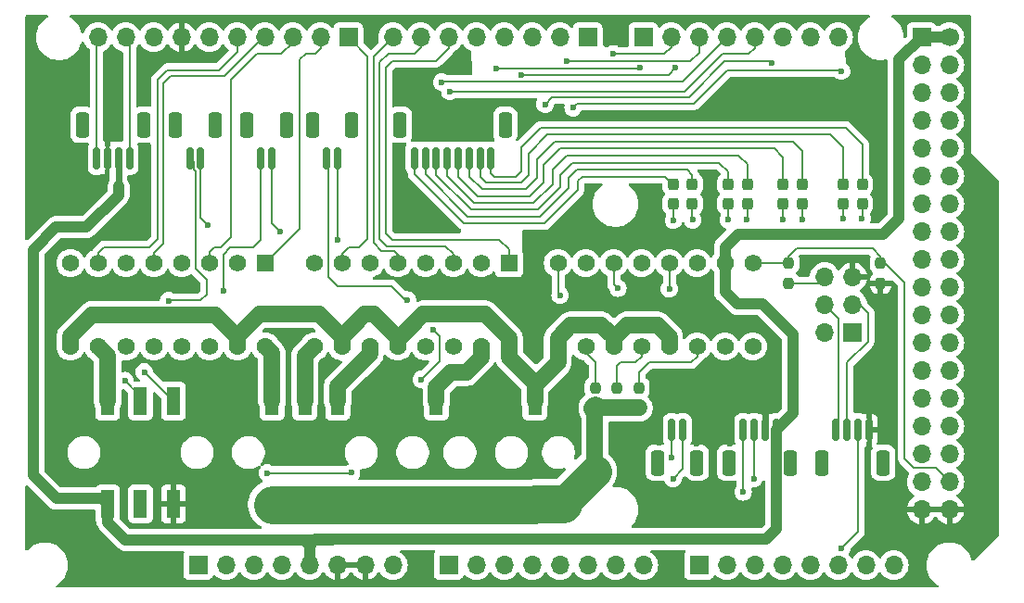
<source format=gbr>
%TF.GenerationSoftware,KiCad,Pcbnew,8.0.1*%
%TF.CreationDate,2024-10-07T17:28:14+09:00*%
%TF.ProjectId,CoolingBoxWireOrganizer,436f6f6c-696e-4674-926f-78576972654f,rev?*%
%TF.SameCoordinates,Original*%
%TF.FileFunction,Copper,L1,Top*%
%TF.FilePolarity,Positive*%
%FSLAX46Y46*%
G04 Gerber Fmt 4.6, Leading zero omitted, Abs format (unit mm)*
G04 Created by KiCad (PCBNEW 8.0.1) date 2024-10-07 17:28:14*
%MOMM*%
%LPD*%
G01*
G04 APERTURE LIST*
G04 Aperture macros list*
%AMRoundRect*
0 Rectangle with rounded corners*
0 $1 Rounding radius*
0 $2 $3 $4 $5 $6 $7 $8 $9 X,Y pos of 4 corners*
0 Add a 4 corners polygon primitive as box body*
4,1,4,$2,$3,$4,$5,$6,$7,$8,$9,$2,$3,0*
0 Add four circle primitives for the rounded corners*
1,1,$1+$1,$2,$3*
1,1,$1+$1,$4,$5*
1,1,$1+$1,$6,$7*
1,1,$1+$1,$8,$9*
0 Add four rect primitives between the rounded corners*
20,1,$1+$1,$2,$3,$4,$5,0*
20,1,$1+$1,$4,$5,$6,$7,0*
20,1,$1+$1,$6,$7,$8,$9,0*
20,1,$1+$1,$8,$9,$2,$3,0*%
G04 Aperture macros list end*
%TA.AperFunction,SMDPad,CuDef*%
%ADD10RoundRect,0.150000X-0.150000X-0.875000X0.150000X-0.875000X0.150000X0.875000X-0.150000X0.875000X0*%
%TD*%
%TA.AperFunction,SMDPad,CuDef*%
%ADD11RoundRect,0.250000X-0.350000X-0.900000X0.350000X-0.900000X0.350000X0.900000X-0.350000X0.900000X0*%
%TD*%
%TA.AperFunction,ComponentPad*%
%ADD12R,1.575000X1.575000*%
%TD*%
%TA.AperFunction,ComponentPad*%
%ADD13C,1.575000*%
%TD*%
%TA.AperFunction,SMDPad,CuDef*%
%ADD14RoundRect,0.150000X0.150000X0.875000X-0.150000X0.875000X-0.150000X-0.875000X0.150000X-0.875000X0*%
%TD*%
%TA.AperFunction,SMDPad,CuDef*%
%ADD15RoundRect,0.250000X0.350000X0.900000X-0.350000X0.900000X-0.350000X-0.900000X0.350000X-0.900000X0*%
%TD*%
%TA.AperFunction,SMDPad,CuDef*%
%ADD16R,1.270000X2.540000*%
%TD*%
%TA.AperFunction,SMDPad,CuDef*%
%ADD17RoundRect,0.237500X0.237500X-0.250000X0.237500X0.250000X-0.237500X0.250000X-0.237500X-0.250000X0*%
%TD*%
%TA.AperFunction,SMDPad,CuDef*%
%ADD18RoundRect,0.237500X-0.237500X0.287500X-0.237500X-0.287500X0.237500X-0.287500X0.237500X0.287500X0*%
%TD*%
%TA.AperFunction,SMDPad,CuDef*%
%ADD19RoundRect,0.237500X-0.237500X0.250000X-0.237500X-0.250000X0.237500X-0.250000X0.237500X0.250000X0*%
%TD*%
%TA.AperFunction,ComponentPad*%
%ADD20R,1.700000X1.700000*%
%TD*%
%TA.AperFunction,ComponentPad*%
%ADD21O,1.700000X1.700000*%
%TD*%
%TA.AperFunction,ComponentPad*%
%ADD22C,1.700000*%
%TD*%
%TA.AperFunction,ViaPad*%
%ADD23C,0.600000*%
%TD*%
%TA.AperFunction,Conductor*%
%ADD24C,0.200000*%
%TD*%
%TA.AperFunction,Conductor*%
%ADD25C,0.600000*%
%TD*%
%TA.AperFunction,Conductor*%
%ADD26C,1.000000*%
%TD*%
%TA.AperFunction,Conductor*%
%ADD27C,1.500000*%
%TD*%
%TA.AperFunction,Conductor*%
%ADD28C,2.000000*%
%TD*%
%TA.AperFunction,Conductor*%
%ADD29C,3.000000*%
%TD*%
%TA.AperFunction,Conductor*%
%ADD30C,3.500000*%
%TD*%
G04 APERTURE END LIST*
D10*
%TO.P,J3,1,Pin_1*%
%TO.N,head thermocouple plus*%
X161000000Y-113575000D03*
%TO.P,J3,2,Pin_2*%
%TO.N,head thermocouple minus*%
X162000000Y-113575000D03*
%TO.P,J3,3,Pin_3*%
%TO.N,case thermocouple plus*%
X163000000Y-113575000D03*
%TO.P,J3,4,Pin_4*%
%TO.N,case thermocouple minus*%
X164000000Y-113575000D03*
%TO.P,J3,5,Pin_5*%
%TO.N,sink thermocouple plus*%
X165000000Y-113575000D03*
%TO.P,J3,6,Pin_6*%
%TO.N,sink thermocouple minus*%
X166000000Y-113575000D03*
%TO.P,J3,7,Pin_7*%
%TO.N,chiller thermocouple plus*%
X167000000Y-113575000D03*
%TO.P,J3,8,Pin_8*%
%TO.N,chiller thermocouple minus*%
X168000000Y-113575000D03*
D11*
%TO.P,J3,MP*%
%TO.N,N/C*%
X159700000Y-110550000D03*
X169300000Y-110550000D03*
%TD*%
D10*
%TO.P,J21,1,Pin_1*%
%TO.N,to HV intlk 1*%
X140500000Y-113575000D03*
%TO.P,J21,2,Pin_2*%
%TO.N,to HV intlk 2*%
X141500000Y-113575000D03*
D11*
%TO.P,J21,MP*%
%TO.N,N/C*%
X139200000Y-110550000D03*
X142800000Y-110550000D03*
%TD*%
D10*
%TO.P,J14,1,Pin_1*%
%TO.N,to peltier intlk 1*%
X153000000Y-113575000D03*
%TO.P,J14,2,Pin_2*%
%TO.N,to peltier intlk 2*%
X154000000Y-113575000D03*
D11*
%TO.P,J14,MP*%
%TO.N,N/C*%
X151700000Y-110550000D03*
X155300000Y-110550000D03*
%TD*%
D12*
%TO.P,J19,01,01*%
%TO.N,Pel_Neg*%
X147390000Y-123190000D03*
D13*
%TO.P,J19,02,02*%
%TO.N,Net-(J19-Pad02)*%
X144850000Y-123190000D03*
%TO.P,J19,03,03*%
%TO.N,Relay.LV_intlk*%
X142310000Y-123190000D03*
%TO.P,J19,04,04*%
%TO.N,Net-(J19-Pad04)*%
X139770000Y-123190000D03*
%TO.P,J19,05,05*%
%TO.N,Relay.HV_intlk*%
X137230000Y-123190000D03*
%TO.P,J19,06,06*%
%TO.N,Net-(J19-Pad06)*%
X134690000Y-123190000D03*
%TO.P,J19,07,07*%
%TO.N,Relay.Unlock*%
X132150000Y-123190000D03*
%TO.P,J19,08,08*%
%TO.N,Net-(J19-Pad08)*%
X129610000Y-123190000D03*
%TO.P,J19,09,09*%
%TO.N,+12V*%
X129610000Y-130810000D03*
%TO.P,J19,10,10*%
%TO.N,to lock*%
X132150000Y-130810000D03*
%TO.P,J19,11,11*%
%TO.N,to HV intlk 1*%
X134690000Y-130810000D03*
%TO.P,J19,12,12*%
%TO.N,to HV emergency circuit*%
X137230000Y-130810000D03*
%TO.P,J19,13,13*%
%TO.N,to LV intlk 1*%
X139770000Y-130810000D03*
%TO.P,J19,14,14*%
%TO.N,to LV emergency circuit*%
X142310000Y-130810000D03*
%TO.P,J19,15,15*%
%TO.N,+12V*%
X144850000Y-130810000D03*
%TO.P,J19,16,16*%
%TO.N,to peltier minus*%
X147390000Y-130810000D03*
%TD*%
D10*
%TO.P,J22,1,Pin_1*%
%TO.N,to LV intlk 1*%
X147000000Y-113575000D03*
%TO.P,J22,2,Pin_2*%
%TO.N,to LV intlk 2*%
X148000000Y-113575000D03*
D11*
%TO.P,J22,MP*%
%TO.N,N/C*%
X145700000Y-110550000D03*
X149300000Y-110550000D03*
%TD*%
D14*
%TO.P,J17,1,Pin_1*%
%TO.N,VDD*%
X185500000Y-138425000D03*
%TO.P,J17,2,Pin_2*%
%TO.N,Reset*%
X184500000Y-138425000D03*
D15*
%TO.P,J17,MP*%
%TO.N,N/C*%
X186800000Y-141450000D03*
X183200000Y-141450000D03*
%TD*%
D14*
%TO.P,J11,1,Pin_1*%
%TO.N,+5V*%
X194000000Y-138425000D03*
%TO.P,J11,2,Pin_2*%
%TO.N,MAX_GND*%
X193000000Y-138425000D03*
%TO.P,J11,3,Pin_3*%
%TO.N,Spare.Analog1*%
X192000000Y-138425000D03*
%TO.P,J11,4,Pin_4*%
%TO.N,NTC.Read*%
X191000000Y-138425000D03*
D15*
%TO.P,J11,MP*%
%TO.N,N/C*%
X195300000Y-141450000D03*
X189700000Y-141450000D03*
%TD*%
D16*
%TO.P,J2,1,Pin_1*%
%TO.N,+12V*%
X172000000Y-135800000D03*
%TO.P,J2,2,Pin_2*%
%TO.N,external GND*%
X172000000Y-145200000D03*
%TD*%
D17*
%TO.P,R16,1*%
%TO.N,external GND*%
X179500000Y-136412500D03*
%TO.P,R16,2*%
%TO.N,Net-(J18-Pad04)*%
X179500000Y-134587500D03*
%TD*%
D10*
%TO.P,J1,1,Pin_1*%
%TO.N,SHT85.SCL*%
X132000000Y-113575000D03*
%TO.P,J1,2,Pin_2*%
%TO.N,MAX_GND*%
X133000000Y-113575000D03*
%TO.P,J1,3,Pin_3*%
%TO.N,+5V*%
X134000000Y-113575000D03*
%TO.P,J1,4,Pin_4*%
%TO.N,SHT85.SDA*%
X135000000Y-113575000D03*
D11*
%TO.P,J1,MP*%
%TO.N,N/C*%
X130700000Y-110550000D03*
X136300000Y-110550000D03*
%TD*%
D18*
%TO.P,L1,1,1*%
%TO.N,chiller thermocouple plus*%
X200125000Y-116000000D03*
%TO.P,L1,2,2*%
%TO.N,Net-(U1-T+)*%
X200125000Y-117750000D03*
%TD*%
%TO.P,L8,1,1*%
%TO.N,case thermocouple minus*%
X191375000Y-116000000D03*
%TO.P,L8,2,2*%
%TO.N,Net-(U4-T-)*%
X191375000Y-117750000D03*
%TD*%
%TO.P,L7,1,1*%
%TO.N,case thermocouple plus*%
X189625000Y-116000000D03*
%TO.P,L7,2,2*%
%TO.N,Net-(U4-T+)*%
X189625000Y-117750000D03*
%TD*%
%TO.P,L5,1,1*%
%TO.N,sink thermocouple plus*%
X194625000Y-116000000D03*
%TO.P,L5,2,2*%
%TO.N,Net-(U3-T+)*%
X194625000Y-117750000D03*
%TD*%
D16*
%TO.P,J9,1,Pin_1*%
%TO.N,to lock*%
X133000000Y-135800000D03*
%TO.P,J9,2,Pin_2*%
%TO.N,LockState_1*%
X136000000Y-135800000D03*
%TO.P,J9,3,Pin_3*%
%TO.N,LockState_2*%
X139000000Y-135800000D03*
%TO.P,J9,4,Pin_4*%
%TO.N,+5V*%
X133000000Y-145200000D03*
%TO.P,J9,5,Pin_5*%
%TO.N,unconnected-(J9-Pin_5-Pad5)*%
X136000000Y-145200000D03*
%TO.P,J9,6,Pin_6*%
%TO.N,MAX_GND*%
X139000000Y-145200000D03*
%TD*%
%TO.P,J4,1,Pin_1*%
%TO.N,to heater*%
X163000000Y-135800000D03*
%TO.P,J4,2,Pin_2*%
%TO.N,external GND*%
X163000000Y-145200000D03*
%TD*%
D18*
%TO.P,L4,1,1*%
%TO.N,head thermocouple minus*%
X186375000Y-116000000D03*
%TO.P,L4,2,2*%
%TO.N,Net-(U2-T-)*%
X186375000Y-117750000D03*
%TD*%
D17*
%TO.P,R2,1*%
%TO.N,MAX_GND*%
X203560000Y-125015000D03*
%TO.P,R2,2*%
%TO.N,Chiller.Alarm.Sig*%
X203560000Y-123190000D03*
%TD*%
D19*
%TO.P,R1,1*%
%TO.N,Chiller.Alarm.Sig*%
X195150000Y-123190000D03*
%TO.P,R1,2*%
%TO.N,Net-(J20-Pin_6)*%
X195150000Y-125015000D03*
%TD*%
D12*
%TO.P,J18,01,01*%
%TO.N,+12V*%
X174110000Y-130810000D03*
D13*
%TO.P,J18,02,02*%
%TO.N,Net-(J18-Pad02)*%
X176650000Y-130810000D03*
%TO.P,J18,03,03*%
%TO.N,+12V*%
X179190000Y-130810000D03*
%TO.P,J18,04,04*%
%TO.N,Net-(J18-Pad04)*%
X181730000Y-130810000D03*
%TO.P,J18,05,05*%
%TO.N,+12V*%
X184270000Y-130810000D03*
%TO.P,J18,06,06*%
%TO.N,Net-(J18-Pad06)*%
X186810000Y-130810000D03*
%TO.P,J18,07,07*%
%TO.N,Net-(J18-Pad07)*%
X189350000Y-130810000D03*
%TO.P,J18,08,08*%
%TO.N,SSR.GND*%
X191890000Y-130810000D03*
%TO.P,J18,09,09*%
%TO.N,Chiller.Alarm.Sig*%
X191890000Y-123190000D03*
%TO.P,J18,10,10*%
%TO.N,+5V*%
X189350000Y-123190000D03*
%TO.P,J18,11,11*%
%TO.N,to peltier intlk 2*%
X186810000Y-123190000D03*
%TO.P,J18,12,12*%
%TO.N,to peltier emergency circuit*%
X184270000Y-123190000D03*
%TO.P,J18,13,13*%
%TO.N,to LV intlk 2*%
X181730000Y-123190000D03*
%TO.P,J18,14,14*%
%TO.N,to LV emergency circuit*%
X179190000Y-123190000D03*
%TO.P,J18,15,15*%
%TO.N,to HV intlk 2*%
X176650000Y-123190000D03*
%TO.P,J18,16,16*%
%TO.N,to HV emergency circuit*%
X174110000Y-123190000D03*
%TD*%
D16*
%TO.P,J12,1,Pin_1*%
%TO.N,to peltier minus*%
X148000000Y-135800000D03*
%TO.P,J12,2,Pin_2*%
%TO.N,to peltier plus*%
X151000000Y-135800000D03*
%TO.P,J12,3,Pin_3*%
%TO.N,to AC100V intlk*%
X154000000Y-135800000D03*
%TO.P,J12,4,Pin_4*%
%TO.N,external GND*%
X148000000Y-145200000D03*
%TO.P,J12,5,Pin_5*%
X151000000Y-145200000D03*
%TO.P,J12,6,Pin_6*%
X154000000Y-145200000D03*
%TD*%
D14*
%TO.P,J16,1,Pin_1*%
%TO.N,MAX_GND*%
X202500000Y-138425000D03*
%TO.P,J16,2,Pin_2*%
%TO.N,Chiller.Temp.Sig*%
X201500000Y-138425000D03*
%TO.P,J16,3,Pin_3*%
%TO.N,Chiller.Alarm.GND*%
X200500000Y-138425000D03*
%TO.P,J16,4,Pin_4*%
%TO.N,Chiller.Alarm.input*%
X199500000Y-138425000D03*
D15*
%TO.P,J16,MP*%
%TO.N,N/C*%
X203800000Y-141450000D03*
X198200000Y-141450000D03*
%TD*%
D17*
%TO.P,R18,1*%
%TO.N,external GND*%
X181500000Y-136412500D03*
%TO.P,R18,2*%
%TO.N,Net-(J18-Pad06)*%
X181500000Y-134587500D03*
%TD*%
D18*
%TO.P,L3,1,1*%
%TO.N,head thermocouple plus*%
X184625000Y-116000000D03*
%TO.P,L3,2,2*%
%TO.N,Net-(U2-T+)*%
X184625000Y-117750000D03*
%TD*%
D20*
%TO.P,J20,1,Pin_1*%
%TO.N,SSR.GND*%
X201000000Y-129540000D03*
D21*
%TO.P,J20,2,Pin_2*%
%TO.N,to chiller alarm relay*%
X198460000Y-129540000D03*
%TO.P,J20,3,Pin_3*%
%TO.N,Chiller.Alarm.GND*%
X201000000Y-127000000D03*
%TO.P,J20,4,Pin_4*%
%TO.N,Chiller.Alarm.input*%
X198460000Y-127000000D03*
%TO.P,J20,5,Pin_5*%
%TO.N,MAX_GND*%
X201000000Y-124460000D03*
%TO.P,J20,6,Pin_6*%
%TO.N,Net-(J20-Pin_6)*%
X198460000Y-124460000D03*
%TD*%
D12*
%TO.P,J23,01,01*%
%TO.N,Relay.Heater*%
X169640000Y-123190000D03*
D13*
%TO.P,J23,02,02*%
%TO.N,Net-(J23-Pad02)*%
X167100000Y-123190000D03*
%TO.P,J23,03,03*%
%TO.N,Relay.Pel_intlk*%
X164560000Y-123190000D03*
%TO.P,J23,04,04*%
%TO.N,Net-(J23-Pad04)*%
X162020000Y-123190000D03*
%TO.P,J23,05,05*%
%TO.N,Relay.AC100V_intlk*%
X159480000Y-123190000D03*
%TO.P,J23,06,06*%
%TO.N,Net-(J23-Pad06)*%
X156940000Y-123190000D03*
%TO.P,J23,07,07*%
%TO.N,Pel_Pos*%
X154400000Y-123190000D03*
%TO.P,J23,08,08*%
%TO.N,Net-(J23-Pad08)*%
X151860000Y-123190000D03*
%TO.P,J23,09,09*%
%TO.N,to peltier plus*%
X151860000Y-130810000D03*
%TO.P,J23,10,10*%
%TO.N,+12V*%
X154400000Y-130810000D03*
%TO.P,J23,11,11*%
%TO.N,to AC100V intlk*%
X156940000Y-130810000D03*
%TO.P,J23,12,12*%
%TO.N,+12V*%
X159480000Y-130810000D03*
%TO.P,J23,13,13*%
%TO.N,to peltier intlk 1*%
X162020000Y-130810000D03*
%TO.P,J23,14,14*%
%TO.N,to peltier emergency circuit*%
X164560000Y-130810000D03*
%TO.P,J23,15,15*%
%TO.N,to heater*%
X167100000Y-130810000D03*
%TO.P,J23,16,16*%
%TO.N,+12V*%
X169640000Y-130810000D03*
%TD*%
D17*
%TO.P,R14,1*%
%TO.N,external GND*%
X177500000Y-136412500D03*
%TO.P,R14,2*%
%TO.N,Net-(J18-Pad02)*%
X177500000Y-134587500D03*
%TD*%
D18*
%TO.P,L2,1,1*%
%TO.N,chiller thermocouple minus*%
X201875000Y-116000000D03*
%TO.P,L2,2,2*%
%TO.N,Net-(U1-T-)*%
X201875000Y-117750000D03*
%TD*%
%TO.P,L6,1,1*%
%TO.N,sink thermocouple minus*%
X196375000Y-116000000D03*
%TO.P,L6,2,2*%
%TO.N,Net-(U3-T-)*%
X196375000Y-117750000D03*
%TD*%
D22*
%TO.P,J15,1,Pin_1*%
%TO.N,+5V*%
X209836000Y-102540000D03*
D20*
%TO.P,J15,2,Pin_2*%
X207296000Y-102540000D03*
D21*
%TO.P,J15,3,Pin_3*%
%TO.N,Spare.Digital2*%
X209836000Y-105080000D03*
%TO.P,J15,4,Pin_4*%
%TO.N,Spare.Digital1*%
X207296000Y-105080000D03*
%TO.P,J15,5,Pin_5*%
%TO.N,Spare.Digital4*%
X209836000Y-107620000D03*
%TO.P,J15,6,Pin_6*%
%TO.N,Spare.Digital3*%
X207296000Y-107620000D03*
%TO.P,J15,7,Pin_7*%
%TO.N,Spare.Digital6*%
X209836000Y-110160000D03*
%TO.P,J15,8,Pin_8*%
%TO.N,Spare.Digital5*%
X207296000Y-110160000D03*
%TO.P,J15,9,Pin_9*%
%TO.N,unconnected-(J15-Pin_9-Pad9)*%
X209836000Y-112700000D03*
%TO.P,J15,10,Pin_10*%
%TO.N,unconnected-(J15-Pin_10-Pad10)*%
X207296000Y-112700000D03*
%TO.P,J15,11,Pin_11*%
%TO.N,unconnected-(J15-Pin_11-Pad11)*%
X209836000Y-115240000D03*
%TO.P,J15,12,Pin_12*%
%TO.N,unconnected-(J15-Pin_12-Pad12)*%
X207296000Y-115240000D03*
%TO.P,J15,13,Pin_13*%
%TO.N,unconnected-(J15-Pin_13-Pad13)*%
X209836000Y-117780000D03*
%TO.P,J15,14,Pin_14*%
%TO.N,unconnected-(J15-Pin_14-Pad14)*%
X207296000Y-117780000D03*
%TO.P,J15,15,Pin_15*%
%TO.N,unconnected-(J15-Pin_15-Pad15)*%
X209836000Y-120320000D03*
%TO.P,J15,16,Pin_16*%
%TO.N,unconnected-(J15-Pin_16-Pad16)*%
X207296000Y-120320000D03*
%TO.P,J15,17,Pin_17*%
%TO.N,unconnected-(J15-Pin_17-Pad17)*%
X209836000Y-122860000D03*
%TO.P,J15,18,Pin_18*%
%TO.N,unconnected-(J15-Pin_18-Pad18)*%
X207296000Y-122860000D03*
%TO.P,J15,19,Pin_19*%
%TO.N,unconnected-(J15-Pin_19-Pad19)*%
X209836000Y-125400000D03*
%TO.P,J15,20,Pin_20*%
%TO.N,unconnected-(J15-Pin_20-Pad20)*%
X207296000Y-125400000D03*
%TO.P,J15,21,Pin_21*%
%TO.N,unconnected-(J15-Pin_21-Pad21)*%
X209836000Y-127940000D03*
%TO.P,J15,22,Pin_22*%
%TO.N,unconnected-(J15-Pin_22-Pad22)*%
X207296000Y-127940000D03*
%TO.P,J15,23,Pin_23*%
%TO.N,unconnected-(J15-Pin_23-Pad23)*%
X209836000Y-130480000D03*
%TO.P,J15,24,Pin_24*%
%TO.N,unconnected-(J15-Pin_24-Pad24)*%
X207296000Y-130480000D03*
%TO.P,J15,25,Pin_25*%
%TO.N,unconnected-(J15-Pin_25-Pad25)*%
X209836000Y-133020000D03*
%TO.P,J15,26,Pin_26*%
%TO.N,unconnected-(J15-Pin_26-Pad26)*%
X207296000Y-133020000D03*
%TO.P,J15,27,Pin_27*%
%TO.N,unconnected-(J15-Pin_27-Pad27)*%
X209836000Y-135560000D03*
%TO.P,J15,28,Pin_28*%
%TO.N,unconnected-(J15-Pin_28-Pad28)*%
X207296000Y-135560000D03*
%TO.P,J15,29,Pin_29*%
%TO.N,unconnected-(J15-Pin_29-Pad29)*%
X209836000Y-138100000D03*
%TO.P,J15,30,Pin_30*%
%TO.N,unconnected-(J15-Pin_30-Pad30)*%
X207296000Y-138100000D03*
%TO.P,J15,31,Pin_31*%
%TO.N,unconnected-(J15-Pin_31-Pad31)*%
X209836000Y-140640000D03*
%TO.P,J15,32,Pin_32*%
%TO.N,unconnected-(J15-Pin_32-Pad32)*%
X207296000Y-140640000D03*
%TO.P,J15,33,Pin_33*%
%TO.N,Chiller.Alarm.Sig*%
X209836000Y-143180000D03*
%TO.P,J15,34,Pin_34*%
%TO.N,unconnected-(J15-Pin_34-Pad34)*%
X207296000Y-143180000D03*
%TO.P,J15,35,Pin_35*%
%TO.N,MAX_GND*%
X209836000Y-145720000D03*
%TO.P,J15,36,Pin_36*%
X207296000Y-145720000D03*
%TD*%
D20*
%TO.P,J10,1,Pin_1*%
%TO.N,Spare.Analog2*%
X186976000Y-150800000D03*
D21*
%TO.P,J10,2,Pin_2*%
%TO.N,Spare.Analog3*%
X189516000Y-150800000D03*
%TO.P,J10,3,Pin_3*%
%TO.N,unconnected-(J10-Pin_3-Pad3)*%
X192056000Y-150800000D03*
%TO.P,J10,4,Pin_4*%
%TO.N,unconnected-(J10-Pin_4-Pad4)*%
X194596000Y-150800000D03*
%TO.P,J10,5,Pin_5*%
%TO.N,unconnected-(J10-Pin_5-Pad5)*%
X197136000Y-150800000D03*
%TO.P,J10,6,Pin_6*%
%TO.N,unconnected-(J10-Pin_6-Pad6)*%
X199676000Y-150800000D03*
%TO.P,J10,7,Pin_7*%
%TO.N,unconnected-(J10-Pin_7-Pad7)*%
X202216000Y-150800000D03*
%TO.P,J10,8,Pin_8*%
%TO.N,unconnected-(J10-Pin_8-Pad8)*%
X204756000Y-150800000D03*
%TD*%
D20*
%TO.P,J6,1,Pin_1*%
%TO.N,unconnected-(J6-Pin_1-Pad1)*%
X141256000Y-150800000D03*
D21*
%TO.P,J6,2,Pin_2*%
%TO.N,unconnected-(J6-Pin_2-Pad2)*%
X143796000Y-150800000D03*
%TO.P,J6,3,Pin_3*%
%TO.N,Reset*%
X146336000Y-150800000D03*
%TO.P,J6,4,Pin_4*%
%TO.N,MAX_Vin*%
X148876000Y-150800000D03*
%TO.P,J6,5,Pin_5*%
%TO.N,+5V*%
X151416000Y-150800000D03*
%TO.P,J6,6,Pin_6*%
%TO.N,MAX_GND*%
X153956000Y-150800000D03*
%TO.P,J6,7,Pin_7*%
X156496000Y-150800000D03*
%TO.P,J6,8,Pin_8*%
%TO.N,VDD*%
X159036000Y-150800000D03*
%TD*%
D20*
%TO.P,J5,1,Pin_1*%
%TO.N,Pel_Pos*%
X154972000Y-102540000D03*
D21*
%TO.P,J5,2,Pin_2*%
%TO.N,Pel_Neg*%
X152432000Y-102540000D03*
%TO.P,J5,3,Pin_3*%
%TO.N,Relay.LV_intlk*%
X149892000Y-102540000D03*
%TO.P,J5,4,Pin_4*%
%TO.N,Relay.HV_intlk*%
X147352000Y-102540000D03*
%TO.P,J5,5,Pin_5*%
%TO.N,Relay.Unlock*%
X144812000Y-102540000D03*
%TO.P,J5,6,Pin_6*%
%TO.N,unconnected-(J5-Pin_6-Pad6)*%
X142272000Y-102540000D03*
%TO.P,J5,7,Pin_7*%
%TO.N,MAX_GND*%
X139732000Y-102540000D03*
%TO.P,J5,8,Pin_8*%
%TO.N,unconnected-(J5-Pin_8-Pad8)*%
X137192000Y-102540000D03*
%TO.P,J5,9,Pin_9*%
%TO.N,SHT85.SDA*%
X134652000Y-102540000D03*
%TO.P,J5,10,Pin_10*%
%TO.N,SHT85.SCL*%
X132112000Y-102540000D03*
%TD*%
D20*
%TO.P,J7,1,Pin_1*%
%TO.N,unconnected-(J7-Pin_1-Pad1)*%
X164116000Y-150800000D03*
D21*
%TO.P,J7,2,Pin_2*%
%TO.N,unconnected-(J7-Pin_2-Pad2)*%
X166656000Y-150800000D03*
%TO.P,J7,3,Pin_3*%
%TO.N,unconnected-(J7-Pin_3-Pad3)*%
X169196000Y-150800000D03*
%TO.P,J7,4,Pin_4*%
%TO.N,unconnected-(J7-Pin_4-Pad4)*%
X171736000Y-150800000D03*
%TO.P,J7,5,Pin_5*%
%TO.N,NTC.Read*%
X174276000Y-150800000D03*
%TO.P,J7,6,Pin_6*%
%TO.N,Spare.Analog1*%
X176816000Y-150800000D03*
%TO.P,J7,7,Pin_7*%
%TO.N,Chiller.Temp.Sig*%
X179356000Y-150800000D03*
%TO.P,J7,8,Pin_8*%
%TO.N,unconnected-(J7-Pin_8-Pad8)*%
X181896000Y-150800000D03*
%TD*%
D20*
%TO.P,J13,1,Pin_1*%
%TO.N,MAX31855.Do*%
X181896000Y-102540000D03*
D21*
%TO.P,J13,2,Pin_2*%
%TO.N,MAX31855.CLK*%
X184436000Y-102540000D03*
%TO.P,J13,3,Pin_3*%
%TO.N,MAX31855.CS_Chiller*%
X186976000Y-102540000D03*
%TO.P,J13,4,Pin_4*%
%TO.N,LockState_1*%
X189516000Y-102540000D03*
%TO.P,J13,5,Pin_5*%
%TO.N,LockState_2*%
X192056000Y-102540000D03*
%TO.P,J13,6,Pin_6*%
%TO.N,unconnected-(J13-Pin_6-Pad6)*%
X194596000Y-102540000D03*
%TO.P,J13,7,Pin_7*%
%TO.N,unconnected-(J13-Pin_7-Pad7)*%
X197136000Y-102540000D03*
%TO.P,J13,8,Pin_8*%
%TO.N,unconnected-(J13-Pin_8-Pad8)*%
X199676000Y-102540000D03*
%TD*%
D20*
%TO.P,J8,1,Pin_1*%
%TO.N,unconnected-(J8-Pin_1-Pad1)*%
X176816000Y-102540000D03*
D21*
%TO.P,J8,2,Pin_2*%
%TO.N,unconnected-(J8-Pin_2-Pad2)*%
X174276000Y-102540000D03*
%TO.P,J8,3,Pin_3*%
%TO.N,MAX31855.CS_Sink*%
X171736000Y-102540000D03*
%TO.P,J8,4,Pin_4*%
%TO.N,MAX31855.CS_Case*%
X169196000Y-102540000D03*
%TO.P,J8,5,Pin_5*%
%TO.N,MAX31855.CS_Head*%
X166656000Y-102540000D03*
%TO.P,J8,6,Pin_6*%
%TO.N,Relay.Heater*%
X164116000Y-102540000D03*
%TO.P,J8,7,Pin_7*%
%TO.N,Relay.Pel_intlk*%
X161576000Y-102540000D03*
%TO.P,J8,8,Pin_8*%
%TO.N,Relay.AC100V_intlk*%
X159036000Y-102540000D03*
%TD*%
D23*
%TO.N,MAX_GND*%
X163300000Y-124540000D03*
X161630000Y-118290000D03*
X157240000Y-101180000D03*
X148610000Y-129470000D03*
X145290000Y-147100000D03*
X187860000Y-115430000D03*
X136330000Y-120390000D03*
X175860000Y-132320000D03*
X159550000Y-112750000D03*
X130600000Y-152310000D03*
X165290000Y-111600000D03*
X184400000Y-152220000D03*
X140900000Y-125230000D03*
X179280000Y-139580000D03*
X130390000Y-104640000D03*
X130620000Y-113740000D03*
X152510000Y-134710000D03*
X188020000Y-144760000D03*
X165540000Y-126190000D03*
X152510000Y-136740000D03*
X161420000Y-150070000D03*
X143070000Y-144840000D03*
X181820000Y-127220000D03*
X136020000Y-116220000D03*
X131890000Y-121010000D03*
X198410000Y-122780000D03*
X202450000Y-143170000D03*
X172690000Y-120970000D03*
X169690000Y-134830000D03*
X184410000Y-150340000D03*
X175970000Y-133990000D03*
X126210000Y-101240000D03*
X136290000Y-108530000D03*
X138970000Y-152270000D03*
X172140000Y-131770000D03*
X177410000Y-120930000D03*
X143490000Y-140350000D03*
X140390000Y-147100000D03*
X185350000Y-128250000D03*
X213740000Y-146680000D03*
X165530000Y-105660000D03*
X126110000Y-144870000D03*
X203790000Y-130760000D03*
X173020000Y-126590000D03*
X138770000Y-104420000D03*
X205290000Y-142090000D03*
X127630000Y-122600000D03*
X158440000Y-132180000D03*
X127910000Y-135290000D03*
X188300000Y-141440000D03*
X202050000Y-122960000D03*
X159880000Y-124850000D03*
X170490000Y-127370000D03*
X206930000Y-149500000D03*
X179300000Y-127380000D03*
X190970000Y-101010000D03*
X161600000Y-152230000D03*
X201410000Y-136480000D03*
X168350000Y-133160000D03*
X149510000Y-134840000D03*
X161460000Y-111580000D03*
X213720000Y-120290000D03*
X135800000Y-140820000D03*
X158190000Y-124300000D03*
X213740000Y-131060000D03*
X189960000Y-143550000D03*
X125960000Y-105760000D03*
X143610000Y-132170000D03*
X165450000Y-103920000D03*
X149510000Y-132160000D03*
X183040000Y-116980000D03*
X188110000Y-120580000D03*
X136350000Y-105520000D03*
X213780000Y-138990000D03*
X207000000Y-152090000D03*
X133440000Y-108530000D03*
X187930000Y-124650000D03*
X176240000Y-118810000D03*
X136040000Y-124440000D03*
X137500000Y-137370000D03*
X130970000Y-146800000D03*
X189840000Y-139680000D03*
X139140000Y-150350000D03*
X186780000Y-139680000D03*
X169900000Y-124890000D03*
X137540000Y-143670000D03*
X196640000Y-123000000D03*
X179330000Y-101100000D03*
X150280000Y-141230000D03*
X130820000Y-101010000D03*
X134510000Y-146380000D03*
X182750000Y-135160000D03*
X205490000Y-147140000D03*
X146190000Y-132220000D03*
X127750000Y-108630000D03*
X130830000Y-132210000D03*
X133160000Y-125940000D03*
X137330000Y-125840000D03*
X155910000Y-136580000D03*
X168130000Y-125680000D03*
X188250000Y-132590000D03*
X134570000Y-135390000D03*
X175080000Y-127230000D03*
X128930000Y-121500000D03*
X203740000Y-139320000D03*
X134510000Y-143780000D03*
X192310000Y-133260000D03*
X159420000Y-119790000D03*
X165850000Y-124850000D03*
X183080000Y-136570000D03*
X188210000Y-136280000D03*
X159480000Y-108510000D03*
X165260000Y-108590000D03*
X177170000Y-116390000D03*
X180380000Y-121060000D03*
X191750000Y-128690000D03*
X137500000Y-135900000D03*
X133450000Y-124560000D03*
X211470000Y-113960000D03*
X161060000Y-125520000D03*
X213650000Y-127410000D03*
X140630000Y-134870000D03*
X204740000Y-137290000D03*
X159620000Y-115040000D03*
X136430000Y-112930000D03*
X127800000Y-113690000D03*
X150700000Y-129500000D03*
X183330000Y-139580000D03*
X161090000Y-136500000D03*
X127830000Y-125330000D03*
X160670000Y-134890000D03*
X127960000Y-118380000D03*
X192360000Y-136320000D03*
X134770000Y-118930000D03*
X173010000Y-152230000D03*
X203750000Y-134080000D03*
X202400000Y-140340000D03*
X211440000Y-108890000D03*
X181640000Y-116430000D03*
X130950000Y-125010000D03*
X175600000Y-139390000D03*
X213760000Y-143160000D03*
X163050000Y-108490000D03*
X181190000Y-143910000D03*
X133410000Y-104520000D03*
X202340000Y-132950000D03*
X133490000Y-111230000D03*
X213720000Y-123740000D03*
X142580000Y-104440000D03*
X143490000Y-137100000D03*
X186790000Y-121120000D03*
X183750000Y-143910000D03*
X182830000Y-133360000D03*
X203540000Y-149290000D03*
X196550000Y-123980000D03*
X130700000Y-108500000D03*
X205760000Y-101020000D03*
X127910000Y-141720000D03*
X202590000Y-146900000D03*
X176860000Y-127120000D03*
X127730000Y-131450000D03*
X180070000Y-141110000D03*
X153060000Y-132140000D03*
X204860000Y-139580000D03*
X149510000Y-136700000D03*
X163020000Y-125840000D03*
X159400000Y-105680000D03*
X164010000Y-105420000D03*
X175360000Y-136610000D03*
X156440000Y-135040000D03*
X151280000Y-139620000D03*
X174170000Y-127440000D03*
X178030000Y-109820000D03*
X185460000Y-145350000D03*
X164630000Y-136490000D03*
X202280000Y-125780000D03*
X164320000Y-119860000D03*
X126050000Y-148280000D03*
X160840000Y-132140000D03*
X132540000Y-115620000D03*
X212200000Y-149090000D03*
X137450000Y-147080000D03*
X145990000Y-134980000D03*
X182450000Y-118720000D03*
X154120000Y-141290000D03*
X134520000Y-136850000D03*
X130490000Y-118250000D03*
X143650000Y-101010000D03*
X173910000Y-135050000D03*
X202780000Y-105130000D03*
X162660000Y-105660000D03*
X201170000Y-101100000D03*
X168090000Y-124740000D03*
X185510000Y-146930000D03*
X133990000Y-150170000D03*
X183280000Y-121050000D03*
X131260000Y-143160000D03*
X195920000Y-152340000D03*
X150220000Y-152510000D03*
X205690000Y-144460000D03*
X203810000Y-126640000D03*
X149610000Y-130500000D03*
X135950000Y-131970000D03*
X201480000Y-149190000D03*
X213820000Y-134770000D03*
X127730000Y-128680000D03*
X188090000Y-118790000D03*
X131070000Y-137980000D03*
X200010000Y-123000000D03*
X170190000Y-136490000D03*
X173750000Y-136550000D03*
X185750000Y-143010000D03*
X165180000Y-134990000D03*
X167950000Y-101100000D03*
X180380000Y-109790000D03*
X154400000Y-139510000D03*
X135710000Y-125780000D03*
X188380000Y-127370000D03*
X203640000Y-128310000D03*
X181800000Y-141110000D03*
X203920000Y-108750000D03*
X138520000Y-124790000D03*
X213500000Y-117000000D03*
X181750000Y-146980000D03*
X175160000Y-120930000D03*
%TO.N,Reset*%
X184500000Y-140970000D03*
X155260000Y-142340000D03*
X147570000Y-142360000D03*
%TO.N,VDD*%
X184610000Y-142870000D03*
%TO.N,Chiller.Temp.Sig*%
X200000000Y-149260000D03*
%TO.N,LockState_2*%
X164240000Y-107500000D03*
X136340000Y-133140000D03*
%TO.N,LockState_1*%
X134570000Y-133930000D03*
X163490000Y-106640000D03*
%TO.N,MAX31855.CS_Chiller*%
X174930000Y-104760000D03*
%TO.N,MAX31855.CLK*%
X179170000Y-104050000D03*
%TO.N,Spare.Analog1*%
X191990000Y-142890000D03*
%TO.N,NTC.Read*%
X191000000Y-144100000D03*
%TO.N,to LV emergency circuit*%
X179570000Y-125480000D03*
%TO.N,to LV intlk 1*%
X143550000Y-125722500D03*
%TO.N,to LV intlk 2*%
X148780000Y-120300000D03*
%TO.N,to peltier intlk 1*%
X160360000Y-126560000D03*
%TO.N,to peltier intlk 2*%
X154000000Y-121070000D03*
%TO.N,to HV intlk 2*%
X142170000Y-119710000D03*
%TO.N,to HV intlk 1*%
X138570000Y-126630000D03*
%TO.N,Net-(U1-T+)*%
X200100000Y-119100000D03*
%TO.N,Net-(U1-T-)*%
X201860000Y-119130000D03*
%TO.N,Net-(U2-T+)*%
X184650000Y-119260000D03*
%TO.N,Net-(U2-T-)*%
X186410000Y-119240000D03*
%TO.N,Net-(U3-T+)*%
X194660000Y-119200000D03*
%TO.N,Net-(U3-T-)*%
X196400000Y-119160000D03*
%TO.N,Net-(U4-T+)*%
X189650000Y-119240000D03*
%TO.N,Net-(U4-T-)*%
X191370000Y-119180000D03*
%TO.N,Net-(D2-A)*%
X175490000Y-108980000D03*
X199990000Y-105640000D03*
%TO.N,Net-(D4-A)*%
X181610000Y-105350000D03*
X168500000Y-105380000D03*
%TO.N,Net-(D6-A)*%
X193620000Y-104870000D03*
X172930000Y-108670000D03*
%TO.N,Net-(D8-A)*%
X170730000Y-105980000D03*
X184830000Y-105350000D03*
%TO.N,to HV emergency circuit*%
X162690000Y-129260000D03*
X174295000Y-126120000D03*
X161640000Y-133820000D03*
%TO.N,to peltier emergency circuit*%
X184270000Y-125530000D03*
%TD*%
D24*
%TO.N,chiller thermocouple minus*%
X168000000Y-113575000D02*
X168000000Y-115000000D01*
X168310000Y-115310000D02*
X170280000Y-115310000D01*
X170750000Y-112580000D02*
X172530000Y-110800000D01*
X170750000Y-114840000D02*
X170750000Y-112580000D01*
X172530000Y-110800000D02*
X200360000Y-110800000D01*
X168000000Y-115000000D02*
X168310000Y-115310000D01*
X170280000Y-115310000D02*
X170750000Y-114840000D01*
X200360000Y-110800000D02*
X201875000Y-112315000D01*
X201875000Y-112315000D02*
X201875000Y-116000000D01*
D25*
%TO.N,MAX_GND*%
X193000000Y-138425000D02*
X193000000Y-136960000D01*
X193000000Y-136960000D02*
X192360000Y-136320000D01*
D24*
%TO.N,SHT85.SCL*%
X132000000Y-113325000D02*
X132000000Y-102652000D01*
X132000000Y-102652000D02*
X132112000Y-102540000D01*
%TO.N,SHT85.SDA*%
X135000000Y-113325000D02*
X135000000Y-102888000D01*
X135000000Y-102888000D02*
X134652000Y-102540000D01*
D26*
%TO.N,+5V*%
X126200000Y-142590000D02*
X128310000Y-144700000D01*
X194000000Y-147520000D02*
X194000000Y-138425000D01*
X132500000Y-144700000D02*
X133000000Y-145200000D01*
X151416000Y-148984000D02*
X151980000Y-148420000D01*
X150922000Y-148490000D02*
X151416000Y-148984000D01*
X134620000Y-148490000D02*
X148720000Y-148490000D01*
X203770000Y-120550000D02*
X205240000Y-119080000D01*
X148720000Y-148490000D02*
X153520000Y-148490000D01*
X189350000Y-125780000D02*
X190500000Y-126930000D01*
X189350000Y-121730000D02*
X190530000Y-120550000D01*
X193100000Y-148420000D02*
X194000000Y-147520000D01*
X195560000Y-129740000D02*
X195560000Y-136865000D01*
X133000000Y-146870000D02*
X134620000Y-148490000D01*
X131080000Y-119880000D02*
X128290000Y-119880000D01*
X134000000Y-116180000D02*
X134000000Y-116960000D01*
X189350000Y-123190000D02*
X189350000Y-125780000D01*
X207296000Y-102540000D02*
X207128698Y-102540000D01*
X205240000Y-104596000D02*
X207296000Y-102540000D01*
X151980000Y-148420000D02*
X193100000Y-148420000D01*
X134000000Y-116960000D02*
X131080000Y-119880000D01*
D25*
X134000000Y-113325000D02*
X134000000Y-116180000D01*
D26*
X190530000Y-120550000D02*
X203770000Y-120550000D01*
X192750000Y-126930000D02*
X195560000Y-129740000D01*
X190500000Y-126930000D02*
X192750000Y-126930000D01*
X148720000Y-148490000D02*
X150922000Y-148490000D01*
X133000000Y-145200000D02*
X133000000Y-146870000D01*
X205240000Y-119080000D02*
X205240000Y-104596000D01*
X195560000Y-136865000D02*
X194000000Y-138425000D01*
X189350000Y-123190000D02*
X189350000Y-121730000D01*
X128290000Y-119880000D02*
X126200000Y-121970000D01*
X151416000Y-150800000D02*
X151416000Y-148984000D01*
X207296000Y-102540000D02*
X209836000Y-102540000D01*
X128310000Y-144700000D02*
X132500000Y-144700000D01*
X126200000Y-121970000D02*
X126200000Y-142590000D01*
D24*
%TO.N,Pel_Pos*%
X156690000Y-104258000D02*
X154972000Y-102540000D01*
X155920000Y-121770000D02*
X156690000Y-121000000D01*
X154970000Y-121770000D02*
X155920000Y-121770000D01*
X154400000Y-123190000D02*
X154400000Y-122340000D01*
X156690000Y-121000000D02*
X156690000Y-104258000D01*
X154400000Y-122340000D02*
X154970000Y-121770000D01*
%TO.N,Pel_Neg*%
X151100000Y-104010000D02*
X151960000Y-104010000D01*
X147390000Y-123190000D02*
X150520000Y-120060000D01*
X150520000Y-120060000D02*
X150520000Y-104590000D01*
X150520000Y-104590000D02*
X151100000Y-104010000D01*
X152432000Y-103538000D02*
X152432000Y-102540000D01*
X151960000Y-104010000D02*
X152432000Y-103538000D01*
%TO.N,Reset*%
X184500000Y-138675000D02*
X184500000Y-140970000D01*
X155240000Y-142360000D02*
X155260000Y-142340000D01*
X147570000Y-142360000D02*
X155240000Y-142360000D01*
%TO.N,VDD*%
X185500000Y-141980000D02*
X185500000Y-138675000D01*
X184610000Y-142870000D02*
X185500000Y-141980000D01*
%TO.N,Chiller.Temp.Sig*%
X201500000Y-147760000D02*
X201500000Y-138425000D01*
X200000000Y-149260000D02*
X201500000Y-147760000D01*
%TO.N,LockState_2*%
X191520000Y-104040000D02*
X192056000Y-103504000D01*
X189140000Y-104040000D02*
X191520000Y-104040000D01*
X136340000Y-133140000D02*
X139000000Y-135800000D01*
X164240000Y-107500000D02*
X185680000Y-107500000D01*
X185680000Y-107500000D02*
X189140000Y-104040000D01*
X192056000Y-103504000D02*
X192056000Y-102540000D01*
%TO.N,LockState_1*%
X163490000Y-106640000D02*
X163520000Y-106610000D01*
X185460000Y-106610000D02*
X189516000Y-102554000D01*
X189516000Y-102554000D02*
X189516000Y-102540000D01*
X163520000Y-106610000D02*
X185460000Y-106610000D01*
X134570000Y-133930000D02*
X136000000Y-135360000D01*
X136000000Y-135360000D02*
X136000000Y-135800000D01*
%TO.N,Relay.LV_intlk*%
X142740000Y-121760000D02*
X143330000Y-121760000D01*
X149892000Y-102988000D02*
X149892000Y-102540000D01*
X144280000Y-120810000D02*
X144280000Y-106400000D01*
X142310000Y-122190000D02*
X142740000Y-121760000D01*
X144280000Y-106400000D02*
X146610000Y-104070000D01*
X142310000Y-123190000D02*
X142310000Y-122190000D01*
X148810000Y-104070000D02*
X149892000Y-102988000D01*
X143330000Y-121760000D02*
X144280000Y-120810000D01*
X146610000Y-104070000D02*
X148810000Y-104070000D01*
%TO.N,Relay.HV_intlk*%
X138760000Y-106070000D02*
X143680000Y-106070000D01*
X138080000Y-121380000D02*
X138080000Y-106750000D01*
X137230000Y-122230000D02*
X138080000Y-121380000D01*
X147210000Y-102540000D02*
X147352000Y-102540000D01*
X143680000Y-106070000D02*
X147210000Y-102540000D01*
X138080000Y-106750000D02*
X138760000Y-106070000D01*
X137230000Y-123190000D02*
X137230000Y-122230000D01*
%TO.N,Relay.Pel_intlk*%
X164560000Y-122360000D02*
X163820000Y-121620000D01*
X161576000Y-103454000D02*
X161576000Y-102540000D01*
X158490000Y-121620000D02*
X157820000Y-120950000D01*
X157820000Y-120950000D02*
X157820000Y-104840000D01*
X161000000Y-104030000D02*
X161576000Y-103454000D01*
X157820000Y-104840000D02*
X158630000Y-104030000D01*
X158630000Y-104030000D02*
X161000000Y-104030000D01*
X163820000Y-121620000D02*
X158490000Y-121620000D01*
X164560000Y-123190000D02*
X164560000Y-122360000D01*
%TO.N,Relay.Heater*%
X169640000Y-123190000D02*
X169640000Y-121930000D01*
X164116000Y-103524000D02*
X164116000Y-102540000D01*
X158960000Y-121040000D02*
X158360000Y-120440000D01*
X158360000Y-120440000D02*
X158360000Y-105340000D01*
X158360000Y-105340000D02*
X159010000Y-104690000D01*
X168750000Y-121040000D02*
X158960000Y-121040000D01*
X169640000Y-121930000D02*
X168750000Y-121040000D01*
X159010000Y-104690000D02*
X162950000Y-104690000D01*
X162950000Y-104690000D02*
X164116000Y-103524000D01*
%TO.N,Relay.AC100V_intlk*%
X157260000Y-104316000D02*
X159036000Y-102540000D01*
X159150000Y-122070000D02*
X157990000Y-122070000D01*
X159480000Y-123190000D02*
X159480000Y-122400000D01*
X159480000Y-122400000D02*
X159150000Y-122070000D01*
X157990000Y-122070000D02*
X157260000Y-121340000D01*
X157260000Y-121340000D02*
X157260000Y-104316000D01*
%TO.N,Relay.Unlock*%
X137540000Y-106430000D02*
X138440000Y-105530000D01*
X137540000Y-121010000D02*
X137540000Y-106430000D01*
X143160000Y-105530000D02*
X144812000Y-103878000D01*
X132670000Y-121740000D02*
X136810000Y-121740000D01*
X144812000Y-103878000D02*
X144812000Y-102540000D01*
X136810000Y-121740000D02*
X137540000Y-121010000D01*
X132150000Y-122260000D02*
X132670000Y-121740000D01*
X132150000Y-123190000D02*
X132150000Y-122260000D01*
X138440000Y-105530000D02*
X143160000Y-105530000D01*
%TO.N,MAX31855.CS_Chiller*%
X186180000Y-104750000D02*
X186976000Y-103954000D01*
X174930000Y-104760000D02*
X174940000Y-104750000D01*
X174940000Y-104750000D02*
X186180000Y-104750000D01*
X186976000Y-103954000D02*
X186976000Y-102540000D01*
%TO.N,MAX31855.CLK*%
X179170000Y-104050000D02*
X183830000Y-104050000D01*
X183830000Y-104050000D02*
X184436000Y-103444000D01*
X184436000Y-103444000D02*
X184436000Y-102540000D01*
%TO.N,Spare.Analog1*%
X192000000Y-142880000D02*
X192000000Y-138675000D01*
X191990000Y-142890000D02*
X192000000Y-142880000D01*
%TO.N,NTC.Read*%
X191000000Y-138675000D02*
X191000000Y-144100000D01*
%TO.N,Chiller.Alarm.Sig*%
X195150000Y-122560000D02*
X195860000Y-121850000D01*
X205760000Y-125000000D02*
X205760000Y-141080000D01*
X206600000Y-141920000D02*
X208576000Y-141920000D01*
X203560000Y-123190000D02*
X203950000Y-123190000D01*
X203950000Y-123190000D02*
X205760000Y-125000000D01*
X208576000Y-141920000D02*
X209836000Y-143180000D01*
X191890000Y-123190000D02*
X195150000Y-123190000D01*
X205760000Y-141080000D02*
X206600000Y-141920000D01*
X195860000Y-121850000D02*
X202820000Y-121850000D01*
X202820000Y-121850000D02*
X203560000Y-122590000D01*
X203560000Y-122590000D02*
X203560000Y-123190000D01*
X195150000Y-123190000D02*
X195150000Y-122560000D01*
%TO.N,Chiller.Alarm.input*%
X199740000Y-128280000D02*
X198460000Y-127000000D01*
X199500000Y-138425000D02*
X199740000Y-138185000D01*
X199740000Y-138185000D02*
X199740000Y-128280000D01*
%TO.N,to LV emergency circuit*%
X179190000Y-125100000D02*
X179190000Y-123190000D01*
X179570000Y-125480000D02*
X179190000Y-125100000D01*
%TO.N,Chiller.Alarm.GND*%
X202380000Y-130380000D02*
X202380000Y-127740000D01*
X201640000Y-127000000D02*
X201000000Y-127000000D01*
X202380000Y-127740000D02*
X201640000Y-127000000D01*
X200500000Y-138425000D02*
X200500000Y-132260000D01*
X200500000Y-132260000D02*
X202380000Y-130380000D01*
%TO.N,Net-(J20-Pin_6)*%
X195150000Y-125015000D02*
X197905000Y-125015000D01*
X197905000Y-125015000D02*
X198460000Y-124460000D01*
%TO.N,chiller thermocouple plus*%
X167550000Y-115850000D02*
X170730000Y-115850000D01*
X198950000Y-111450000D02*
X200125000Y-112625000D01*
X171450000Y-113150000D02*
X173150000Y-111450000D01*
X170730000Y-115850000D02*
X171450000Y-115130000D01*
X167000000Y-113575000D02*
X167000000Y-115300000D01*
X171450000Y-115130000D02*
X171450000Y-113150000D01*
X200125000Y-112625000D02*
X200125000Y-116000000D01*
X173150000Y-111450000D02*
X198950000Y-111450000D01*
X167000000Y-115300000D02*
X167550000Y-115850000D01*
%TO.N,head thermocouple plus*%
X161000000Y-113575000D02*
X161000000Y-115020000D01*
X183895000Y-115270000D02*
X184625000Y-116000000D01*
X176310000Y-115270000D02*
X183895000Y-115270000D01*
X175900000Y-115680000D02*
X176310000Y-115270000D01*
X161000000Y-115020000D02*
X165520000Y-119540000D01*
X165520000Y-119540000D02*
X172870000Y-119540000D01*
X175900000Y-116510000D02*
X175900000Y-115680000D01*
X172870000Y-119540000D02*
X175900000Y-116510000D01*
%TO.N,head thermocouple minus*%
X186375000Y-115125000D02*
X186375000Y-116000000D01*
X175070000Y-115420000D02*
X175860000Y-114630000D01*
X172480000Y-118950000D02*
X175070000Y-116360000D01*
X185880000Y-114630000D02*
X186375000Y-115125000D01*
X175860000Y-114630000D02*
X185880000Y-114630000D01*
X162000000Y-113575000D02*
X162000000Y-115080000D01*
X175070000Y-116360000D02*
X175070000Y-115420000D01*
X165870000Y-118950000D02*
X172480000Y-118950000D01*
X162000000Y-115080000D02*
X165870000Y-118950000D01*
%TO.N,sink thermocouple plus*%
X172820000Y-114230000D02*
X174330000Y-112720000D01*
X171540000Y-117060000D02*
X172820000Y-115780000D01*
X172820000Y-115780000D02*
X172820000Y-114230000D01*
X193830000Y-112720000D02*
X194625000Y-113515000D01*
X166790000Y-117060000D02*
X171540000Y-117060000D01*
X165000000Y-115270000D02*
X166790000Y-117060000D01*
X174330000Y-112720000D02*
X193830000Y-112720000D01*
X194625000Y-113515000D02*
X194625000Y-116000000D01*
X165000000Y-113575000D02*
X165000000Y-115270000D01*
%TO.N,sink thermocouple minus*%
X195530000Y-112050000D02*
X196375000Y-112895000D01*
X171150000Y-116440000D02*
X172160000Y-115430000D01*
X167160000Y-116440000D02*
X171150000Y-116440000D01*
X196375000Y-112895000D02*
X196375000Y-116000000D01*
X166000000Y-115280000D02*
X167160000Y-116440000D01*
X172160000Y-113660000D02*
X173770000Y-112050000D01*
X166000000Y-113575000D02*
X166000000Y-115280000D01*
X172160000Y-115430000D02*
X172160000Y-113660000D01*
X173770000Y-112050000D02*
X195530000Y-112050000D01*
%TO.N,case thermocouple plus*%
X174330000Y-116220000D02*
X174330000Y-115100000D01*
X172260000Y-118290000D02*
X174330000Y-116220000D01*
X174330000Y-115100000D02*
X175420000Y-114010000D01*
X188830000Y-114010000D02*
X189625000Y-114805000D01*
X175420000Y-114010000D02*
X188830000Y-114010000D01*
X189625000Y-114805000D02*
X189625000Y-116000000D01*
X163000000Y-115140000D02*
X166150000Y-118290000D01*
X163000000Y-113575000D02*
X163000000Y-115140000D01*
X166150000Y-118290000D02*
X172260000Y-118290000D01*
%TO.N,case thermocouple minus*%
X190590000Y-113360000D02*
X191375000Y-114145000D01*
X173600000Y-115950000D02*
X173600000Y-114630000D01*
X166430000Y-117690000D02*
X171860000Y-117690000D01*
X164000000Y-113575000D02*
X164000000Y-115260000D01*
X171860000Y-117690000D02*
X173600000Y-115950000D01*
X191375000Y-114145000D02*
X191375000Y-116000000D01*
X174870000Y-113360000D02*
X190590000Y-113360000D01*
X173600000Y-114630000D02*
X174870000Y-113360000D01*
X164000000Y-115260000D02*
X166430000Y-117690000D01*
D27*
%TO.N,to heater*%
X163000000Y-135800000D02*
X163000000Y-134530000D01*
X167100000Y-131820000D02*
X167100000Y-130810000D01*
X164360000Y-133170000D02*
X165750000Y-133170000D01*
X163000000Y-134530000D02*
X164360000Y-133170000D01*
X165750000Y-133170000D02*
X167100000Y-131820000D01*
%TO.N,+12V*%
X180370000Y-128870000D02*
X183220000Y-128870000D01*
X167470000Y-127860000D02*
X169640000Y-130030000D01*
X179190000Y-129990000D02*
X179190000Y-130810000D01*
X154400000Y-130810000D02*
X154400000Y-129930000D01*
X154400000Y-129930000D02*
X156480000Y-127850000D01*
X146865076Y-127850000D02*
X152280000Y-127850000D01*
X159480000Y-130170000D02*
X161790000Y-127860000D01*
X159480000Y-130060000D02*
X159480000Y-130810000D01*
X179190000Y-130810000D02*
X179190000Y-130050000D01*
X157270000Y-127850000D02*
X159480000Y-130060000D01*
X131590000Y-127880000D02*
X142790000Y-127880000D01*
X178070000Y-128870000D02*
X179190000Y-129990000D01*
X144850000Y-129865076D02*
X146865076Y-127850000D01*
X174110000Y-130810000D02*
X174110000Y-130000000D01*
X152280000Y-127850000D02*
X154400000Y-129970000D01*
X159480000Y-130810000D02*
X159480000Y-130170000D01*
X156480000Y-127850000D02*
X157270000Y-127850000D01*
X142790000Y-127880000D02*
X144850000Y-129940000D01*
X174110000Y-130000000D02*
X175240000Y-128870000D01*
X144850000Y-129940000D02*
X144850000Y-130810000D01*
X183220000Y-128870000D02*
X184270000Y-129920000D01*
X144850000Y-130810000D02*
X144850000Y-129865076D01*
X172000000Y-134170000D02*
X172000000Y-135800000D01*
X154400000Y-129970000D02*
X154400000Y-130810000D01*
X172000000Y-135800000D02*
X172000000Y-134350000D01*
X169640000Y-130810000D02*
X169640000Y-131810000D01*
X172000000Y-134350000D02*
X174110000Y-132240000D01*
X179190000Y-130050000D02*
X180370000Y-128870000D01*
X161790000Y-127860000D02*
X167470000Y-127860000D01*
X184270000Y-129920000D02*
X184270000Y-130810000D01*
X169640000Y-130030000D02*
X169640000Y-130810000D01*
X175240000Y-128870000D02*
X178070000Y-128870000D01*
X169640000Y-131810000D02*
X172000000Y-134170000D01*
X174110000Y-132240000D02*
X174110000Y-130810000D01*
X129610000Y-130810000D02*
X129610000Y-129860000D01*
X129610000Y-129860000D02*
X131590000Y-127880000D01*
D24*
%TO.N,to LV intlk 1*%
X143560000Y-125712500D02*
X143560000Y-122390000D01*
X146290000Y-121740000D02*
X147000000Y-121030000D01*
X143560000Y-122390000D02*
X144210000Y-121740000D01*
X147000000Y-121030000D02*
X147000000Y-113575000D01*
X144210000Y-121740000D02*
X146290000Y-121740000D01*
X143550000Y-125722500D02*
X143560000Y-125712500D01*
%TO.N,to LV intlk 2*%
X148780000Y-120300000D02*
X148000000Y-119520000D01*
X148000000Y-119520000D02*
X148000000Y-113575000D01*
D27*
%TO.N,to peltier plus*%
X150990000Y-131680000D02*
X151860000Y-130810000D01*
X150990000Y-135790000D02*
X150990000Y-131680000D01*
D24*
X151000000Y-135800000D02*
X150990000Y-135790000D01*
D27*
%TO.N,to peltier minus*%
X148000000Y-135800000D02*
X148000000Y-131420000D01*
X148000000Y-131420000D02*
X147390000Y-130810000D01*
D24*
%TO.N,to peltier intlk 1*%
X158890000Y-125280000D02*
X153980000Y-125280000D01*
X160170000Y-126560000D02*
X158890000Y-125280000D01*
X153130000Y-124430000D02*
X153130000Y-113705000D01*
X160360000Y-126560000D02*
X160170000Y-126560000D01*
X153130000Y-113705000D02*
X153000000Y-113575000D01*
X153980000Y-125280000D02*
X153130000Y-124430000D01*
%TO.N,to peltier intlk 2*%
X154000000Y-121070000D02*
X154000000Y-113575000D01*
%TO.N,to HV intlk 2*%
X141500000Y-119040000D02*
X141500000Y-113575000D01*
X142170000Y-119710000D02*
X141500000Y-119040000D01*
%TO.N,to HV intlk 1*%
X141030000Y-114770552D02*
X140900000Y-114640552D01*
X138570000Y-126630000D02*
X138650000Y-126550000D01*
X141030000Y-123700000D02*
X141030000Y-114770552D01*
X140900000Y-113975000D02*
X140500000Y-113575000D01*
X140900000Y-114640552D02*
X140900000Y-113975000D01*
X141490000Y-126550000D02*
X142020000Y-126020000D01*
X142020000Y-124690000D02*
X141030000Y-123700000D01*
X138650000Y-126550000D02*
X141490000Y-126550000D01*
X142020000Y-126020000D02*
X142020000Y-124690000D01*
D27*
%TO.N,to lock*%
X133000000Y-131660000D02*
X132150000Y-130810000D01*
X133000000Y-135800000D02*
X133000000Y-131660000D01*
%TO.N,to AC100V intlk*%
X154000000Y-135800000D02*
X154000000Y-134420000D01*
X156940000Y-131480000D02*
X156940000Y-130810000D01*
X154000000Y-134420000D02*
X156940000Y-131480000D01*
D24*
%TO.N,Net-(U1-T+)*%
X200100000Y-119100000D02*
X200125000Y-119075000D01*
X200125000Y-119075000D02*
X200125000Y-117750000D01*
%TO.N,Net-(U1-T-)*%
X201875000Y-119115000D02*
X201875000Y-117750000D01*
X201860000Y-119130000D02*
X201875000Y-119115000D01*
%TO.N,Net-(U2-T+)*%
X184625000Y-119235000D02*
X184650000Y-119260000D01*
X184625000Y-117750000D02*
X184625000Y-119235000D01*
%TO.N,Net-(U2-T-)*%
X186375000Y-117750000D02*
X186375000Y-119205000D01*
X186375000Y-119205000D02*
X186410000Y-119240000D01*
%TO.N,Net-(U3-T+)*%
X194625000Y-117750000D02*
X194625000Y-119165000D01*
X194625000Y-119165000D02*
X194660000Y-119200000D01*
%TO.N,Net-(U3-T-)*%
X196375000Y-117750000D02*
X196375000Y-119135000D01*
X196375000Y-119135000D02*
X196400000Y-119160000D01*
%TO.N,Net-(U4-T+)*%
X189625000Y-117750000D02*
X189625000Y-119215000D01*
X189625000Y-119215000D02*
X189650000Y-119240000D01*
%TO.N,Net-(U4-T-)*%
X191375000Y-119175000D02*
X191370000Y-119180000D01*
X191375000Y-117750000D02*
X191375000Y-119175000D01*
%TO.N,Net-(D2-A)*%
X186530000Y-108600000D02*
X175870000Y-108600000D01*
X199990000Y-105640000D02*
X199950000Y-105600000D01*
X175870000Y-108600000D02*
X175490000Y-108980000D01*
X189530000Y-105600000D02*
X186530000Y-108600000D01*
X199950000Y-105600000D02*
X189530000Y-105600000D01*
%TO.N,Net-(D4-A)*%
X181610000Y-105350000D02*
X181580000Y-105380000D01*
X181580000Y-105380000D02*
X168500000Y-105380000D01*
%TO.N,Net-(D6-A)*%
X186040000Y-108020000D02*
X173580000Y-108020000D01*
X193620000Y-104870000D02*
X193510000Y-104760000D01*
X189300000Y-104760000D02*
X186040000Y-108020000D01*
X173580000Y-108020000D02*
X172930000Y-108670000D01*
X193510000Y-104760000D02*
X189300000Y-104760000D01*
%TO.N,Net-(D8-A)*%
X170730000Y-105980000D02*
X170740000Y-105970000D01*
X184210000Y-105970000D02*
X184830000Y-105350000D01*
X170740000Y-105970000D02*
X184210000Y-105970000D01*
D27*
%TO.N,external GND*%
X177480000Y-136432500D02*
X177480000Y-142220000D01*
D28*
X177480000Y-142220000D02*
X177500000Y-142240000D01*
X177500000Y-136412500D02*
X177480000Y-136432500D01*
D27*
X181500000Y-136412500D02*
X177500000Y-136412500D01*
D29*
X177500000Y-142240000D02*
X174540000Y-145200000D01*
D30*
X174540000Y-145200000D02*
X172000000Y-145200000D01*
D29*
X148000000Y-145200000D02*
X148070000Y-145270000D01*
D30*
X148070000Y-145270000D02*
X171930000Y-145270000D01*
D29*
X171930000Y-145270000D02*
X172000000Y-145200000D01*
D24*
%TO.N,to HV emergency circuit*%
X174295000Y-126120000D02*
X174110000Y-125935000D01*
X162690000Y-129260000D02*
X163290000Y-129860000D01*
X163290000Y-132170000D02*
X161640000Y-133820000D01*
X163290000Y-129860000D02*
X163290000Y-132170000D01*
X174110000Y-125935000D02*
X174110000Y-123190000D01*
%TO.N,to peltier emergency circuit*%
X184270000Y-125530000D02*
X184270000Y-123190000D01*
%TO.N,Net-(J18-Pad02)*%
X176650000Y-131390000D02*
X177500000Y-132240000D01*
X177500000Y-132240000D02*
X177500000Y-134587500D01*
X176650000Y-130810000D02*
X176650000Y-131390000D01*
%TO.N,Net-(J18-Pad04)*%
X181180000Y-132260000D02*
X179840000Y-132260000D01*
X179510000Y-132590000D02*
X179510000Y-134577500D01*
X181730000Y-130810000D02*
X181730000Y-131710000D01*
X179840000Y-132260000D02*
X179510000Y-132590000D01*
X181730000Y-131710000D02*
X181180000Y-132260000D01*
X179510000Y-134577500D02*
X179500000Y-134587500D01*
%TO.N,Net-(J18-Pad06)*%
X186810000Y-131730000D02*
X186290000Y-132250000D01*
X186810000Y-130810000D02*
X186810000Y-131730000D01*
X181500000Y-133150000D02*
X181500000Y-134587500D01*
X182400000Y-132250000D02*
X181500000Y-133150000D01*
X186290000Y-132250000D02*
X182400000Y-132250000D01*
%TD*%
%TA.AperFunction,Conductor*%
%TO.N,MAX_GND*%
G36*
X211758539Y-100520185D02*
G01*
X211804294Y-100572989D01*
X211815500Y-100624500D01*
X211815500Y-113019891D01*
X211849608Y-113147187D01*
X211863953Y-113172032D01*
X211915500Y-113261314D01*
X211915502Y-113261316D01*
X214319181Y-115664995D01*
X214352666Y-115726318D01*
X214355500Y-115752676D01*
X214355500Y-148001324D01*
X214335815Y-148068363D01*
X214319181Y-148089005D01*
X212068964Y-150339221D01*
X212007641Y-150372706D01*
X211937949Y-150367722D01*
X211882016Y-150325850D01*
X211859876Y-150276768D01*
X211851268Y-150235345D01*
X211851267Y-150235342D01*
X211755612Y-149966196D01*
X211755612Y-149966195D01*
X211624196Y-149712574D01*
X211459470Y-149479209D01*
X211459468Y-149479206D01*
X211264508Y-149270456D01*
X211264504Y-149270452D01*
X211264501Y-149270449D01*
X211260432Y-149267139D01*
X211042918Y-149090178D01*
X210798858Y-148941762D01*
X210536866Y-148827963D01*
X210536864Y-148827962D01*
X210536863Y-148827962D01*
X210458610Y-148806036D01*
X210261814Y-148750896D01*
X210261810Y-148750895D01*
X210261809Y-148750895D01*
X210120316Y-148731447D01*
X209978824Y-148712000D01*
X209978823Y-148712000D01*
X209693177Y-148712000D01*
X209693176Y-148712000D01*
X209410191Y-148750895D01*
X209410185Y-148750896D01*
X209135133Y-148827963D01*
X208873141Y-148941762D01*
X208629081Y-149090178D01*
X208407505Y-149270443D01*
X208407491Y-149270456D01*
X208212531Y-149479206D01*
X208047801Y-149712578D01*
X207916387Y-149966196D01*
X207820732Y-150235342D01*
X207820727Y-150235359D01*
X207762614Y-150515018D01*
X207762613Y-150515019D01*
X207743121Y-150800000D01*
X207762613Y-151084980D01*
X207762614Y-151084981D01*
X207820727Y-151364640D01*
X207820732Y-151364657D01*
X207916387Y-151633803D01*
X208045180Y-151882363D01*
X208047804Y-151887426D01*
X208081804Y-151935593D01*
X208212531Y-152120793D01*
X208407491Y-152329543D01*
X208407494Y-152329546D01*
X208407499Y-152329551D01*
X208629078Y-152509819D01*
X208629080Y-152509820D01*
X208629081Y-152509821D01*
X208793082Y-152609552D01*
X208840134Y-152661203D01*
X208851792Y-152730094D01*
X208824355Y-152794350D01*
X208766533Y-152833573D01*
X208728654Y-152839500D01*
X128393346Y-152839500D01*
X128326307Y-152819815D01*
X128280552Y-152767011D01*
X128270608Y-152697853D01*
X128299633Y-152634297D01*
X128328918Y-152609552D01*
X128384275Y-152575888D01*
X128492922Y-152509819D01*
X128714501Y-152329551D01*
X128909470Y-152120791D01*
X129074196Y-151887426D01*
X129205612Y-151633805D01*
X129301269Y-151364652D01*
X129301270Y-151364645D01*
X129301272Y-151364640D01*
X129335464Y-151200099D01*
X129359386Y-151084980D01*
X129378879Y-150800000D01*
X129359386Y-150515020D01*
X129322854Y-150339221D01*
X129301272Y-150235359D01*
X129301267Y-150235342D01*
X129205612Y-149966196D01*
X129205612Y-149966195D01*
X129074196Y-149712574D01*
X128909470Y-149479209D01*
X128909468Y-149479206D01*
X128714508Y-149270456D01*
X128714504Y-149270452D01*
X128714501Y-149270449D01*
X128710432Y-149267139D01*
X128492918Y-149090178D01*
X128248858Y-148941762D01*
X127986866Y-148827963D01*
X127986864Y-148827962D01*
X127986863Y-148827962D01*
X127908610Y-148806036D01*
X127711814Y-148750896D01*
X127711810Y-148750895D01*
X127711809Y-148750895D01*
X127570316Y-148731447D01*
X127428824Y-148712000D01*
X127428823Y-148712000D01*
X127143177Y-148712000D01*
X127143176Y-148712000D01*
X126860191Y-148750895D01*
X126860185Y-148750896D01*
X126585133Y-148827963D01*
X126323141Y-148941762D01*
X126079081Y-149090178D01*
X125857505Y-149270443D01*
X125857491Y-149270456D01*
X125715123Y-149422895D01*
X125654979Y-149458454D01*
X125585158Y-149455851D01*
X125527828Y-149415914D01*
X125501190Y-149351321D01*
X125500500Y-149338258D01*
X125500500Y-143604782D01*
X125520185Y-143537743D01*
X125572989Y-143491988D01*
X125642147Y-143482044D01*
X125705703Y-143511069D01*
X125712181Y-143517101D01*
X127672215Y-145477137D01*
X127672219Y-145477140D01*
X127836079Y-145586628D01*
X127836085Y-145586631D01*
X127836086Y-145586632D01*
X128018165Y-145662052D01*
X128211455Y-145700500D01*
X128211458Y-145700501D01*
X128211460Y-145700501D01*
X128414655Y-145700501D01*
X128414675Y-145700500D01*
X131740501Y-145700500D01*
X131807540Y-145720185D01*
X131853295Y-145772989D01*
X131864501Y-145824500D01*
X131864501Y-146517876D01*
X131870908Y-146577483D01*
X131921202Y-146712327D01*
X131921203Y-146712328D01*
X131921204Y-146712331D01*
X131974767Y-146783881D01*
X131999184Y-146849342D01*
X131999500Y-146858190D01*
X131999500Y-146968541D01*
X131999500Y-146968543D01*
X131999499Y-146968543D01*
X132013871Y-147040789D01*
X132013871Y-147040791D01*
X132037481Y-147159490D01*
X132037482Y-147159490D01*
X132037949Y-147161837D01*
X132113364Y-147343907D01*
X132113371Y-147343920D01*
X132222860Y-147507781D01*
X132222863Y-147507785D01*
X132366537Y-147651459D01*
X132366559Y-147651479D01*
X133839735Y-149124655D01*
X133839764Y-149124686D01*
X133982217Y-149267139D01*
X134146080Y-149376628D01*
X134146086Y-149376632D01*
X134251994Y-149420500D01*
X134328164Y-149452051D01*
X134424812Y-149471275D01*
X134473135Y-149480887D01*
X134521458Y-149490500D01*
X134521459Y-149490500D01*
X134521460Y-149490500D01*
X134718540Y-149490500D01*
X139877054Y-149490500D01*
X139944093Y-149510185D01*
X139989848Y-149562989D01*
X139999792Y-149632147D01*
X139976321Y-149688811D01*
X139962204Y-149707668D01*
X139962202Y-149707671D01*
X139911908Y-149842517D01*
X139905501Y-149902116D01*
X139905500Y-149902135D01*
X139905500Y-151697870D01*
X139905501Y-151697876D01*
X139911908Y-151757483D01*
X139962202Y-151892328D01*
X139962206Y-151892335D01*
X140048452Y-152007544D01*
X140048455Y-152007547D01*
X140163664Y-152093793D01*
X140163671Y-152093797D01*
X140298517Y-152144091D01*
X140298516Y-152144091D01*
X140305444Y-152144835D01*
X140358127Y-152150500D01*
X142153872Y-152150499D01*
X142213483Y-152144091D01*
X142348331Y-152093796D01*
X142463546Y-152007546D01*
X142549796Y-151892331D01*
X142598810Y-151760916D01*
X142640681Y-151704984D01*
X142706145Y-151680566D01*
X142774418Y-151695417D01*
X142802673Y-151716569D01*
X142924599Y-151838495D01*
X143021384Y-151906265D01*
X143118165Y-151974032D01*
X143118167Y-151974033D01*
X143118170Y-151974035D01*
X143332337Y-152073903D01*
X143560592Y-152135063D01*
X143737034Y-152150500D01*
X143795999Y-152155659D01*
X143796000Y-152155659D01*
X143796001Y-152155659D01*
X143854966Y-152150500D01*
X144031408Y-152135063D01*
X144259663Y-152073903D01*
X144473830Y-151974035D01*
X144667401Y-151838495D01*
X144834495Y-151671401D01*
X144964425Y-151485842D01*
X145019002Y-151442217D01*
X145088500Y-151435023D01*
X145150855Y-151466546D01*
X145167575Y-151485842D01*
X145297500Y-151671395D01*
X145297505Y-151671401D01*
X145464599Y-151838495D01*
X145561384Y-151906265D01*
X145658165Y-151974032D01*
X145658167Y-151974033D01*
X145658170Y-151974035D01*
X145872337Y-152073903D01*
X146100592Y-152135063D01*
X146277034Y-152150500D01*
X146335999Y-152155659D01*
X146336000Y-152155659D01*
X146336001Y-152155659D01*
X146394966Y-152150500D01*
X146571408Y-152135063D01*
X146799663Y-152073903D01*
X147013830Y-151974035D01*
X147207401Y-151838495D01*
X147374495Y-151671401D01*
X147504425Y-151485842D01*
X147559002Y-151442217D01*
X147628500Y-151435023D01*
X147690855Y-151466546D01*
X147707575Y-151485842D01*
X147837500Y-151671395D01*
X147837505Y-151671401D01*
X148004599Y-151838495D01*
X148101384Y-151906265D01*
X148198165Y-151974032D01*
X148198167Y-151974033D01*
X148198170Y-151974035D01*
X148412337Y-152073903D01*
X148640592Y-152135063D01*
X148817034Y-152150500D01*
X148875999Y-152155659D01*
X148876000Y-152155659D01*
X148876001Y-152155659D01*
X148934966Y-152150500D01*
X149111408Y-152135063D01*
X149339663Y-152073903D01*
X149553830Y-151974035D01*
X149747401Y-151838495D01*
X149914495Y-151671401D01*
X150044425Y-151485842D01*
X150099002Y-151442217D01*
X150168500Y-151435023D01*
X150230855Y-151466546D01*
X150247575Y-151485842D01*
X150377500Y-151671395D01*
X150377505Y-151671401D01*
X150544599Y-151838495D01*
X150641384Y-151906265D01*
X150738165Y-151974032D01*
X150738167Y-151974033D01*
X150738170Y-151974035D01*
X150952337Y-152073903D01*
X151180592Y-152135063D01*
X151357034Y-152150500D01*
X151415999Y-152155659D01*
X151416000Y-152155659D01*
X151416001Y-152155659D01*
X151474966Y-152150500D01*
X151651408Y-152135063D01*
X151879663Y-152073903D01*
X152093830Y-151974035D01*
X152287401Y-151838495D01*
X152454495Y-151671401D01*
X152584730Y-151485405D01*
X152639307Y-151441781D01*
X152708805Y-151434587D01*
X152771160Y-151466110D01*
X152787879Y-151485405D01*
X152917890Y-151671078D01*
X153084917Y-151838105D01*
X153278421Y-151973600D01*
X153492507Y-152073429D01*
X153492516Y-152073433D01*
X153706000Y-152130634D01*
X153706000Y-151233012D01*
X153763007Y-151265925D01*
X153890174Y-151300000D01*
X154021826Y-151300000D01*
X154148993Y-151265925D01*
X154206000Y-151233012D01*
X154206000Y-152130633D01*
X154419483Y-152073433D01*
X154419492Y-152073429D01*
X154633578Y-151973600D01*
X154827082Y-151838105D01*
X154994105Y-151671082D01*
X155124425Y-151484968D01*
X155179002Y-151441344D01*
X155248501Y-151434151D01*
X155310855Y-151465673D01*
X155327575Y-151484968D01*
X155457894Y-151671082D01*
X155624917Y-151838105D01*
X155818421Y-151973600D01*
X156032507Y-152073429D01*
X156032516Y-152073433D01*
X156246000Y-152130634D01*
X156246000Y-151233012D01*
X156303007Y-151265925D01*
X156430174Y-151300000D01*
X156561826Y-151300000D01*
X156688993Y-151265925D01*
X156746000Y-151233012D01*
X156746000Y-152130634D01*
X156959483Y-152073433D01*
X156959492Y-152073429D01*
X157173578Y-151973600D01*
X157367082Y-151838105D01*
X157534105Y-151671082D01*
X157664119Y-151485405D01*
X157718696Y-151441781D01*
X157788195Y-151434588D01*
X157850549Y-151466110D01*
X157867269Y-151485405D01*
X157997505Y-151671401D01*
X158164599Y-151838495D01*
X158261384Y-151906265D01*
X158358165Y-151974032D01*
X158358167Y-151974033D01*
X158358170Y-151974035D01*
X158572337Y-152073903D01*
X158800592Y-152135063D01*
X158977034Y-152150500D01*
X159035999Y-152155659D01*
X159036000Y-152155659D01*
X159036001Y-152155659D01*
X159094966Y-152150500D01*
X159271408Y-152135063D01*
X159499663Y-152073903D01*
X159713830Y-151974035D01*
X159907401Y-151838495D01*
X160074495Y-151671401D01*
X160210035Y-151477830D01*
X160309903Y-151263663D01*
X160371063Y-151035408D01*
X160391659Y-150800000D01*
X160371063Y-150564592D01*
X160319648Y-150372706D01*
X160309905Y-150336344D01*
X160309904Y-150336343D01*
X160309903Y-150336337D01*
X160210035Y-150122171D01*
X160204731Y-150114595D01*
X160074494Y-149928597D01*
X159907402Y-149761506D01*
X159907396Y-149761501D01*
X159742550Y-149646075D01*
X159698925Y-149591498D01*
X159691731Y-149522000D01*
X159723254Y-149459645D01*
X159783484Y-149424231D01*
X159813673Y-149420500D01*
X162789457Y-149420500D01*
X162856496Y-149440185D01*
X162902251Y-149492989D01*
X162912195Y-149562147D01*
X162888723Y-149618810D01*
X162878740Y-149632147D01*
X162822204Y-149707668D01*
X162822202Y-149707671D01*
X162771908Y-149842517D01*
X162765501Y-149902116D01*
X162765500Y-149902135D01*
X162765500Y-151697870D01*
X162765501Y-151697876D01*
X162771908Y-151757483D01*
X162822202Y-151892328D01*
X162822206Y-151892335D01*
X162908452Y-152007544D01*
X162908455Y-152007547D01*
X163023664Y-152093793D01*
X163023671Y-152093797D01*
X163158517Y-152144091D01*
X163158516Y-152144091D01*
X163165444Y-152144835D01*
X163218127Y-152150500D01*
X165013872Y-152150499D01*
X165073483Y-152144091D01*
X165208331Y-152093796D01*
X165323546Y-152007546D01*
X165409796Y-151892331D01*
X165458810Y-151760916D01*
X165500681Y-151704984D01*
X165566145Y-151680566D01*
X165634418Y-151695417D01*
X165662673Y-151716569D01*
X165784599Y-151838495D01*
X165881384Y-151906265D01*
X165978165Y-151974032D01*
X165978167Y-151974033D01*
X165978170Y-151974035D01*
X166192337Y-152073903D01*
X166420592Y-152135063D01*
X166597034Y-152150500D01*
X166655999Y-152155659D01*
X166656000Y-152155659D01*
X166656001Y-152155659D01*
X166714966Y-152150500D01*
X166891408Y-152135063D01*
X167119663Y-152073903D01*
X167333830Y-151974035D01*
X167527401Y-151838495D01*
X167694495Y-151671401D01*
X167824425Y-151485842D01*
X167879002Y-151442217D01*
X167948500Y-151435023D01*
X168010855Y-151466546D01*
X168027575Y-151485842D01*
X168157500Y-151671395D01*
X168157505Y-151671401D01*
X168324599Y-151838495D01*
X168421384Y-151906265D01*
X168518165Y-151974032D01*
X168518167Y-151974033D01*
X168518170Y-151974035D01*
X168732337Y-152073903D01*
X168960592Y-152135063D01*
X169137034Y-152150500D01*
X169195999Y-152155659D01*
X169196000Y-152155659D01*
X169196001Y-152155659D01*
X169254966Y-152150500D01*
X169431408Y-152135063D01*
X169659663Y-152073903D01*
X169873830Y-151974035D01*
X170067401Y-151838495D01*
X170234495Y-151671401D01*
X170364425Y-151485842D01*
X170419002Y-151442217D01*
X170488500Y-151435023D01*
X170550855Y-151466546D01*
X170567575Y-151485842D01*
X170697500Y-151671395D01*
X170697505Y-151671401D01*
X170864599Y-151838495D01*
X170961384Y-151906265D01*
X171058165Y-151974032D01*
X171058167Y-151974033D01*
X171058170Y-151974035D01*
X171272337Y-152073903D01*
X171500592Y-152135063D01*
X171677034Y-152150500D01*
X171735999Y-152155659D01*
X171736000Y-152155659D01*
X171736001Y-152155659D01*
X171794966Y-152150500D01*
X171971408Y-152135063D01*
X172199663Y-152073903D01*
X172413830Y-151974035D01*
X172607401Y-151838495D01*
X172774495Y-151671401D01*
X172904425Y-151485842D01*
X172959002Y-151442217D01*
X173028500Y-151435023D01*
X173090855Y-151466546D01*
X173107575Y-151485842D01*
X173237500Y-151671395D01*
X173237505Y-151671401D01*
X173404599Y-151838495D01*
X173501384Y-151906265D01*
X173598165Y-151974032D01*
X173598167Y-151974033D01*
X173598170Y-151974035D01*
X173812337Y-152073903D01*
X174040592Y-152135063D01*
X174217034Y-152150500D01*
X174275999Y-152155659D01*
X174276000Y-152155659D01*
X174276001Y-152155659D01*
X174334966Y-152150500D01*
X174511408Y-152135063D01*
X174739663Y-152073903D01*
X174953830Y-151974035D01*
X175147401Y-151838495D01*
X175314495Y-151671401D01*
X175444425Y-151485842D01*
X175499002Y-151442217D01*
X175568500Y-151435023D01*
X175630855Y-151466546D01*
X175647575Y-151485842D01*
X175777500Y-151671395D01*
X175777505Y-151671401D01*
X175944599Y-151838495D01*
X176041384Y-151906265D01*
X176138165Y-151974032D01*
X176138167Y-151974033D01*
X176138170Y-151974035D01*
X176352337Y-152073903D01*
X176580592Y-152135063D01*
X176757034Y-152150500D01*
X176815999Y-152155659D01*
X176816000Y-152155659D01*
X176816001Y-152155659D01*
X176874966Y-152150500D01*
X177051408Y-152135063D01*
X177279663Y-152073903D01*
X177493830Y-151974035D01*
X177687401Y-151838495D01*
X177854495Y-151671401D01*
X177984425Y-151485842D01*
X178039002Y-151442217D01*
X178108500Y-151435023D01*
X178170855Y-151466546D01*
X178187575Y-151485842D01*
X178317500Y-151671395D01*
X178317505Y-151671401D01*
X178484599Y-151838495D01*
X178581384Y-151906265D01*
X178678165Y-151974032D01*
X178678167Y-151974033D01*
X178678170Y-151974035D01*
X178892337Y-152073903D01*
X179120592Y-152135063D01*
X179297034Y-152150500D01*
X179355999Y-152155659D01*
X179356000Y-152155659D01*
X179356001Y-152155659D01*
X179414966Y-152150500D01*
X179591408Y-152135063D01*
X179819663Y-152073903D01*
X180033830Y-151974035D01*
X180227401Y-151838495D01*
X180394495Y-151671401D01*
X180524425Y-151485842D01*
X180579002Y-151442217D01*
X180648500Y-151435023D01*
X180710855Y-151466546D01*
X180727575Y-151485842D01*
X180857500Y-151671395D01*
X180857505Y-151671401D01*
X181024599Y-151838495D01*
X181121384Y-151906265D01*
X181218165Y-151974032D01*
X181218167Y-151974033D01*
X181218170Y-151974035D01*
X181432337Y-152073903D01*
X181660592Y-152135063D01*
X181837034Y-152150500D01*
X181895999Y-152155659D01*
X181896000Y-152155659D01*
X181896001Y-152155659D01*
X181954966Y-152150500D01*
X182131408Y-152135063D01*
X182359663Y-152073903D01*
X182573830Y-151974035D01*
X182767401Y-151838495D01*
X182934495Y-151671401D01*
X183070035Y-151477830D01*
X183169903Y-151263663D01*
X183231063Y-151035408D01*
X183251659Y-150800000D01*
X183231063Y-150564592D01*
X183179648Y-150372706D01*
X183169905Y-150336344D01*
X183169904Y-150336343D01*
X183169903Y-150336337D01*
X183070035Y-150122171D01*
X183064731Y-150114595D01*
X182934494Y-149928597D01*
X182767402Y-149761506D01*
X182767396Y-149761501D01*
X182602550Y-149646075D01*
X182558925Y-149591498D01*
X182551731Y-149522000D01*
X182583254Y-149459645D01*
X182643484Y-149424231D01*
X182673673Y-149420500D01*
X185649457Y-149420500D01*
X185716496Y-149440185D01*
X185762251Y-149492989D01*
X185772195Y-149562147D01*
X185748723Y-149618810D01*
X185738740Y-149632147D01*
X185682204Y-149707668D01*
X185682202Y-149707671D01*
X185631908Y-149842517D01*
X185625501Y-149902116D01*
X185625500Y-149902135D01*
X185625500Y-151697870D01*
X185625501Y-151697876D01*
X185631908Y-151757483D01*
X185682202Y-151892328D01*
X185682206Y-151892335D01*
X185768452Y-152007544D01*
X185768455Y-152007547D01*
X185883664Y-152093793D01*
X185883671Y-152093797D01*
X186018517Y-152144091D01*
X186018516Y-152144091D01*
X186025444Y-152144835D01*
X186078127Y-152150500D01*
X187873872Y-152150499D01*
X187933483Y-152144091D01*
X188068331Y-152093796D01*
X188183546Y-152007546D01*
X188269796Y-151892331D01*
X188318810Y-151760916D01*
X188360681Y-151704984D01*
X188426145Y-151680566D01*
X188494418Y-151695417D01*
X188522673Y-151716569D01*
X188644599Y-151838495D01*
X188741384Y-151906265D01*
X188838165Y-151974032D01*
X188838167Y-151974033D01*
X188838170Y-151974035D01*
X189052337Y-152073903D01*
X189280592Y-152135063D01*
X189457034Y-152150500D01*
X189515999Y-152155659D01*
X189516000Y-152155659D01*
X189516001Y-152155659D01*
X189574966Y-152150500D01*
X189751408Y-152135063D01*
X189979663Y-152073903D01*
X190193830Y-151974035D01*
X190387401Y-151838495D01*
X190554495Y-151671401D01*
X190684425Y-151485842D01*
X190739002Y-151442217D01*
X190808500Y-151435023D01*
X190870855Y-151466546D01*
X190887575Y-151485842D01*
X191017500Y-151671395D01*
X191017505Y-151671401D01*
X191184599Y-151838495D01*
X191281384Y-151906265D01*
X191378165Y-151974032D01*
X191378167Y-151974033D01*
X191378170Y-151974035D01*
X191592337Y-152073903D01*
X191820592Y-152135063D01*
X191997034Y-152150500D01*
X192055999Y-152155659D01*
X192056000Y-152155659D01*
X192056001Y-152155659D01*
X192114966Y-152150500D01*
X192291408Y-152135063D01*
X192519663Y-152073903D01*
X192733830Y-151974035D01*
X192927401Y-151838495D01*
X193094495Y-151671401D01*
X193224425Y-151485842D01*
X193279002Y-151442217D01*
X193348500Y-151435023D01*
X193410855Y-151466546D01*
X193427575Y-151485842D01*
X193557500Y-151671395D01*
X193557505Y-151671401D01*
X193724599Y-151838495D01*
X193821384Y-151906265D01*
X193918165Y-151974032D01*
X193918167Y-151974033D01*
X193918170Y-151974035D01*
X194132337Y-152073903D01*
X194360592Y-152135063D01*
X194537034Y-152150500D01*
X194595999Y-152155659D01*
X194596000Y-152155659D01*
X194596001Y-152155659D01*
X194654966Y-152150500D01*
X194831408Y-152135063D01*
X195059663Y-152073903D01*
X195273830Y-151974035D01*
X195467401Y-151838495D01*
X195634495Y-151671401D01*
X195764425Y-151485842D01*
X195819002Y-151442217D01*
X195888500Y-151435023D01*
X195950855Y-151466546D01*
X195967575Y-151485842D01*
X196097500Y-151671395D01*
X196097505Y-151671401D01*
X196264599Y-151838495D01*
X196361384Y-151906265D01*
X196458165Y-151974032D01*
X196458167Y-151974033D01*
X196458170Y-151974035D01*
X196672337Y-152073903D01*
X196900592Y-152135063D01*
X197077034Y-152150500D01*
X197135999Y-152155659D01*
X197136000Y-152155659D01*
X197136001Y-152155659D01*
X197194966Y-152150500D01*
X197371408Y-152135063D01*
X197599663Y-152073903D01*
X197813830Y-151974035D01*
X198007401Y-151838495D01*
X198174495Y-151671401D01*
X198304425Y-151485842D01*
X198359002Y-151442217D01*
X198428500Y-151435023D01*
X198490855Y-151466546D01*
X198507575Y-151485842D01*
X198637500Y-151671395D01*
X198637505Y-151671401D01*
X198804599Y-151838495D01*
X198901384Y-151906265D01*
X198998165Y-151974032D01*
X198998167Y-151974033D01*
X198998170Y-151974035D01*
X199212337Y-152073903D01*
X199440592Y-152135063D01*
X199617034Y-152150500D01*
X199675999Y-152155659D01*
X199676000Y-152155659D01*
X199676001Y-152155659D01*
X199734966Y-152150500D01*
X199911408Y-152135063D01*
X200139663Y-152073903D01*
X200353830Y-151974035D01*
X200547401Y-151838495D01*
X200714495Y-151671401D01*
X200844425Y-151485842D01*
X200899002Y-151442217D01*
X200968500Y-151435023D01*
X201030855Y-151466546D01*
X201047575Y-151485842D01*
X201177500Y-151671395D01*
X201177505Y-151671401D01*
X201344599Y-151838495D01*
X201441384Y-151906265D01*
X201538165Y-151974032D01*
X201538167Y-151974033D01*
X201538170Y-151974035D01*
X201752337Y-152073903D01*
X201980592Y-152135063D01*
X202157034Y-152150500D01*
X202215999Y-152155659D01*
X202216000Y-152155659D01*
X202216001Y-152155659D01*
X202274966Y-152150500D01*
X202451408Y-152135063D01*
X202679663Y-152073903D01*
X202893830Y-151974035D01*
X203087401Y-151838495D01*
X203254495Y-151671401D01*
X203384425Y-151485842D01*
X203439002Y-151442217D01*
X203508500Y-151435023D01*
X203570855Y-151466546D01*
X203587575Y-151485842D01*
X203717500Y-151671395D01*
X203717505Y-151671401D01*
X203884599Y-151838495D01*
X203981384Y-151906265D01*
X204078165Y-151974032D01*
X204078167Y-151974033D01*
X204078170Y-151974035D01*
X204292337Y-152073903D01*
X204520592Y-152135063D01*
X204697034Y-152150500D01*
X204755999Y-152155659D01*
X204756000Y-152155659D01*
X204756001Y-152155659D01*
X204814966Y-152150500D01*
X204991408Y-152135063D01*
X205219663Y-152073903D01*
X205433830Y-151974035D01*
X205627401Y-151838495D01*
X205794495Y-151671401D01*
X205930035Y-151477830D01*
X206029903Y-151263663D01*
X206091063Y-151035408D01*
X206111659Y-150800000D01*
X206091063Y-150564592D01*
X206039648Y-150372706D01*
X206029905Y-150336344D01*
X206029904Y-150336343D01*
X206029903Y-150336337D01*
X205930035Y-150122171D01*
X205924731Y-150114595D01*
X205794494Y-149928597D01*
X205627402Y-149761506D01*
X205627395Y-149761501D01*
X205433834Y-149625967D01*
X205433830Y-149625965D01*
X205398568Y-149609522D01*
X205219663Y-149526097D01*
X205219659Y-149526096D01*
X205219655Y-149526094D01*
X204991413Y-149464938D01*
X204991403Y-149464936D01*
X204756001Y-149444341D01*
X204755999Y-149444341D01*
X204520596Y-149464936D01*
X204520586Y-149464938D01*
X204292344Y-149526094D01*
X204292335Y-149526098D01*
X204078171Y-149625964D01*
X204078169Y-149625965D01*
X203884597Y-149761505D01*
X203717505Y-149928597D01*
X203587575Y-150114158D01*
X203532998Y-150157783D01*
X203463500Y-150164977D01*
X203401145Y-150133454D01*
X203384425Y-150114158D01*
X203254494Y-149928597D01*
X203087402Y-149761506D01*
X203087395Y-149761501D01*
X202893834Y-149625967D01*
X202893830Y-149625965D01*
X202858568Y-149609522D01*
X202679663Y-149526097D01*
X202679659Y-149526096D01*
X202679655Y-149526094D01*
X202451413Y-149464938D01*
X202451403Y-149464936D01*
X202216001Y-149444341D01*
X202215999Y-149444341D01*
X201980596Y-149464936D01*
X201980586Y-149464938D01*
X201752344Y-149526094D01*
X201752335Y-149526098D01*
X201538171Y-149625964D01*
X201538169Y-149625965D01*
X201344597Y-149761505D01*
X201177505Y-149928597D01*
X201047575Y-150114158D01*
X200992998Y-150157783D01*
X200923500Y-150164977D01*
X200861145Y-150133454D01*
X200844425Y-150114158D01*
X200714494Y-149928597D01*
X200668230Y-149882334D01*
X200634744Y-149821011D01*
X200639728Y-149751320D01*
X200650914Y-149728683D01*
X200725789Y-149609522D01*
X200785368Y-149439255D01*
X200795161Y-149352329D01*
X200822226Y-149287918D01*
X200830690Y-149278543D01*
X201858506Y-148250728D01*
X201858511Y-148250724D01*
X201868714Y-148240520D01*
X201868716Y-148240520D01*
X201980520Y-148128716D01*
X202059577Y-147991784D01*
X202100500Y-147839057D01*
X202100500Y-142400001D01*
X202699500Y-142400001D01*
X202699501Y-142400018D01*
X202710000Y-142502796D01*
X202710001Y-142502799D01*
X202765185Y-142669331D01*
X202765187Y-142669336D01*
X202794182Y-142716344D01*
X202857288Y-142818656D01*
X202981344Y-142942712D01*
X203130666Y-143034814D01*
X203297203Y-143089999D01*
X203399991Y-143100500D01*
X204200008Y-143100499D01*
X204200016Y-143100498D01*
X204200019Y-143100498D01*
X204256302Y-143094748D01*
X204302797Y-143089999D01*
X204469334Y-143034814D01*
X204618656Y-142942712D01*
X204742712Y-142818656D01*
X204834814Y-142669334D01*
X204889999Y-142502797D01*
X204900500Y-142400009D01*
X204900499Y-140499992D01*
X204889999Y-140397203D01*
X204834814Y-140230666D01*
X204742712Y-140081344D01*
X204618656Y-139957288D01*
X204499499Y-139883792D01*
X204469336Y-139865187D01*
X204469331Y-139865185D01*
X204439844Y-139855414D01*
X204302797Y-139810001D01*
X204302795Y-139810000D01*
X204200010Y-139799500D01*
X203399998Y-139799500D01*
X203399980Y-139799501D01*
X203335477Y-139806091D01*
X203266784Y-139793321D01*
X203215900Y-139745440D01*
X203198980Y-139677650D01*
X203216144Y-139619611D01*
X203251284Y-139560193D01*
X203297099Y-139402495D01*
X203297100Y-139402489D01*
X203299999Y-139365649D01*
X203300000Y-139365634D01*
X203300000Y-138675000D01*
X202750000Y-138675000D01*
X202750000Y-139947295D01*
X202767714Y-139963669D01*
X202774547Y-139965105D01*
X202824306Y-140014154D01*
X202839648Y-140082318D01*
X202821443Y-140139457D01*
X202765189Y-140230659D01*
X202765186Y-140230666D01*
X202710001Y-140397203D01*
X202710001Y-140397204D01*
X202710000Y-140397204D01*
X202699500Y-140499983D01*
X202699500Y-142400001D01*
X202100500Y-142400001D01*
X202100500Y-140068948D01*
X202120185Y-140001909D01*
X202172989Y-139956154D01*
X202242147Y-139946210D01*
X202246794Y-139946969D01*
X202247512Y-139947100D01*
X202249998Y-139947295D01*
X202250000Y-139947295D01*
X202250000Y-139584050D01*
X202254924Y-139549455D01*
X202297597Y-139402573D01*
X202297598Y-139402567D01*
X202300499Y-139365701D01*
X202300500Y-139365694D01*
X202300500Y-137484306D01*
X202297598Y-137447431D01*
X202297597Y-137447426D01*
X202254924Y-137300545D01*
X202250000Y-137265950D01*
X202250000Y-136902703D01*
X202750000Y-136902703D01*
X202750000Y-138175000D01*
X203300000Y-138175000D01*
X203300000Y-137484365D01*
X203299999Y-137484350D01*
X203297100Y-137447510D01*
X203297099Y-137447504D01*
X203251283Y-137289806D01*
X203251282Y-137289803D01*
X203167685Y-137148447D01*
X203167678Y-137148438D01*
X203051561Y-137032321D01*
X203051552Y-137032314D01*
X202910196Y-136948717D01*
X202910193Y-136948716D01*
X202752494Y-136902900D01*
X202752497Y-136902900D01*
X202750000Y-136902703D01*
X202250000Y-136902703D01*
X202247504Y-136902900D01*
X202089806Y-136948716D01*
X202089798Y-136948719D01*
X202063608Y-136964208D01*
X201995884Y-136981388D01*
X201937371Y-136964207D01*
X201910398Y-136948256D01*
X201910393Y-136948254D01*
X201752573Y-136902402D01*
X201752567Y-136902401D01*
X201715701Y-136899500D01*
X201715694Y-136899500D01*
X201284306Y-136899500D01*
X201284298Y-136899500D01*
X201247422Y-136902402D01*
X201246768Y-136902522D01*
X201246399Y-136902483D01*
X201241114Y-136902899D01*
X201241036Y-136901917D01*
X201177283Y-136895196D01*
X201122789Y-136851467D01*
X201100588Y-136785219D01*
X201100500Y-136780538D01*
X201100500Y-132560096D01*
X201120185Y-132493057D01*
X201136814Y-132472420D01*
X202738506Y-130870727D01*
X202738511Y-130870724D01*
X202748714Y-130860520D01*
X202748716Y-130860520D01*
X202860520Y-130748716D01*
X202939577Y-130611784D01*
X202970204Y-130497483D01*
X202980500Y-130459058D01*
X202980500Y-130300943D01*
X202980500Y-127829059D01*
X202980501Y-127829046D01*
X202980501Y-127660945D01*
X202980501Y-127660943D01*
X202939577Y-127508215D01*
X202897632Y-127435565D01*
X202897632Y-127435563D01*
X202860524Y-127371290D01*
X202860521Y-127371286D01*
X202860520Y-127371284D01*
X202748716Y-127259480D01*
X202748715Y-127259479D01*
X202744385Y-127255149D01*
X202744374Y-127255139D01*
X202374764Y-126885529D01*
X202341279Y-126824206D01*
X202338918Y-126808661D01*
X202335063Y-126764592D01*
X202273903Y-126536337D01*
X202174035Y-126322171D01*
X202169273Y-126315369D01*
X202038494Y-126128597D01*
X201871402Y-125961506D01*
X201871401Y-125961505D01*
X201697264Y-125839573D01*
X201685405Y-125831269D01*
X201641781Y-125776692D01*
X201634588Y-125707193D01*
X201666110Y-125644839D01*
X201685405Y-125628119D01*
X201871082Y-125498105D01*
X202038105Y-125331082D01*
X202084377Y-125265000D01*
X202585001Y-125265000D01*
X202585001Y-125314154D01*
X202595319Y-125415152D01*
X202649546Y-125578800D01*
X202649551Y-125578811D01*
X202740052Y-125725534D01*
X202740055Y-125725538D01*
X202861961Y-125847444D01*
X202861965Y-125847447D01*
X203008688Y-125937948D01*
X203008699Y-125937953D01*
X203172347Y-125992180D01*
X203273352Y-126002499D01*
X203310000Y-126002499D01*
X203310000Y-125265000D01*
X203810000Y-125265000D01*
X203810000Y-126002499D01*
X203846640Y-126002499D01*
X203846654Y-126002498D01*
X203947652Y-125992180D01*
X204111300Y-125937953D01*
X204111311Y-125937948D01*
X204258034Y-125847447D01*
X204258038Y-125847444D01*
X204379944Y-125725538D01*
X204379947Y-125725534D01*
X204470448Y-125578811D01*
X204470453Y-125578800D01*
X204524680Y-125415152D01*
X204534999Y-125314154D01*
X204535000Y-125314141D01*
X204535000Y-125265000D01*
X203810000Y-125265000D01*
X203310000Y-125265000D01*
X202585001Y-125265000D01*
X202084377Y-125265000D01*
X202173600Y-125137578D01*
X202273429Y-124923492D01*
X202273433Y-124923483D01*
X202330635Y-124710000D01*
X201433012Y-124710000D01*
X201465925Y-124652993D01*
X201500000Y-124525826D01*
X201500000Y-124394174D01*
X201465925Y-124267007D01*
X201433012Y-124210000D01*
X202330636Y-124210000D01*
X202330635Y-124209999D01*
X202273432Y-123996513D01*
X202273429Y-123996507D01*
X202173600Y-123782422D01*
X202173599Y-123782420D01*
X202038113Y-123588926D01*
X202038108Y-123588920D01*
X201871082Y-123421894D01*
X201677578Y-123286399D01*
X201463492Y-123186570D01*
X201463486Y-123186567D01*
X201250000Y-123129364D01*
X201250000Y-124026988D01*
X201192993Y-123994075D01*
X201065826Y-123960000D01*
X200934174Y-123960000D01*
X200807007Y-123994075D01*
X200750000Y-124026988D01*
X200750000Y-123129364D01*
X200749999Y-123129364D01*
X200536513Y-123186567D01*
X200536507Y-123186570D01*
X200322422Y-123286399D01*
X200322420Y-123286400D01*
X200128926Y-123421886D01*
X200128920Y-123421891D01*
X199961891Y-123588920D01*
X199961890Y-123588922D01*
X199831880Y-123774595D01*
X199777303Y-123818219D01*
X199707804Y-123825412D01*
X199645450Y-123793890D01*
X199628730Y-123774594D01*
X199498494Y-123588597D01*
X199331402Y-123421506D01*
X199331395Y-123421501D01*
X199137834Y-123285967D01*
X199137830Y-123285965D01*
X199137828Y-123285964D01*
X198923663Y-123186097D01*
X198923659Y-123186096D01*
X198923655Y-123186094D01*
X198695413Y-123124938D01*
X198695403Y-123124936D01*
X198460001Y-123104341D01*
X198459999Y-123104341D01*
X198224596Y-123124936D01*
X198224586Y-123124938D01*
X197996344Y-123186094D01*
X197996337Y-123186096D01*
X197996337Y-123186097D01*
X197987967Y-123190000D01*
X197782171Y-123285964D01*
X197782169Y-123285965D01*
X197588597Y-123421505D01*
X197421505Y-123588597D01*
X197285965Y-123782169D01*
X197285964Y-123782171D01*
X197186098Y-123996335D01*
X197186094Y-123996344D01*
X197124938Y-124224586D01*
X197124936Y-124224596D01*
X197118225Y-124301308D01*
X197092772Y-124366377D01*
X197036181Y-124407355D01*
X196994697Y-124414500D01*
X196107611Y-124414500D01*
X196040572Y-124394815D01*
X196002072Y-124355596D01*
X195970340Y-124304150D01*
X195856371Y-124190181D01*
X195822886Y-124128858D01*
X195827870Y-124059166D01*
X195856371Y-124014819D01*
X195911190Y-123960000D01*
X195970340Y-123900850D01*
X196060908Y-123754016D01*
X196115174Y-123590253D01*
X196125500Y-123489177D01*
X196125499Y-122890824D01*
X196115174Y-122789747D01*
X196060908Y-122625984D01*
X196060907Y-122625983D01*
X196058636Y-122619128D01*
X196060085Y-122618647D01*
X196050844Y-122557836D01*
X196079359Y-122494050D01*
X196137833Y-122455806D01*
X196173719Y-122450500D01*
X202519903Y-122450500D01*
X202586942Y-122470185D01*
X202607584Y-122486819D01*
X202619315Y-122498550D01*
X202652800Y-122559873D01*
X202649340Y-122625235D01*
X202594826Y-122789747D01*
X202594825Y-122789748D01*
X202584500Y-122890815D01*
X202584500Y-123489169D01*
X202584501Y-123489187D01*
X202594825Y-123590252D01*
X202625744Y-123683556D01*
X202641598Y-123731402D01*
X202649092Y-123754015D01*
X202649093Y-123754018D01*
X202673686Y-123793890D01*
X202739659Y-123900849D01*
X202739661Y-123900851D01*
X202853982Y-124015172D01*
X202887467Y-124076495D01*
X202882483Y-124146187D01*
X202853983Y-124190534D01*
X202740052Y-124304465D01*
X202649551Y-124451188D01*
X202649546Y-124451199D01*
X202595318Y-124614848D01*
X202587363Y-124692720D01*
X202586093Y-124695830D01*
X202585507Y-124710876D01*
X202585001Y-124715830D01*
X202585000Y-124715858D01*
X202585000Y-124765000D01*
X204549378Y-124765000D01*
X204579020Y-124748813D01*
X204648712Y-124753796D01*
X204693062Y-124782298D01*
X205123181Y-125212416D01*
X205156666Y-125273739D01*
X205159500Y-125300097D01*
X205159500Y-140993330D01*
X205159499Y-140993348D01*
X205159499Y-141159054D01*
X205159498Y-141159054D01*
X205159499Y-141159057D01*
X205200423Y-141311785D01*
X205204888Y-141319518D01*
X205204890Y-141319522D01*
X205279477Y-141448712D01*
X205279481Y-141448717D01*
X205398349Y-141567585D01*
X205398355Y-141567590D01*
X206115139Y-142284374D01*
X206115160Y-142284397D01*
X206135275Y-142304512D01*
X206168760Y-142365835D01*
X206163776Y-142435527D01*
X206149171Y-142463313D01*
X206121967Y-142502165D01*
X206121967Y-142502166D01*
X206022097Y-142716335D01*
X206022094Y-142716344D01*
X205960938Y-142944586D01*
X205960936Y-142944596D01*
X205940341Y-143179999D01*
X205940341Y-143180000D01*
X205960936Y-143415403D01*
X205960938Y-143415413D01*
X206022094Y-143643655D01*
X206022096Y-143643659D01*
X206022097Y-143643663D01*
X206070733Y-143747962D01*
X206121965Y-143857830D01*
X206121967Y-143857834D01*
X206166022Y-143920750D01*
X206257501Y-144051396D01*
X206257506Y-144051402D01*
X206424597Y-144218493D01*
X206424603Y-144218498D01*
X206610594Y-144348730D01*
X206654219Y-144403307D01*
X206661413Y-144472805D01*
X206629890Y-144535160D01*
X206610595Y-144551880D01*
X206424922Y-144681890D01*
X206424920Y-144681891D01*
X206257891Y-144848920D01*
X206257886Y-144848926D01*
X206122400Y-145042420D01*
X206122399Y-145042422D01*
X206022570Y-145256507D01*
X206022567Y-145256513D01*
X205965364Y-145469999D01*
X205965364Y-145470000D01*
X206862988Y-145470000D01*
X206830075Y-145527007D01*
X206796000Y-145654174D01*
X206796000Y-145785826D01*
X206830075Y-145912993D01*
X206862988Y-145970000D01*
X205965364Y-145970000D01*
X206022567Y-146183486D01*
X206022570Y-146183492D01*
X206122399Y-146397578D01*
X206257894Y-146591082D01*
X206424917Y-146758105D01*
X206618421Y-146893600D01*
X206832507Y-146993429D01*
X206832516Y-146993433D01*
X207046000Y-147050634D01*
X207046000Y-146153012D01*
X207103007Y-146185925D01*
X207230174Y-146220000D01*
X207361826Y-146220000D01*
X207488993Y-146185925D01*
X207546000Y-146153012D01*
X207546000Y-147050633D01*
X207759483Y-146993433D01*
X207759492Y-146993429D01*
X207973578Y-146893600D01*
X208167082Y-146758105D01*
X208334105Y-146591082D01*
X208464425Y-146404968D01*
X208519002Y-146361344D01*
X208588501Y-146354151D01*
X208650855Y-146385673D01*
X208667575Y-146404968D01*
X208797894Y-146591082D01*
X208964917Y-146758105D01*
X209158421Y-146893600D01*
X209372507Y-146993429D01*
X209372516Y-146993433D01*
X209586000Y-147050634D01*
X209586000Y-146153012D01*
X209643007Y-146185925D01*
X209770174Y-146220000D01*
X209901826Y-146220000D01*
X210028993Y-146185925D01*
X210086000Y-146153012D01*
X210086000Y-147050633D01*
X210299483Y-146993433D01*
X210299492Y-146993429D01*
X210513578Y-146893600D01*
X210707082Y-146758105D01*
X210874105Y-146591082D01*
X211009600Y-146397578D01*
X211109429Y-146183492D01*
X211109432Y-146183486D01*
X211166636Y-145970000D01*
X210269012Y-145970000D01*
X210301925Y-145912993D01*
X210336000Y-145785826D01*
X210336000Y-145654174D01*
X210301925Y-145527007D01*
X210269012Y-145470000D01*
X211166636Y-145470000D01*
X211166635Y-145469999D01*
X211109432Y-145256513D01*
X211109429Y-145256507D01*
X211009600Y-145042422D01*
X211009599Y-145042420D01*
X210874113Y-144848926D01*
X210874108Y-144848920D01*
X210707078Y-144681890D01*
X210521405Y-144551879D01*
X210477780Y-144497302D01*
X210470588Y-144427804D01*
X210502110Y-144365449D01*
X210521406Y-144348730D01*
X210707401Y-144218495D01*
X210874495Y-144051401D01*
X211010035Y-143857830D01*
X211109903Y-143643663D01*
X211171063Y-143415408D01*
X211191659Y-143180000D01*
X211171063Y-142944592D01*
X211124626Y-142771285D01*
X211109905Y-142716344D01*
X211109904Y-142716343D01*
X211109903Y-142716337D01*
X211010035Y-142502171D01*
X211010032Y-142502166D01*
X210874494Y-142308597D01*
X210707402Y-142141506D01*
X210707396Y-142141501D01*
X210521842Y-142011575D01*
X210478217Y-141956998D01*
X210471023Y-141887500D01*
X210502546Y-141825145D01*
X210521842Y-141808425D01*
X210597615Y-141755368D01*
X210707401Y-141678495D01*
X210874495Y-141511401D01*
X211010035Y-141317830D01*
X211109903Y-141103663D01*
X211171063Y-140875408D01*
X211191659Y-140640000D01*
X211171063Y-140404592D01*
X211109903Y-140176337D01*
X211010035Y-139962171D01*
X211004425Y-139954158D01*
X210874494Y-139768597D01*
X210707402Y-139601506D01*
X210707396Y-139601501D01*
X210521842Y-139471575D01*
X210478217Y-139416998D01*
X210471023Y-139347500D01*
X210502546Y-139285145D01*
X210521842Y-139268425D01*
X210601881Y-139212381D01*
X210707401Y-139138495D01*
X210874495Y-138971401D01*
X211010035Y-138777830D01*
X211109903Y-138563663D01*
X211171063Y-138335408D01*
X211191659Y-138100000D01*
X211171063Y-137864592D01*
X211109903Y-137636337D01*
X211010035Y-137422171D01*
X211004425Y-137414158D01*
X210874494Y-137228597D01*
X210707402Y-137061506D01*
X210707396Y-137061501D01*
X210521842Y-136931575D01*
X210478217Y-136876998D01*
X210471023Y-136807500D01*
X210502546Y-136745145D01*
X210521842Y-136728425D01*
X210554831Y-136705326D01*
X210707401Y-136598495D01*
X210874495Y-136431401D01*
X211010035Y-136237830D01*
X211109903Y-136023663D01*
X211171063Y-135795408D01*
X211191659Y-135560000D01*
X211171063Y-135324592D01*
X211109903Y-135096337D01*
X211010035Y-134882171D01*
X211004425Y-134874158D01*
X210874494Y-134688597D01*
X210707402Y-134521506D01*
X210707396Y-134521501D01*
X210521842Y-134391575D01*
X210478217Y-134336998D01*
X210471023Y-134267500D01*
X210502546Y-134205145D01*
X210521842Y-134188425D01*
X210609317Y-134127174D01*
X210707401Y-134058495D01*
X210874495Y-133891401D01*
X211010035Y-133697830D01*
X211109903Y-133483663D01*
X211171063Y-133255408D01*
X211191659Y-133020000D01*
X211171063Y-132784592D01*
X211109903Y-132556337D01*
X211010035Y-132342171D01*
X211007407Y-132338417D01*
X210874494Y-132148597D01*
X210707402Y-131981506D01*
X210707396Y-131981501D01*
X210521842Y-131851575D01*
X210478217Y-131796998D01*
X210471023Y-131727500D01*
X210502546Y-131665145D01*
X210521842Y-131648425D01*
X210607141Y-131588698D01*
X210707401Y-131518495D01*
X210874495Y-131351401D01*
X211010035Y-131157830D01*
X211109903Y-130943663D01*
X211171063Y-130715408D01*
X211191659Y-130480000D01*
X211171063Y-130244592D01*
X211109903Y-130016337D01*
X211010035Y-129802171D01*
X211004425Y-129794158D01*
X210874494Y-129608597D01*
X210707402Y-129441506D01*
X210707396Y-129441501D01*
X210521842Y-129311575D01*
X210478217Y-129256998D01*
X210471023Y-129187500D01*
X210502546Y-129125145D01*
X210521842Y-129108425D01*
X210567904Y-129076172D01*
X210707401Y-128978495D01*
X210874495Y-128811401D01*
X211010035Y-128617830D01*
X211109903Y-128403663D01*
X211171063Y-128175408D01*
X211191659Y-127940000D01*
X211171063Y-127704592D01*
X211109903Y-127476337D01*
X211010035Y-127262171D01*
X211008150Y-127259478D01*
X210874494Y-127068597D01*
X210707402Y-126901506D01*
X210707396Y-126901501D01*
X210521842Y-126771575D01*
X210478217Y-126716998D01*
X210471023Y-126647500D01*
X210502546Y-126585145D01*
X210521842Y-126568425D01*
X210591881Y-126519383D01*
X210707401Y-126438495D01*
X210874495Y-126271401D01*
X211010035Y-126077830D01*
X211109903Y-125863663D01*
X211171063Y-125635408D01*
X211191659Y-125400000D01*
X211188647Y-125365579D01*
X211183165Y-125302914D01*
X211171063Y-125164592D01*
X211109903Y-124936337D01*
X211010035Y-124722171D01*
X211008813Y-124720425D01*
X210874494Y-124528597D01*
X210707402Y-124361506D01*
X210707396Y-124361501D01*
X210521842Y-124231575D01*
X210478217Y-124176998D01*
X210471023Y-124107500D01*
X210502546Y-124045145D01*
X210521842Y-124028425D01*
X210619563Y-123960000D01*
X210707401Y-123898495D01*
X210874495Y-123731401D01*
X211010035Y-123537830D01*
X211109903Y-123323663D01*
X211171063Y-123095408D01*
X211191659Y-122860000D01*
X211171063Y-122624592D01*
X211109903Y-122396337D01*
X211010035Y-122182171D01*
X211004425Y-122174158D01*
X210874494Y-121988597D01*
X210707402Y-121821506D01*
X210707396Y-121821501D01*
X210521842Y-121691575D01*
X210478217Y-121636998D01*
X210471023Y-121567500D01*
X210502546Y-121505145D01*
X210521842Y-121488425D01*
X210563784Y-121459057D01*
X210707401Y-121358495D01*
X210874495Y-121191401D01*
X211010035Y-120997830D01*
X211109903Y-120783663D01*
X211171063Y-120555408D01*
X211191659Y-120320000D01*
X211171063Y-120084592D01*
X211113028Y-119868000D01*
X211109905Y-119856344D01*
X211109904Y-119856343D01*
X211109903Y-119856337D01*
X211010035Y-119642171D01*
X211007281Y-119638237D01*
X210874494Y-119448597D01*
X210707402Y-119281506D01*
X210707396Y-119281501D01*
X210521842Y-119151575D01*
X210478217Y-119096998D01*
X210471023Y-119027500D01*
X210502546Y-118965145D01*
X210521842Y-118948425D01*
X210604597Y-118890479D01*
X210707401Y-118818495D01*
X210874495Y-118651401D01*
X211010035Y-118457830D01*
X211109903Y-118243663D01*
X211171063Y-118015408D01*
X211191659Y-117780000D01*
X211171063Y-117544592D01*
X211109903Y-117316337D01*
X211010035Y-117102171D01*
X211004425Y-117094158D01*
X210874494Y-116908597D01*
X210707402Y-116741506D01*
X210707396Y-116741501D01*
X210521842Y-116611575D01*
X210478217Y-116556998D01*
X210471023Y-116487500D01*
X210502546Y-116425145D01*
X210521842Y-116408425D01*
X210624294Y-116336687D01*
X210707401Y-116278495D01*
X210874495Y-116111401D01*
X211010035Y-115917830D01*
X211109903Y-115703663D01*
X211171063Y-115475408D01*
X211191659Y-115240000D01*
X211171063Y-115004592D01*
X211109903Y-114776337D01*
X211010035Y-114562171D01*
X211004425Y-114554158D01*
X210874494Y-114368597D01*
X210707402Y-114201506D01*
X210707396Y-114201501D01*
X210521842Y-114071575D01*
X210478217Y-114016998D01*
X210471023Y-113947500D01*
X210502546Y-113885145D01*
X210521842Y-113868425D01*
X210653424Y-113776290D01*
X210707401Y-113738495D01*
X210874495Y-113571401D01*
X211010035Y-113377830D01*
X211109903Y-113163663D01*
X211171063Y-112935408D01*
X211191659Y-112700000D01*
X211188440Y-112663213D01*
X211179737Y-112563735D01*
X211171063Y-112464592D01*
X211109903Y-112236337D01*
X211010035Y-112022171D01*
X211004425Y-112014158D01*
X210874494Y-111828597D01*
X210707402Y-111661506D01*
X210707396Y-111661501D01*
X210521842Y-111531575D01*
X210478217Y-111476998D01*
X210471023Y-111407500D01*
X210502546Y-111345145D01*
X210521842Y-111328425D01*
X210544026Y-111312891D01*
X210707401Y-111198495D01*
X210874495Y-111031401D01*
X211010035Y-110837830D01*
X211109903Y-110623663D01*
X211171063Y-110395408D01*
X211191659Y-110160000D01*
X211171063Y-109924592D01*
X211109903Y-109696337D01*
X211010035Y-109482171D01*
X211005410Y-109475565D01*
X210874494Y-109288597D01*
X210707401Y-109121505D01*
X210707396Y-109121501D01*
X210521842Y-108991575D01*
X210478217Y-108936998D01*
X210471023Y-108867500D01*
X210502546Y-108805145D01*
X210521842Y-108788425D01*
X210651096Y-108697920D01*
X210707401Y-108658495D01*
X210874495Y-108491401D01*
X211010035Y-108297830D01*
X211109903Y-108083663D01*
X211171063Y-107855408D01*
X211191659Y-107620000D01*
X211171063Y-107384592D01*
X211109903Y-107156337D01*
X211010035Y-106942171D01*
X211004425Y-106934158D01*
X210874494Y-106748597D01*
X210707402Y-106581506D01*
X210707396Y-106581501D01*
X210521842Y-106451575D01*
X210478217Y-106396998D01*
X210471023Y-106327500D01*
X210502546Y-106265145D01*
X210521842Y-106248425D01*
X210679919Y-106137738D01*
X210707401Y-106118495D01*
X210874495Y-105951401D01*
X211010035Y-105757830D01*
X211109903Y-105543663D01*
X211171063Y-105315408D01*
X211191659Y-105080000D01*
X211171063Y-104844592D01*
X211109903Y-104616337D01*
X211010035Y-104402171D01*
X211007281Y-104398237D01*
X210874494Y-104208597D01*
X210707402Y-104041506D01*
X210707396Y-104041501D01*
X210521842Y-103911575D01*
X210478217Y-103856998D01*
X210471023Y-103787500D01*
X210502546Y-103725145D01*
X210521842Y-103708425D01*
X210548501Y-103689758D01*
X210707401Y-103578495D01*
X210874495Y-103411401D01*
X211010035Y-103217830D01*
X211109903Y-103003663D01*
X211171063Y-102775408D01*
X211191659Y-102540000D01*
X211171063Y-102304592D01*
X211109903Y-102076337D01*
X211010035Y-101862171D01*
X211004731Y-101854595D01*
X210874494Y-101668597D01*
X210707402Y-101501506D01*
X210707395Y-101501501D01*
X210513834Y-101365967D01*
X210513830Y-101365965D01*
X210513828Y-101365964D01*
X210299663Y-101266097D01*
X210299659Y-101266096D01*
X210299655Y-101266094D01*
X210071413Y-101204938D01*
X210071403Y-101204936D01*
X209836001Y-101184341D01*
X209835999Y-101184341D01*
X209600596Y-101204936D01*
X209600586Y-101204938D01*
X209372344Y-101266094D01*
X209372335Y-101266098D01*
X209158171Y-101365964D01*
X209158169Y-101365965D01*
X208964597Y-101501505D01*
X208962922Y-101503181D01*
X208962000Y-101503684D01*
X208960449Y-101504986D01*
X208960187Y-101504674D01*
X208901599Y-101536666D01*
X208875241Y-101539500D01*
X208710141Y-101539500D01*
X208643102Y-101519815D01*
X208597347Y-101467011D01*
X208593969Y-101458859D01*
X208589796Y-101447669D01*
X208589793Y-101447665D01*
X208589793Y-101447664D01*
X208503547Y-101332455D01*
X208503544Y-101332452D01*
X208388335Y-101246206D01*
X208388328Y-101246202D01*
X208253482Y-101195908D01*
X208253483Y-101195908D01*
X208193883Y-101189501D01*
X208193881Y-101189500D01*
X208193873Y-101189500D01*
X208193864Y-101189500D01*
X206398129Y-101189500D01*
X206398123Y-101189501D01*
X206338516Y-101195908D01*
X206203671Y-101246202D01*
X206203664Y-101246206D01*
X206088455Y-101332452D01*
X206088452Y-101332455D01*
X206002206Y-101447664D01*
X206002202Y-101447671D01*
X205951908Y-101582517D01*
X205945501Y-101642116D01*
X205945501Y-101642123D01*
X205945500Y-101642135D01*
X205945500Y-102424217D01*
X205925815Y-102491256D01*
X205909180Y-102511899D01*
X205856530Y-102564548D01*
X205795207Y-102598032D01*
X205725515Y-102593047D01*
X205669582Y-102551175D01*
X205645166Y-102485711D01*
X205645139Y-102485328D01*
X205644472Y-102475579D01*
X205629386Y-102255020D01*
X205603232Y-102129161D01*
X205571272Y-101975359D01*
X205571267Y-101975342D01*
X205475612Y-101706196D01*
X205475612Y-101706195D01*
X205344196Y-101452574D01*
X205179470Y-101219209D01*
X205179468Y-101219206D01*
X204984508Y-101010456D01*
X204984504Y-101010452D01*
X204984501Y-101010449D01*
X204762922Y-100830181D01*
X204762920Y-100830180D01*
X204762918Y-100830178D01*
X204598918Y-100730448D01*
X204551866Y-100678797D01*
X204540208Y-100609906D01*
X204567645Y-100545650D01*
X204625467Y-100506427D01*
X204663346Y-100500500D01*
X211691500Y-100500500D01*
X211758539Y-100520185D01*
G37*
%TD.AperFunction*%
%TA.AperFunction,Conductor*%
G36*
X156030075Y-150607007D02*
G01*
X155996000Y-150734174D01*
X155996000Y-150865826D01*
X156030075Y-150992993D01*
X156062988Y-151050000D01*
X154389012Y-151050000D01*
X154421925Y-150992993D01*
X154456000Y-150865826D01*
X154456000Y-150734174D01*
X154421925Y-150607007D01*
X154389012Y-150550000D01*
X156062988Y-150550000D01*
X156030075Y-150607007D01*
G37*
%TD.AperFunction*%
%TA.AperFunction,Conductor*%
G36*
X136871591Y-112202757D02*
G01*
X136922475Y-112250638D01*
X136939500Y-112313346D01*
X136939500Y-120709903D01*
X136919815Y-120776942D01*
X136903181Y-120797584D01*
X136597584Y-121103181D01*
X136536261Y-121136666D01*
X136509903Y-121139500D01*
X132749057Y-121139500D01*
X132590943Y-121139500D01*
X132438215Y-121180423D01*
X132438214Y-121180423D01*
X132438212Y-121180424D01*
X132438209Y-121180425D01*
X132392821Y-121206631D01*
X132392819Y-121206632D01*
X132301290Y-121259475D01*
X132301282Y-121259481D01*
X131669479Y-121891284D01*
X131630097Y-121959499D01*
X131630095Y-121959502D01*
X131608731Y-121996504D01*
X131558163Y-122044719D01*
X131553751Y-122046884D01*
X131503536Y-122070299D01*
X131318926Y-122199566D01*
X131159566Y-122358926D01*
X131030302Y-122543533D01*
X131030298Y-122543539D01*
X130992382Y-122624852D01*
X130946210Y-122677291D01*
X130879016Y-122696443D01*
X130812135Y-122676227D01*
X130767618Y-122624852D01*
X130729703Y-122543543D01*
X130729702Y-122543540D01*
X130600434Y-122358927D01*
X130441073Y-122199566D01*
X130429241Y-122191281D01*
X130256466Y-122070302D01*
X130256461Y-122070299D01*
X130256460Y-122070298D01*
X130256456Y-122070296D01*
X130052211Y-121975055D01*
X130052200Y-121975051D01*
X129834514Y-121916722D01*
X129834507Y-121916721D01*
X129610002Y-121897080D01*
X129609998Y-121897080D01*
X129385492Y-121916721D01*
X129385485Y-121916722D01*
X129167799Y-121975051D01*
X129167788Y-121975055D01*
X128963543Y-122070296D01*
X128963533Y-122070302D01*
X128778926Y-122199566D01*
X128619566Y-122358926D01*
X128490302Y-122543533D01*
X128490296Y-122543543D01*
X128395055Y-122747788D01*
X128395051Y-122747799D01*
X128336722Y-122965485D01*
X128336721Y-122965492D01*
X128317080Y-123189997D01*
X128317080Y-123190002D01*
X128336721Y-123414507D01*
X128336722Y-123414514D01*
X128395051Y-123632200D01*
X128395055Y-123632211D01*
X128490296Y-123836456D01*
X128490302Y-123836466D01*
X128535385Y-123900851D01*
X128619566Y-124021073D01*
X128778927Y-124180434D01*
X128963540Y-124309702D01*
X129051974Y-124350939D01*
X129167788Y-124404944D01*
X129167790Y-124404944D01*
X129167795Y-124404947D01*
X129385487Y-124463278D01*
X129545853Y-124477308D01*
X129609998Y-124482920D01*
X129610000Y-124482920D01*
X129610002Y-124482920D01*
X129666260Y-124477998D01*
X129834513Y-124463278D01*
X130052205Y-124404947D01*
X130256460Y-124309702D01*
X130441073Y-124180434D01*
X130600434Y-124021073D01*
X130729702Y-123836460D01*
X130767618Y-123755147D01*
X130813790Y-123702708D01*
X130880983Y-123683556D01*
X130947864Y-123703771D01*
X130992382Y-123755148D01*
X131030296Y-123836456D01*
X131030302Y-123836466D01*
X131075385Y-123900851D01*
X131159566Y-124021073D01*
X131318927Y-124180434D01*
X131503540Y-124309702D01*
X131591974Y-124350939D01*
X131707788Y-124404944D01*
X131707790Y-124404944D01*
X131707795Y-124404947D01*
X131925487Y-124463278D01*
X132085853Y-124477308D01*
X132149998Y-124482920D01*
X132150000Y-124482920D01*
X132150002Y-124482920D01*
X132206260Y-124477998D01*
X132374513Y-124463278D01*
X132592205Y-124404947D01*
X132796460Y-124309702D01*
X132981073Y-124180434D01*
X133140434Y-124021073D01*
X133269702Y-123836460D01*
X133307618Y-123755147D01*
X133353790Y-123702708D01*
X133420983Y-123683556D01*
X133487864Y-123703771D01*
X133532382Y-123755148D01*
X133570296Y-123836456D01*
X133570302Y-123836466D01*
X133615385Y-123900851D01*
X133699566Y-124021073D01*
X133858927Y-124180434D01*
X134043540Y-124309702D01*
X134131974Y-124350939D01*
X134247788Y-124404944D01*
X134247790Y-124404944D01*
X134247795Y-124404947D01*
X134465487Y-124463278D01*
X134625853Y-124477308D01*
X134689998Y-124482920D01*
X134690000Y-124482920D01*
X134690002Y-124482920D01*
X134746260Y-124477998D01*
X134914513Y-124463278D01*
X135132205Y-124404947D01*
X135336460Y-124309702D01*
X135521073Y-124180434D01*
X135680434Y-124021073D01*
X135809702Y-123836460D01*
X135847618Y-123755147D01*
X135893790Y-123702708D01*
X135960983Y-123683556D01*
X136027864Y-123703771D01*
X136072382Y-123755148D01*
X136110296Y-123836456D01*
X136110302Y-123836466D01*
X136155385Y-123900851D01*
X136239566Y-124021073D01*
X136398927Y-124180434D01*
X136583540Y-124309702D01*
X136671974Y-124350939D01*
X136787788Y-124404944D01*
X136787790Y-124404944D01*
X136787795Y-124404947D01*
X137005487Y-124463278D01*
X137165853Y-124477308D01*
X137229998Y-124482920D01*
X137230000Y-124482920D01*
X137230002Y-124482920D01*
X137286260Y-124477998D01*
X137454513Y-124463278D01*
X137672205Y-124404947D01*
X137876460Y-124309702D01*
X138061073Y-124180434D01*
X138220434Y-124021073D01*
X138349702Y-123836460D01*
X138387618Y-123755147D01*
X138433790Y-123702708D01*
X138500983Y-123683556D01*
X138567864Y-123703771D01*
X138612382Y-123755148D01*
X138650296Y-123836456D01*
X138650302Y-123836466D01*
X138695385Y-123900851D01*
X138779566Y-124021073D01*
X138938927Y-124180434D01*
X139123540Y-124309702D01*
X139211974Y-124350939D01*
X139327788Y-124404944D01*
X139327790Y-124404944D01*
X139327795Y-124404947D01*
X139545487Y-124463278D01*
X139705853Y-124477308D01*
X139769998Y-124482920D01*
X139770000Y-124482920D01*
X139770002Y-124482920D01*
X139826260Y-124477998D01*
X139994513Y-124463278D01*
X140212205Y-124404947D01*
X140416460Y-124309702D01*
X140551205Y-124215351D01*
X140617411Y-124193024D01*
X140685178Y-124210034D01*
X140710010Y-124229245D01*
X141383181Y-124902416D01*
X141416666Y-124963739D01*
X141419500Y-124990097D01*
X141419500Y-125719903D01*
X141399815Y-125786942D01*
X141383181Y-125807584D01*
X141277584Y-125913181D01*
X141216261Y-125946666D01*
X141189903Y-125949500D01*
X139027323Y-125949500D01*
X138961350Y-125930493D01*
X138919524Y-125904211D01*
X138749254Y-125844631D01*
X138749249Y-125844630D01*
X138570004Y-125824435D01*
X138569996Y-125824435D01*
X138390750Y-125844630D01*
X138390745Y-125844631D01*
X138220476Y-125904211D01*
X138067737Y-126000184D01*
X137940184Y-126127737D01*
X137844210Y-126280478D01*
X137784630Y-126450750D01*
X137776898Y-126519383D01*
X137749832Y-126583797D01*
X137692237Y-126623352D01*
X137653678Y-126629500D01*
X131491579Y-126629500D01*
X131447815Y-126636432D01*
X131436874Y-126638165D01*
X131436873Y-126638165D01*
X131297174Y-126660290D01*
X131297173Y-126660290D01*
X131109969Y-126721117D01*
X130934594Y-126810476D01*
X130843741Y-126876485D01*
X130775354Y-126926172D01*
X130775352Y-126926174D01*
X130775351Y-126926174D01*
X128656174Y-129045351D01*
X128656174Y-129045352D01*
X128656172Y-129045354D01*
X128616106Y-129100500D01*
X128540476Y-129204594D01*
X128451117Y-129379969D01*
X128428957Y-129448171D01*
X128399120Y-129540000D01*
X128399120Y-129540001D01*
X128399119Y-129540000D01*
X128390291Y-129567171D01*
X128359500Y-129761577D01*
X128359500Y-130484153D01*
X128355275Y-130516246D01*
X128336723Y-130585481D01*
X128336721Y-130585492D01*
X128317080Y-130809997D01*
X128317080Y-130810002D01*
X128336721Y-131034507D01*
X128336722Y-131034514D01*
X128395051Y-131252200D01*
X128395055Y-131252211D01*
X128490296Y-131456456D01*
X128490302Y-131456466D01*
X128533738Y-131518498D01*
X128619566Y-131641073D01*
X128778927Y-131800434D01*
X128963540Y-131929702D01*
X129057082Y-131973321D01*
X129167788Y-132024944D01*
X129167790Y-132024944D01*
X129167795Y-132024947D01*
X129385487Y-132083278D01*
X129545853Y-132097308D01*
X129609998Y-132102920D01*
X129610000Y-132102920D01*
X129610002Y-132102920D01*
X129666128Y-132098009D01*
X129834513Y-132083278D01*
X130052205Y-132024947D01*
X130256460Y-131929702D01*
X130441073Y-131800434D01*
X130600434Y-131641073D01*
X130729702Y-131456460D01*
X130767618Y-131375147D01*
X130813790Y-131322708D01*
X130880983Y-131303556D01*
X130947864Y-131323771D01*
X130992382Y-131375148D01*
X131030296Y-131456456D01*
X131030302Y-131456466D01*
X131073738Y-131518498D01*
X131159566Y-131641073D01*
X131318927Y-131800434D01*
X131486940Y-131918078D01*
X131486943Y-131918080D01*
X131503500Y-131931974D01*
X131713181Y-132141655D01*
X131746666Y-132202978D01*
X131749500Y-132229336D01*
X131749500Y-135898422D01*
X131780291Y-136092827D01*
X131780291Y-136092830D01*
X131841114Y-136280020D01*
X131841116Y-136280025D01*
X131850985Y-136299395D01*
X131864500Y-136355688D01*
X131864500Y-137117870D01*
X131864501Y-137117876D01*
X131870908Y-137177483D01*
X131921202Y-137312328D01*
X131921206Y-137312335D01*
X132007452Y-137427544D01*
X132007455Y-137427547D01*
X132122664Y-137513793D01*
X132122671Y-137513797D01*
X132257517Y-137564091D01*
X132257516Y-137564091D01*
X132264444Y-137564835D01*
X132317127Y-137570500D01*
X133682872Y-137570499D01*
X133742483Y-137564091D01*
X133877331Y-137513796D01*
X133992546Y-137427546D01*
X134078796Y-137312331D01*
X134129091Y-137177483D01*
X134135500Y-137117873D01*
X134135499Y-136355688D01*
X134149015Y-136299393D01*
X134158884Y-136280025D01*
X134219709Y-136092826D01*
X134230663Y-136023663D01*
X134250500Y-135898422D01*
X134250500Y-134838322D01*
X134270185Y-134771283D01*
X134322989Y-134725528D01*
X134388382Y-134715102D01*
X134459506Y-134723115D01*
X134477666Y-134725161D01*
X134542081Y-134752227D01*
X134551465Y-134760700D01*
X134828181Y-135037416D01*
X134861666Y-135098739D01*
X134864500Y-135125097D01*
X134864500Y-137117870D01*
X134864501Y-137117876D01*
X134870908Y-137177483D01*
X134921202Y-137312328D01*
X134921206Y-137312335D01*
X135007452Y-137427544D01*
X135007455Y-137427547D01*
X135122664Y-137513793D01*
X135122671Y-137513797D01*
X135257517Y-137564091D01*
X135257516Y-137564091D01*
X135264444Y-137564835D01*
X135317127Y-137570500D01*
X136682872Y-137570499D01*
X136742483Y-137564091D01*
X136877331Y-137513796D01*
X136992546Y-137427546D01*
X137078796Y-137312331D01*
X137129091Y-137177483D01*
X137135500Y-137117873D01*
X137135499Y-135084095D01*
X137155184Y-135017057D01*
X137207987Y-134971302D01*
X137277146Y-134961358D01*
X137340702Y-134990383D01*
X137347180Y-134996415D01*
X137828181Y-135477416D01*
X137861666Y-135538739D01*
X137864500Y-135565097D01*
X137864500Y-137117870D01*
X137864501Y-137117876D01*
X137870908Y-137177483D01*
X137921202Y-137312328D01*
X137921206Y-137312335D01*
X138007452Y-137427544D01*
X138007455Y-137427547D01*
X138122664Y-137513793D01*
X138122671Y-137513797D01*
X138257517Y-137564091D01*
X138257516Y-137564091D01*
X138264444Y-137564835D01*
X138317127Y-137570500D01*
X139682872Y-137570499D01*
X139742483Y-137564091D01*
X139877331Y-137513796D01*
X139992546Y-137427546D01*
X140078796Y-137312331D01*
X140129091Y-137177483D01*
X140135500Y-137117873D01*
X140135499Y-134482128D01*
X140129091Y-134422517D01*
X140117550Y-134391575D01*
X140078797Y-134287671D01*
X140078793Y-134287664D01*
X139992547Y-134172455D01*
X139992544Y-134172452D01*
X139877335Y-134086206D01*
X139877328Y-134086202D01*
X139742482Y-134035908D01*
X139742483Y-134035908D01*
X139682883Y-134029501D01*
X139682881Y-134029500D01*
X139682873Y-134029500D01*
X139682864Y-134029500D01*
X138317129Y-134029500D01*
X138317123Y-134029501D01*
X138257518Y-134035908D01*
X138206632Y-134054887D01*
X138136940Y-134059870D01*
X138075620Y-134026385D01*
X137170700Y-133121465D01*
X137137215Y-133060142D01*
X137135163Y-133047686D01*
X137125368Y-132960745D01*
X137065789Y-132790478D01*
X136969816Y-132637738D01*
X136842262Y-132510184D01*
X136782153Y-132472415D01*
X136689523Y-132414211D01*
X136519254Y-132354631D01*
X136519249Y-132354630D01*
X136340004Y-132334435D01*
X136339996Y-132334435D01*
X136160750Y-132354630D01*
X136160745Y-132354631D01*
X135990476Y-132414211D01*
X135837737Y-132510184D01*
X135710184Y-132637737D01*
X135614211Y-132790476D01*
X135554631Y-132960745D01*
X135554630Y-132960750D01*
X135534435Y-133139996D01*
X135534435Y-133140003D01*
X135554630Y-133319249D01*
X135554631Y-133319254D01*
X135614211Y-133489523D01*
X135699399Y-133625098D01*
X135710184Y-133642262D01*
X135837738Y-133769816D01*
X135886581Y-133800506D01*
X135932872Y-133852841D01*
X135943520Y-133921895D01*
X135915145Y-133985743D01*
X135856755Y-134024115D01*
X135820609Y-134029500D01*
X135570097Y-134029500D01*
X135503058Y-134009815D01*
X135482416Y-133993181D01*
X135400700Y-133911465D01*
X135367215Y-133850142D01*
X135365163Y-133837686D01*
X135355368Y-133750745D01*
X135295789Y-133580478D01*
X135199816Y-133427738D01*
X135072262Y-133300184D01*
X134919523Y-133204211D01*
X134749254Y-133144631D01*
X134749249Y-133144630D01*
X134570004Y-133124435D01*
X134569996Y-133124435D01*
X134388383Y-133144897D01*
X134319561Y-133132842D01*
X134268182Y-133085493D01*
X134250500Y-133021677D01*
X134250500Y-132187272D01*
X134270185Y-132120233D01*
X134322989Y-132074478D01*
X134392147Y-132064534D01*
X134406586Y-132067495D01*
X134465487Y-132083278D01*
X134527142Y-132088672D01*
X134689998Y-132102920D01*
X134690000Y-132102920D01*
X134690002Y-132102920D01*
X134746128Y-132098009D01*
X134914513Y-132083278D01*
X135132205Y-132024947D01*
X135336460Y-131929702D01*
X135521073Y-131800434D01*
X135680434Y-131641073D01*
X135809702Y-131456460D01*
X135847618Y-131375147D01*
X135893790Y-131322708D01*
X135960983Y-131303556D01*
X136027864Y-131323771D01*
X136072382Y-131375148D01*
X136110296Y-131456456D01*
X136110302Y-131456466D01*
X136153738Y-131518498D01*
X136239566Y-131641073D01*
X136398927Y-131800434D01*
X136583540Y-131929702D01*
X136677082Y-131973321D01*
X136787788Y-132024944D01*
X136787790Y-132024944D01*
X136787795Y-132024947D01*
X137005487Y-132083278D01*
X137165853Y-132097308D01*
X137229998Y-132102920D01*
X137230000Y-132102920D01*
X137230002Y-132102920D01*
X137286128Y-132098009D01*
X137454513Y-132083278D01*
X137672205Y-132024947D01*
X137876460Y-131929702D01*
X138061073Y-131800434D01*
X138220434Y-131641073D01*
X138349702Y-131456460D01*
X138387618Y-131375147D01*
X138433790Y-131322708D01*
X138500983Y-131303556D01*
X138567864Y-131323771D01*
X138612382Y-131375148D01*
X138650296Y-131456456D01*
X138650302Y-131456466D01*
X138693738Y-131518498D01*
X138779566Y-131641073D01*
X138938927Y-131800434D01*
X139123540Y-131929702D01*
X139217082Y-131973321D01*
X139327788Y-132024944D01*
X139327790Y-132024944D01*
X139327795Y-132024947D01*
X139545487Y-132083278D01*
X139705853Y-132097308D01*
X139769998Y-132102920D01*
X139770000Y-132102920D01*
X139770002Y-132102920D01*
X139826128Y-132098009D01*
X139994513Y-132083278D01*
X140212205Y-132024947D01*
X140416460Y-131929702D01*
X140601073Y-131800434D01*
X140760434Y-131641073D01*
X140889702Y-131456460D01*
X140927618Y-131375147D01*
X140973790Y-131322708D01*
X141040983Y-131303556D01*
X141107864Y-131323771D01*
X141152382Y-131375148D01*
X141190296Y-131456456D01*
X141190302Y-131456466D01*
X141233738Y-131518498D01*
X141319566Y-131641073D01*
X141478927Y-131800434D01*
X141663540Y-131929702D01*
X141757082Y-131973321D01*
X141867788Y-132024944D01*
X141867790Y-132024944D01*
X141867795Y-132024947D01*
X142085487Y-132083278D01*
X142245853Y-132097308D01*
X142309998Y-132102920D01*
X142310000Y-132102920D01*
X142310002Y-132102920D01*
X142366128Y-132098009D01*
X142534513Y-132083278D01*
X142752205Y-132024947D01*
X142956460Y-131929702D01*
X143141073Y-131800434D01*
X143300434Y-131641073D01*
X143429702Y-131456460D01*
X143467618Y-131375147D01*
X143513790Y-131322708D01*
X143580983Y-131303556D01*
X143647864Y-131323771D01*
X143692382Y-131375148D01*
X143730296Y-131456456D01*
X143730302Y-131456466D01*
X143773738Y-131518498D01*
X143859566Y-131641073D01*
X144018927Y-131800434D01*
X144203540Y-131929702D01*
X144297082Y-131973321D01*
X144407788Y-132024944D01*
X144407790Y-132024944D01*
X144407795Y-132024947D01*
X144625487Y-132083278D01*
X144785853Y-132097308D01*
X144849998Y-132102920D01*
X144850000Y-132102920D01*
X144850002Y-132102920D01*
X144906128Y-132098009D01*
X145074513Y-132083278D01*
X145292205Y-132024947D01*
X145496460Y-131929702D01*
X145681073Y-131800434D01*
X145840434Y-131641073D01*
X145969702Y-131456460D01*
X146007618Y-131375147D01*
X146053790Y-131322708D01*
X146120983Y-131303556D01*
X146187864Y-131323771D01*
X146232382Y-131375148D01*
X146270296Y-131456456D01*
X146270302Y-131456466D01*
X146313738Y-131518498D01*
X146399566Y-131641073D01*
X146558927Y-131800434D01*
X146696625Y-131896851D01*
X146740249Y-131951427D01*
X146749500Y-131998425D01*
X146749500Y-135898422D01*
X146780291Y-136092827D01*
X146780291Y-136092830D01*
X146841114Y-136280020D01*
X146841116Y-136280025D01*
X146850985Y-136299395D01*
X146864500Y-136355688D01*
X146864500Y-137117870D01*
X146864501Y-137117876D01*
X146870908Y-137177483D01*
X146921202Y-137312328D01*
X146921206Y-137312335D01*
X147007452Y-137427544D01*
X147007455Y-137427547D01*
X147122664Y-137513793D01*
X147122671Y-137513797D01*
X147257517Y-137564091D01*
X147257516Y-137564091D01*
X147264444Y-137564835D01*
X147317127Y-137570500D01*
X148682872Y-137570499D01*
X148742483Y-137564091D01*
X148877331Y-137513796D01*
X148992546Y-137427546D01*
X149078796Y-137312331D01*
X149129091Y-137177483D01*
X149135500Y-137117873D01*
X149135499Y-136355688D01*
X149149015Y-136299393D01*
X149158884Y-136280025D01*
X149219709Y-136092826D01*
X149230663Y-136023663D01*
X149250500Y-135898422D01*
X149250500Y-131321578D01*
X149232781Y-131209710D01*
X149232781Y-131209708D01*
X149222777Y-131146546D01*
X149219709Y-131127173D01*
X149197728Y-131059524D01*
X149158884Y-130939975D01*
X149158882Y-130939972D01*
X149158882Y-130939970D01*
X149111743Y-130847455D01*
X149069524Y-130764595D01*
X148953828Y-130605354D01*
X148814646Y-130466172D01*
X148511974Y-130163500D01*
X148498080Y-130146943D01*
X148380434Y-129978927D01*
X148221073Y-129819566D01*
X148212344Y-129813454D01*
X148036466Y-129690302D01*
X148036463Y-129690300D01*
X148036460Y-129690298D01*
X148036456Y-129690296D01*
X147832211Y-129595055D01*
X147832200Y-129595051D01*
X147614514Y-129536722D01*
X147614507Y-129536721D01*
X147390002Y-129517080D01*
X147389997Y-129517080D01*
X147265251Y-129527993D01*
X147196752Y-129514226D01*
X147146569Y-129465610D01*
X147130636Y-129397582D01*
X147154012Y-129331738D01*
X147166748Y-129316800D01*
X147346733Y-129136816D01*
X147408055Y-129103334D01*
X147434412Y-129100500D01*
X151710664Y-129100500D01*
X151777703Y-129120185D01*
X151798345Y-129136819D01*
X151968250Y-129306724D01*
X152001735Y-129368047D01*
X151996751Y-129437739D01*
X151954879Y-129493672D01*
X151889415Y-129518089D01*
X151869769Y-129517934D01*
X151860001Y-129517080D01*
X151859998Y-129517080D01*
X151635492Y-129536721D01*
X151635485Y-129536722D01*
X151417799Y-129595051D01*
X151417788Y-129595055D01*
X151213543Y-129690296D01*
X151213533Y-129690302D01*
X151028926Y-129819566D01*
X150869569Y-129978923D01*
X150869560Y-129978934D01*
X150751917Y-130146943D01*
X150738024Y-130163500D01*
X150036174Y-130865351D01*
X150036172Y-130865354D01*
X150005263Y-130907897D01*
X149920476Y-131024594D01*
X149831117Y-131199969D01*
X149785627Y-131339975D01*
X149770290Y-131387173D01*
X149739500Y-131581577D01*
X149739500Y-135888422D01*
X149770290Y-136082826D01*
X149831116Y-136270025D01*
X149831119Y-136270032D01*
X149850985Y-136309021D01*
X149864500Y-136365315D01*
X149864500Y-137117870D01*
X149864501Y-137117876D01*
X149870908Y-137177483D01*
X149921202Y-137312328D01*
X149921206Y-137312335D01*
X150007452Y-137427544D01*
X150007455Y-137427547D01*
X150122664Y-137513793D01*
X150122671Y-137513797D01*
X150257517Y-137564091D01*
X150257516Y-137564091D01*
X150264444Y-137564835D01*
X150317127Y-137570500D01*
X151682872Y-137570499D01*
X151742483Y-137564091D01*
X151877331Y-137513796D01*
X151992546Y-137427546D01*
X152078796Y-137312331D01*
X152129091Y-137177483D01*
X152135500Y-137117873D01*
X152135499Y-136326063D01*
X152147795Y-136274857D01*
X152147016Y-136274535D01*
X152148880Y-136270032D01*
X152148884Y-136270025D01*
X152209709Y-136082826D01*
X152219079Y-136023664D01*
X152240500Y-135888422D01*
X152240500Y-132249335D01*
X152260185Y-132182296D01*
X152276815Y-132161658D01*
X152506506Y-131931966D01*
X152523050Y-131918083D01*
X152691073Y-131800434D01*
X152850434Y-131641073D01*
X152979702Y-131456460D01*
X153017618Y-131375147D01*
X153063790Y-131322708D01*
X153130983Y-131303556D01*
X153197864Y-131323771D01*
X153242382Y-131375148D01*
X153280296Y-131456456D01*
X153280302Y-131456466D01*
X153323738Y-131518498D01*
X153409566Y-131641073D01*
X153568927Y-131800434D01*
X153753540Y-131929702D01*
X153847082Y-131973321D01*
X153957788Y-132024944D01*
X153957790Y-132024944D01*
X153957795Y-132024947D01*
X154175487Y-132083278D01*
X154271742Y-132091699D01*
X154336811Y-132117151D01*
X154377790Y-132173742D01*
X154381668Y-132243504D01*
X154348616Y-132302908D01*
X153046174Y-133605351D01*
X153046172Y-133605354D01*
X153031827Y-133625098D01*
X152930476Y-133764594D01*
X152841117Y-133939969D01*
X152821854Y-133999255D01*
X152793604Y-134086202D01*
X152790101Y-134096982D01*
X152780291Y-134127170D01*
X152780291Y-134127173D01*
X152749500Y-134321577D01*
X152749500Y-135898422D01*
X152780291Y-136092827D01*
X152780291Y-136092830D01*
X152841114Y-136280020D01*
X152841116Y-136280025D01*
X152850985Y-136299395D01*
X152864500Y-136355688D01*
X152864500Y-137117870D01*
X152864501Y-137117876D01*
X152870908Y-137177483D01*
X152921202Y-137312328D01*
X152921206Y-137312335D01*
X153007452Y-137427544D01*
X153007455Y-137427547D01*
X153122664Y-137513793D01*
X153122671Y-137513797D01*
X153257517Y-137564091D01*
X153257516Y-137564091D01*
X153264444Y-137564835D01*
X153317127Y-137570500D01*
X154682872Y-137570499D01*
X154742483Y-137564091D01*
X154877331Y-137513796D01*
X154992546Y-137427546D01*
X155078796Y-137312331D01*
X155129091Y-137177483D01*
X155135500Y-137117873D01*
X155135499Y-136355688D01*
X155149015Y-136299393D01*
X155158884Y-136280025D01*
X155219709Y-136092826D01*
X155230663Y-136023663D01*
X155250500Y-135898422D01*
X155250500Y-134989336D01*
X155270185Y-134922297D01*
X155286819Y-134901655D01*
X156583123Y-133605351D01*
X157893828Y-132294646D01*
X158009524Y-132135405D01*
X158098884Y-131960026D01*
X158159709Y-131772826D01*
X158173620Y-131684990D01*
X158180576Y-131641074D01*
X158180576Y-131641073D01*
X158180576Y-131641070D01*
X158189564Y-131584322D01*
X158219493Y-131521190D01*
X158278804Y-131484258D01*
X158348667Y-131485256D01*
X158406900Y-131523865D01*
X158413596Y-131532578D01*
X158489566Y-131641073D01*
X158648927Y-131800434D01*
X158833540Y-131929702D01*
X158927082Y-131973321D01*
X159037788Y-132024944D01*
X159037790Y-132024944D01*
X159037795Y-132024947D01*
X159255487Y-132083278D01*
X159415853Y-132097308D01*
X159479998Y-132102920D01*
X159480000Y-132102920D01*
X159480002Y-132102920D01*
X159536128Y-132098009D01*
X159704513Y-132083278D01*
X159922205Y-132024947D01*
X160126460Y-131929702D01*
X160311073Y-131800434D01*
X160470434Y-131641073D01*
X160599702Y-131456460D01*
X160637618Y-131375147D01*
X160683790Y-131322708D01*
X160750983Y-131303556D01*
X160817864Y-131323771D01*
X160862382Y-131375148D01*
X160900296Y-131456456D01*
X160900302Y-131456466D01*
X160943738Y-131518498D01*
X161029566Y-131641073D01*
X161188927Y-131800434D01*
X161373540Y-131929702D01*
X161467082Y-131973321D01*
X161577788Y-132024944D01*
X161577790Y-132024944D01*
X161577795Y-132024947D01*
X161795487Y-132083278D01*
X161955853Y-132097308D01*
X162019998Y-132102920D01*
X162020000Y-132102920D01*
X162020002Y-132102920D01*
X162125653Y-132093676D01*
X162215227Y-132085840D01*
X162283727Y-132099607D01*
X162333910Y-132148222D01*
X162349843Y-132216251D01*
X162326468Y-132282094D01*
X162313715Y-132297049D01*
X161621465Y-132989298D01*
X161560142Y-133022783D01*
X161547668Y-133024837D01*
X161460750Y-133034630D01*
X161290478Y-133094210D01*
X161137737Y-133190184D01*
X161010184Y-133317737D01*
X160914211Y-133470476D01*
X160854631Y-133640745D01*
X160854630Y-133640750D01*
X160834435Y-133819996D01*
X160834435Y-133820003D01*
X160854630Y-133999249D01*
X160854631Y-133999254D01*
X160914211Y-134169523D01*
X160988448Y-134287669D01*
X161010184Y-134322262D01*
X161137738Y-134449816D01*
X161290478Y-134545789D01*
X161404263Y-134585604D01*
X161460745Y-134605368D01*
X161460749Y-134605369D01*
X161555947Y-134616094D01*
X161639384Y-134625495D01*
X161703797Y-134652561D01*
X161743352Y-134710156D01*
X161749500Y-134748715D01*
X161749500Y-135898422D01*
X161780291Y-136092827D01*
X161780291Y-136092830D01*
X161841114Y-136280020D01*
X161841116Y-136280025D01*
X161850985Y-136299395D01*
X161864500Y-136355688D01*
X161864500Y-137117870D01*
X161864501Y-137117876D01*
X161870908Y-137177483D01*
X161921202Y-137312328D01*
X161921206Y-137312335D01*
X162007452Y-137427544D01*
X162007455Y-137427547D01*
X162122664Y-137513793D01*
X162122671Y-137513797D01*
X162257517Y-137564091D01*
X162257516Y-137564091D01*
X162264444Y-137564835D01*
X162317127Y-137570500D01*
X163682872Y-137570499D01*
X163742483Y-137564091D01*
X163877331Y-137513796D01*
X163992546Y-137427546D01*
X164078796Y-137312331D01*
X164129091Y-137177483D01*
X164135500Y-137117873D01*
X164135499Y-136355688D01*
X164149015Y-136299393D01*
X164158884Y-136280025D01*
X164219709Y-136092826D01*
X164230663Y-136023663D01*
X164250500Y-135898422D01*
X164250500Y-135099336D01*
X164270185Y-135032297D01*
X164286819Y-135011655D01*
X164841655Y-134456819D01*
X164902978Y-134423334D01*
X164929336Y-134420500D01*
X165848422Y-134420500D01*
X166042826Y-134389709D01*
X166054349Y-134385965D01*
X166230026Y-134328884D01*
X166405405Y-134239524D01*
X166564646Y-134123828D01*
X168053828Y-132634646D01*
X168169524Y-132475405D01*
X168207035Y-132401785D01*
X168237411Y-132342169D01*
X168261096Y-132295684D01*
X168262686Y-132296494D01*
X168301688Y-132248057D01*
X168367973Y-132225967D01*
X168435679Y-132243220D01*
X168482932Y-132293591D01*
X168563858Y-132452416D01*
X168570476Y-132465405D01*
X168686172Y-132624646D01*
X168686174Y-132624648D01*
X170713181Y-134651655D01*
X170746666Y-134712978D01*
X170749500Y-134739336D01*
X170749500Y-135898422D01*
X170780291Y-136092827D01*
X170780291Y-136092830D01*
X170841114Y-136280020D01*
X170841116Y-136280025D01*
X170850985Y-136299395D01*
X170864500Y-136355688D01*
X170864500Y-137117870D01*
X170864501Y-137117876D01*
X170870908Y-137177483D01*
X170921202Y-137312328D01*
X170921206Y-137312335D01*
X171007452Y-137427544D01*
X171007455Y-137427547D01*
X171122664Y-137513793D01*
X171122671Y-137513797D01*
X171257517Y-137564091D01*
X171257516Y-137564091D01*
X171264444Y-137564835D01*
X171317127Y-137570500D01*
X172682872Y-137570499D01*
X172742483Y-137564091D01*
X172877331Y-137513796D01*
X172992546Y-137427546D01*
X173078796Y-137312331D01*
X173129091Y-137177483D01*
X173135500Y-137117873D01*
X173135499Y-136355688D01*
X173149015Y-136299393D01*
X173158884Y-136280025D01*
X173219709Y-136092826D01*
X173230663Y-136023663D01*
X173250500Y-135898422D01*
X173250500Y-134919336D01*
X173270185Y-134852297D01*
X173286819Y-134831655D01*
X174132731Y-133985743D01*
X175063829Y-133054645D01*
X175179524Y-132895405D01*
X175268884Y-132720026D01*
X175329709Y-132532826D01*
X175340387Y-132465405D01*
X175360500Y-132338417D01*
X175360500Y-131810714D01*
X175368318Y-131767380D01*
X175391591Y-131704983D01*
X175397893Y-131646366D01*
X175424629Y-131581821D01*
X175482021Y-131541972D01*
X175551846Y-131539477D01*
X175611935Y-131575129D01*
X175622755Y-131588502D01*
X175659566Y-131641073D01*
X175818927Y-131800434D01*
X176003540Y-131929702D01*
X176097082Y-131973321D01*
X176207788Y-132024944D01*
X176207790Y-132024944D01*
X176207795Y-132024947D01*
X176425487Y-132083278D01*
X176455653Y-132085916D01*
X176520720Y-132111366D01*
X176532528Y-132121763D01*
X176863181Y-132452416D01*
X176896666Y-132513739D01*
X176899500Y-132540097D01*
X176899500Y-133625098D01*
X176879815Y-133692137D01*
X176840598Y-133730636D01*
X176801650Y-133754659D01*
X176679661Y-133876648D01*
X176589093Y-134023481D01*
X176589091Y-134023486D01*
X176568308Y-134086206D01*
X176534826Y-134187247D01*
X176534826Y-134187248D01*
X176534825Y-134187248D01*
X176524500Y-134288315D01*
X176524500Y-134886669D01*
X176524501Y-134886687D01*
X176534825Y-134987752D01*
X176534826Y-134987755D01*
X176578761Y-135120341D01*
X176581163Y-135190169D01*
X176545431Y-135250211D01*
X176533945Y-135259660D01*
X176522490Y-135267982D01*
X176335484Y-135454988D01*
X176196657Y-135646065D01*
X176089433Y-135856503D01*
X176016446Y-136081131D01*
X175979500Y-136314402D01*
X175979500Y-136550597D01*
X176016446Y-136783868D01*
X176089433Y-137008496D01*
X176196658Y-137218936D01*
X176205816Y-137231540D01*
X176229298Y-137297345D01*
X176229500Y-137304428D01*
X176229500Y-140632163D01*
X176209815Y-140699202D01*
X176180992Y-140730535D01*
X176178147Y-140732717D01*
X175771921Y-141138943D01*
X175710598Y-141172428D01*
X175640906Y-141167444D01*
X175584973Y-141125572D01*
X175560556Y-141060108D01*
X175566308Y-141012950D01*
X175618429Y-140852539D01*
X175655500Y-140618485D01*
X175655500Y-140381515D01*
X175618429Y-140147461D01*
X175545201Y-139922089D01*
X175437619Y-139710946D01*
X175298331Y-139519233D01*
X175130767Y-139351669D01*
X174939054Y-139212381D01*
X174727911Y-139104799D01*
X174502539Y-139031571D01*
X174502537Y-139031570D01*
X174502535Y-139031570D01*
X174339115Y-139005686D01*
X174268485Y-138994500D01*
X174031515Y-138994500D01*
X173977257Y-139003093D01*
X173797464Y-139031570D01*
X173572086Y-139104800D01*
X173360945Y-139212381D01*
X173283808Y-139268425D01*
X173169233Y-139351669D01*
X173169231Y-139351671D01*
X173169230Y-139351671D01*
X173001671Y-139519230D01*
X173001671Y-139519231D01*
X173001669Y-139519233D01*
X172971761Y-139560398D01*
X172862381Y-139710945D01*
X172754800Y-139922086D01*
X172681570Y-140147464D01*
X172668393Y-140230663D01*
X172644500Y-140381515D01*
X172644500Y-140618485D01*
X172681571Y-140852539D01*
X172754799Y-141077911D01*
X172862381Y-141289054D01*
X173001669Y-141480767D01*
X173169233Y-141648331D01*
X173360946Y-141787619D01*
X173572089Y-141895201D01*
X173797461Y-141968429D01*
X174031515Y-142005500D01*
X174031516Y-142005500D01*
X174268484Y-142005500D01*
X174268485Y-142005500D01*
X174502539Y-141968429D01*
X174662947Y-141916308D01*
X174732786Y-141914314D01*
X174792619Y-141950394D01*
X174823447Y-142013095D01*
X174815482Y-142082509D01*
X174788944Y-142121921D01*
X173997685Y-142913181D01*
X173936362Y-142946666D01*
X173910004Y-142949500D01*
X171852486Y-142949500D01*
X171574085Y-142986153D01*
X171560007Y-142988007D01*
X171553256Y-142989816D01*
X171458241Y-143015275D01*
X171426148Y-143019500D01*
X156002811Y-143019500D01*
X155935772Y-142999815D01*
X155890017Y-142947011D01*
X155880073Y-142877853D01*
X155897817Y-142829528D01*
X155904648Y-142818657D01*
X155985789Y-142689522D01*
X156045368Y-142519255D01*
X156047222Y-142502799D01*
X156065565Y-142340003D01*
X156065565Y-142339996D01*
X156045369Y-142160755D01*
X156045368Y-142160745D01*
X156045364Y-142160734D01*
X156044536Y-142157103D01*
X156044684Y-142154673D01*
X156044589Y-142153824D01*
X156044737Y-142153807D01*
X156048804Y-142087363D01*
X156090098Y-142031002D01*
X156155308Y-142005913D01*
X156165425Y-142005500D01*
X156268484Y-142005500D01*
X156268485Y-142005500D01*
X156502539Y-141968429D01*
X156727911Y-141895201D01*
X156939054Y-141787619D01*
X157130767Y-141648331D01*
X157298331Y-141480767D01*
X157437619Y-141289054D01*
X157545201Y-141077911D01*
X157618429Y-140852539D01*
X157655500Y-140618485D01*
X159344500Y-140618485D01*
X159381571Y-140852539D01*
X159454799Y-141077911D01*
X159562381Y-141289054D01*
X159701669Y-141480767D01*
X159869233Y-141648331D01*
X160060946Y-141787619D01*
X160272089Y-141895201D01*
X160497461Y-141968429D01*
X160731515Y-142005500D01*
X160731516Y-142005500D01*
X160968484Y-142005500D01*
X160968485Y-142005500D01*
X161202539Y-141968429D01*
X161427911Y-141895201D01*
X161639054Y-141787619D01*
X161830767Y-141648331D01*
X161998331Y-141480767D01*
X162137619Y-141289054D01*
X162245201Y-141077911D01*
X162318429Y-140852539D01*
X162355500Y-140618485D01*
X163644500Y-140618485D01*
X163681571Y-140852539D01*
X163754799Y-141077911D01*
X163862381Y-141289054D01*
X164001669Y-141480767D01*
X164169233Y-141648331D01*
X164360946Y-141787619D01*
X164572089Y-141895201D01*
X164797461Y-141968429D01*
X165031515Y-142005500D01*
X165031516Y-142005500D01*
X165268484Y-142005500D01*
X165268485Y-142005500D01*
X165502539Y-141968429D01*
X165727911Y-141895201D01*
X165939054Y-141787619D01*
X166130767Y-141648331D01*
X166298331Y-141480767D01*
X166437619Y-141289054D01*
X166545201Y-141077911D01*
X166618429Y-140852539D01*
X166655500Y-140618485D01*
X168344500Y-140618485D01*
X168381571Y-140852539D01*
X168454799Y-141077911D01*
X168562381Y-141289054D01*
X168701669Y-141480767D01*
X168869233Y-141648331D01*
X169060946Y-141787619D01*
X169272089Y-141895201D01*
X169497461Y-141968429D01*
X169731515Y-142005500D01*
X169731516Y-142005500D01*
X169968484Y-142005500D01*
X169968485Y-142005500D01*
X170202539Y-141968429D01*
X170427911Y-141895201D01*
X170639054Y-141787619D01*
X170830767Y-141648331D01*
X170998331Y-141480767D01*
X171137619Y-141289054D01*
X171245201Y-141077911D01*
X171318429Y-140852539D01*
X171355500Y-140618485D01*
X171355500Y-140381515D01*
X171318429Y-140147461D01*
X171245201Y-139922089D01*
X171137619Y-139710946D01*
X170998331Y-139519233D01*
X170830767Y-139351669D01*
X170639054Y-139212381D01*
X170427911Y-139104799D01*
X170202539Y-139031571D01*
X170202537Y-139031570D01*
X170202535Y-139031570D01*
X170039115Y-139005686D01*
X169968485Y-138994500D01*
X169731515Y-138994500D01*
X169677257Y-139003093D01*
X169497464Y-139031570D01*
X169272086Y-139104800D01*
X169060945Y-139212381D01*
X168983808Y-139268425D01*
X168869233Y-139351669D01*
X168869231Y-139351671D01*
X168869230Y-139351671D01*
X168701671Y-139519230D01*
X168701671Y-139519231D01*
X168701669Y-139519233D01*
X168671761Y-139560398D01*
X168562381Y-139710945D01*
X168454800Y-139922086D01*
X168381570Y-140147464D01*
X168368393Y-140230663D01*
X168344500Y-140381515D01*
X168344500Y-140618485D01*
X166655500Y-140618485D01*
X166655500Y-140381515D01*
X166618429Y-140147461D01*
X166545201Y-139922089D01*
X166437619Y-139710946D01*
X166298331Y-139519233D01*
X166130767Y-139351669D01*
X165939054Y-139212381D01*
X165727911Y-139104799D01*
X165502539Y-139031571D01*
X165502537Y-139031570D01*
X165502535Y-139031570D01*
X165339115Y-139005686D01*
X165268485Y-138994500D01*
X165031515Y-138994500D01*
X164977257Y-139003093D01*
X164797464Y-139031570D01*
X164572086Y-139104800D01*
X164360945Y-139212381D01*
X164283808Y-139268425D01*
X164169233Y-139351669D01*
X164169231Y-139351671D01*
X164169230Y-139351671D01*
X164001671Y-139519230D01*
X164001671Y-139519231D01*
X164001669Y-139519233D01*
X163971761Y-139560398D01*
X163862381Y-139710945D01*
X163754800Y-139922086D01*
X163681570Y-140147464D01*
X163668393Y-140230663D01*
X163644500Y-140381515D01*
X163644500Y-140618485D01*
X162355500Y-140618485D01*
X162355500Y-140381515D01*
X162318429Y-140147461D01*
X162245201Y-139922089D01*
X162137619Y-139710946D01*
X161998331Y-139519233D01*
X161830767Y-139351669D01*
X161639054Y-139212381D01*
X161427911Y-139104799D01*
X161202539Y-139031571D01*
X161202537Y-139031570D01*
X161202535Y-139031570D01*
X161039115Y-139005686D01*
X160968485Y-138994500D01*
X160731515Y-138994500D01*
X160677257Y-139003093D01*
X160497464Y-139031570D01*
X160272086Y-139104800D01*
X160060945Y-139212381D01*
X159983808Y-139268425D01*
X159869233Y-139351669D01*
X159869231Y-139351671D01*
X159869230Y-139351671D01*
X159701671Y-139519230D01*
X159701671Y-139519231D01*
X159701669Y-139519233D01*
X159671761Y-139560398D01*
X159562381Y-139710945D01*
X159454800Y-139922086D01*
X159381570Y-140147464D01*
X159368393Y-140230663D01*
X159344500Y-140381515D01*
X159344500Y-140618485D01*
X157655500Y-140618485D01*
X157655500Y-140381515D01*
X157618429Y-140147461D01*
X157545201Y-139922089D01*
X157437619Y-139710946D01*
X157298331Y-139519233D01*
X157130767Y-139351669D01*
X156939054Y-139212381D01*
X156727911Y-139104799D01*
X156502539Y-139031571D01*
X156502537Y-139031570D01*
X156502535Y-139031570D01*
X156339115Y-139005686D01*
X156268485Y-138994500D01*
X156031515Y-138994500D01*
X155977257Y-139003093D01*
X155797464Y-139031570D01*
X155572086Y-139104800D01*
X155360945Y-139212381D01*
X155283808Y-139268425D01*
X155169233Y-139351669D01*
X155169231Y-139351671D01*
X155169230Y-139351671D01*
X155001671Y-139519230D01*
X155001671Y-139519231D01*
X155001669Y-139519233D01*
X154971761Y-139560398D01*
X154862381Y-139710945D01*
X154754800Y-139922086D01*
X154681570Y-140147464D01*
X154668393Y-140230663D01*
X154644500Y-140381515D01*
X154644500Y-140618485D01*
X154681571Y-140852539D01*
X154754799Y-141077911D01*
X154862381Y-141289054D01*
X154886435Y-141322162D01*
X154962553Y-141426928D01*
X154986033Y-141492735D01*
X154970208Y-141560789D01*
X154920102Y-141609484D01*
X154916033Y-141611536D01*
X154910476Y-141614211D01*
X154757737Y-141710184D01*
X154744741Y-141723181D01*
X154683418Y-141756666D01*
X154657060Y-141759500D01*
X148152412Y-141759500D01*
X148085373Y-141739815D01*
X148075097Y-141732445D01*
X148072263Y-141730185D01*
X148072262Y-141730184D01*
X147996081Y-141682316D01*
X147919523Y-141634211D01*
X147749254Y-141574631D01*
X147749249Y-141574630D01*
X147570004Y-141554435D01*
X147569996Y-141554435D01*
X147390750Y-141574630D01*
X147390745Y-141574631D01*
X147220476Y-141634211D01*
X147141741Y-141683684D01*
X147074504Y-141702684D01*
X147007669Y-141682316D01*
X146962455Y-141629048D01*
X146953218Y-141559792D01*
X146982889Y-141496535D01*
X146988075Y-141491022D01*
X146998331Y-141480767D01*
X147137619Y-141289054D01*
X147245201Y-141077911D01*
X147318429Y-140852539D01*
X147355500Y-140618485D01*
X147355500Y-140381515D01*
X147318429Y-140147461D01*
X147245201Y-139922089D01*
X147137619Y-139710946D01*
X146998331Y-139519233D01*
X146830767Y-139351669D01*
X146639054Y-139212381D01*
X146427911Y-139104799D01*
X146202539Y-139031571D01*
X146202537Y-139031570D01*
X146202535Y-139031570D01*
X146039115Y-139005686D01*
X145968485Y-138994500D01*
X145731515Y-138994500D01*
X145677257Y-139003093D01*
X145497464Y-139031570D01*
X145272086Y-139104800D01*
X145060945Y-139212381D01*
X144983808Y-139268425D01*
X144869233Y-139351669D01*
X144869231Y-139351671D01*
X144869230Y-139351671D01*
X144701671Y-139519230D01*
X144701671Y-139519231D01*
X144701669Y-139519233D01*
X144671761Y-139560398D01*
X144562381Y-139710945D01*
X144454800Y-139922086D01*
X144381570Y-140147464D01*
X144368393Y-140230663D01*
X144344500Y-140381515D01*
X144344500Y-140618485D01*
X144381571Y-140852539D01*
X144454799Y-141077911D01*
X144562381Y-141289054D01*
X144701669Y-141480767D01*
X144869233Y-141648331D01*
X145060946Y-141787619D01*
X145272089Y-141895201D01*
X145497461Y-141968429D01*
X145731515Y-142005500D01*
X145731516Y-142005500D01*
X145968484Y-142005500D01*
X145968485Y-142005500D01*
X146202539Y-141968429D01*
X146427911Y-141895201D01*
X146639054Y-141787619D01*
X146754649Y-141703633D01*
X146820452Y-141680155D01*
X146888506Y-141695980D01*
X146937201Y-141746085D01*
X146951077Y-141814563D01*
X146932526Y-141869925D01*
X146844211Y-142010476D01*
X146784631Y-142180745D01*
X146784630Y-142180750D01*
X146764435Y-142359996D01*
X146764435Y-142360003D01*
X146784630Y-142539249D01*
X146784631Y-142539254D01*
X146844211Y-142709523D01*
X146912785Y-142818657D01*
X146940184Y-142862262D01*
X147067738Y-142989816D01*
X147113325Y-143018460D01*
X147159615Y-143070793D01*
X147170264Y-143139847D01*
X147141889Y-143203695D01*
X147094808Y-143238013D01*
X147072497Y-143247254D01*
X147072489Y-143247258D01*
X146817006Y-143394761D01*
X146582959Y-143574352D01*
X146582952Y-143574358D01*
X146374358Y-143782952D01*
X146374352Y-143782959D01*
X146194761Y-144017006D01*
X146047258Y-144272489D01*
X146047254Y-144272499D01*
X145934364Y-144545038D01*
X145934361Y-144545048D01*
X145859138Y-144825788D01*
X145858008Y-144830004D01*
X145858006Y-144830015D01*
X145819500Y-145122486D01*
X145819500Y-145417513D01*
X145844280Y-145605730D01*
X145858007Y-145709993D01*
X145927675Y-145970000D01*
X145934361Y-145994951D01*
X145934364Y-145994961D01*
X146047254Y-146267500D01*
X146047258Y-146267510D01*
X146194761Y-146522993D01*
X146374352Y-146757040D01*
X146374358Y-146757047D01*
X146582952Y-146965641D01*
X146582959Y-146965647D01*
X146817006Y-147145238D01*
X147012512Y-147258113D01*
X147060727Y-147308680D01*
X147073951Y-147377287D01*
X147047983Y-147442151D01*
X146991069Y-147482680D01*
X146950512Y-147489500D01*
X135085782Y-147489500D01*
X135018743Y-147469815D01*
X134998101Y-147453181D01*
X134170391Y-146625471D01*
X134136906Y-146564148D01*
X134134784Y-146524529D01*
X134135500Y-146517873D01*
X134135500Y-146517870D01*
X134864500Y-146517870D01*
X134864501Y-146517876D01*
X134870908Y-146577483D01*
X134921202Y-146712328D01*
X134921206Y-146712335D01*
X135007452Y-146827544D01*
X135007455Y-146827547D01*
X135122664Y-146913793D01*
X135122671Y-146913797D01*
X135257517Y-146964091D01*
X135257516Y-146964091D01*
X135264444Y-146964835D01*
X135317127Y-146970500D01*
X136682872Y-146970499D01*
X136742483Y-146964091D01*
X136877331Y-146913796D01*
X136992546Y-146827546D01*
X137078796Y-146712331D01*
X137129091Y-146577483D01*
X137135500Y-146517873D01*
X137135499Y-145450000D01*
X137865000Y-145450000D01*
X137865000Y-146517844D01*
X137871401Y-146577372D01*
X137871403Y-146577379D01*
X137921645Y-146712086D01*
X137921649Y-146712093D01*
X138007809Y-146827187D01*
X138007812Y-146827190D01*
X138122906Y-146913350D01*
X138122913Y-146913354D01*
X138257620Y-146963596D01*
X138257627Y-146963598D01*
X138317155Y-146969999D01*
X138317172Y-146970000D01*
X138750000Y-146970000D01*
X138750000Y-145450000D01*
X139250000Y-145450000D01*
X139250000Y-146970000D01*
X139682828Y-146970000D01*
X139682844Y-146969999D01*
X139742372Y-146963598D01*
X139742379Y-146963596D01*
X139877086Y-146913354D01*
X139877093Y-146913350D01*
X139992187Y-146827190D01*
X139992190Y-146827187D01*
X140078350Y-146712093D01*
X140078354Y-146712086D01*
X140128596Y-146577379D01*
X140128598Y-146577372D01*
X140134999Y-146517844D01*
X140135000Y-146517827D01*
X140135000Y-145450000D01*
X139250000Y-145450000D01*
X138750000Y-145450000D01*
X137865000Y-145450000D01*
X137135499Y-145450000D01*
X137135499Y-144950000D01*
X137865000Y-144950000D01*
X138750000Y-144950000D01*
X138750000Y-143430000D01*
X139250000Y-143430000D01*
X139250000Y-144950000D01*
X140135000Y-144950000D01*
X140135000Y-143882172D01*
X140134999Y-143882155D01*
X140128598Y-143822627D01*
X140128596Y-143822620D01*
X140078354Y-143687913D01*
X140078350Y-143687906D01*
X139992190Y-143572812D01*
X139992187Y-143572809D01*
X139877093Y-143486649D01*
X139877086Y-143486645D01*
X139742379Y-143436403D01*
X139742372Y-143436401D01*
X139682844Y-143430000D01*
X139250000Y-143430000D01*
X138750000Y-143430000D01*
X138317155Y-143430000D01*
X138257627Y-143436401D01*
X138257620Y-143436403D01*
X138122913Y-143486645D01*
X138122906Y-143486649D01*
X138007812Y-143572809D01*
X138007809Y-143572812D01*
X137921649Y-143687906D01*
X137921645Y-143687913D01*
X137871403Y-143822620D01*
X137871401Y-143822627D01*
X137865000Y-143882155D01*
X137865000Y-144950000D01*
X137135499Y-144950000D01*
X137135499Y-143882128D01*
X137129091Y-143822517D01*
X137114336Y-143782958D01*
X137078797Y-143687671D01*
X137078793Y-143687664D01*
X136992547Y-143572455D01*
X136992544Y-143572452D01*
X136877335Y-143486206D01*
X136877328Y-143486202D01*
X136742482Y-143435908D01*
X136742483Y-143435908D01*
X136682883Y-143429501D01*
X136682881Y-143429500D01*
X136682873Y-143429500D01*
X136682864Y-143429500D01*
X135317129Y-143429500D01*
X135317123Y-143429501D01*
X135257516Y-143435908D01*
X135122671Y-143486202D01*
X135122664Y-143486206D01*
X135007455Y-143572452D01*
X135007452Y-143572455D01*
X134921206Y-143687664D01*
X134921202Y-143687671D01*
X134870908Y-143822517D01*
X134864501Y-143882116D01*
X134864501Y-143882123D01*
X134864500Y-143882135D01*
X134864500Y-146517870D01*
X134135500Y-146517870D01*
X134135499Y-143882128D01*
X134129091Y-143822517D01*
X134114336Y-143782958D01*
X134078797Y-143687671D01*
X134078793Y-143687664D01*
X133992547Y-143572455D01*
X133992544Y-143572452D01*
X133877335Y-143486206D01*
X133877328Y-143486202D01*
X133742482Y-143435908D01*
X133742483Y-143435908D01*
X133682883Y-143429501D01*
X133682881Y-143429500D01*
X133682873Y-143429500D01*
X133682864Y-143429500D01*
X132317129Y-143429500D01*
X132317123Y-143429501D01*
X132257516Y-143435908D01*
X132122671Y-143486202D01*
X132122664Y-143486206D01*
X132007456Y-143572452D01*
X132007455Y-143572453D01*
X132007454Y-143572454D01*
X131949545Y-143649811D01*
X131893611Y-143691682D01*
X131850278Y-143699500D01*
X128775783Y-143699500D01*
X128708744Y-143679815D01*
X128688102Y-143663181D01*
X127236819Y-142211898D01*
X127203334Y-142150575D01*
X127200500Y-142124217D01*
X127200500Y-140618485D01*
X129344500Y-140618485D01*
X129381571Y-140852539D01*
X129454799Y-141077911D01*
X129562381Y-141289054D01*
X129701669Y-141480767D01*
X129869233Y-141648331D01*
X130060946Y-141787619D01*
X130272089Y-141895201D01*
X130497461Y-141968429D01*
X130731515Y-142005500D01*
X130731516Y-142005500D01*
X130968484Y-142005500D01*
X130968485Y-142005500D01*
X131202539Y-141968429D01*
X131427911Y-141895201D01*
X131639054Y-141787619D01*
X131830767Y-141648331D01*
X131998331Y-141480767D01*
X132137619Y-141289054D01*
X132245201Y-141077911D01*
X132318429Y-140852539D01*
X132355500Y-140618485D01*
X139644500Y-140618485D01*
X139681571Y-140852539D01*
X139754799Y-141077911D01*
X139862381Y-141289054D01*
X140001669Y-141480767D01*
X140169233Y-141648331D01*
X140360946Y-141787619D01*
X140572089Y-141895201D01*
X140797461Y-141968429D01*
X141031515Y-142005500D01*
X141031516Y-142005500D01*
X141268484Y-142005500D01*
X141268485Y-142005500D01*
X141502539Y-141968429D01*
X141727911Y-141895201D01*
X141939054Y-141787619D01*
X142130767Y-141648331D01*
X142298331Y-141480767D01*
X142437619Y-141289054D01*
X142545201Y-141077911D01*
X142618429Y-140852539D01*
X142655500Y-140618485D01*
X142655500Y-140381515D01*
X142618429Y-140147461D01*
X142545201Y-139922089D01*
X142437619Y-139710946D01*
X142298331Y-139519233D01*
X142130767Y-139351669D01*
X141939054Y-139212381D01*
X141727911Y-139104799D01*
X141502539Y-139031571D01*
X141502537Y-139031570D01*
X141502535Y-139031570D01*
X141339115Y-139005686D01*
X141268485Y-138994500D01*
X141031515Y-138994500D01*
X140977257Y-139003093D01*
X140797464Y-139031570D01*
X140572086Y-139104800D01*
X140360945Y-139212381D01*
X140283808Y-139268425D01*
X140169233Y-139351669D01*
X140169231Y-139351671D01*
X140169230Y-139351671D01*
X140001671Y-139519230D01*
X140001671Y-139519231D01*
X140001669Y-139519233D01*
X139971761Y-139560398D01*
X139862381Y-139710945D01*
X139754800Y-139922086D01*
X139681570Y-140147464D01*
X139668393Y-140230663D01*
X139644500Y-140381515D01*
X139644500Y-140618485D01*
X132355500Y-140618485D01*
X132355500Y-140381515D01*
X132318429Y-140147461D01*
X132245201Y-139922089D01*
X132137619Y-139710946D01*
X131998331Y-139519233D01*
X131830767Y-139351669D01*
X131639054Y-139212381D01*
X131427911Y-139104799D01*
X131202539Y-139031571D01*
X131202537Y-139031570D01*
X131202535Y-139031570D01*
X131039115Y-139005686D01*
X130968485Y-138994500D01*
X130731515Y-138994500D01*
X130677257Y-139003093D01*
X130497464Y-139031570D01*
X130272086Y-139104800D01*
X130060945Y-139212381D01*
X129983808Y-139268425D01*
X129869233Y-139351669D01*
X129869231Y-139351671D01*
X129869230Y-139351671D01*
X129701671Y-139519230D01*
X129701671Y-139519231D01*
X129701669Y-139519233D01*
X129671761Y-139560398D01*
X129562381Y-139710945D01*
X129454800Y-139922086D01*
X129381570Y-140147464D01*
X129368393Y-140230663D01*
X129344500Y-140381515D01*
X129344500Y-140618485D01*
X127200500Y-140618485D01*
X127200500Y-122435782D01*
X127220185Y-122368743D01*
X127236819Y-122348101D01*
X128668102Y-120916819D01*
X128729425Y-120883334D01*
X128755783Y-120880500D01*
X131178543Y-120880500D01*
X131248665Y-120866551D01*
X131283727Y-120859577D01*
X131371836Y-120842051D01*
X131452313Y-120808716D01*
X131553914Y-120766632D01*
X131717782Y-120657139D01*
X131857139Y-120517782D01*
X131857139Y-120517780D01*
X131867347Y-120507573D01*
X131867348Y-120507570D01*
X134777140Y-117597781D01*
X134886632Y-117433914D01*
X134962052Y-117251835D01*
X135000501Y-117058540D01*
X135000501Y-116861459D01*
X135000501Y-116856349D01*
X135000500Y-116856323D01*
X135000500Y-116081456D01*
X134962052Y-115888170D01*
X134962051Y-115888169D01*
X134962051Y-115888165D01*
X134959376Y-115881706D01*
X134886633Y-115706088D01*
X134885013Y-115703664D01*
X134821398Y-115608456D01*
X134800520Y-115541778D01*
X134800500Y-115539565D01*
X134800500Y-115224500D01*
X134820185Y-115157461D01*
X134872989Y-115111706D01*
X134924500Y-115100500D01*
X135215686Y-115100500D01*
X135215694Y-115100500D01*
X135252569Y-115097598D01*
X135252571Y-115097597D01*
X135252573Y-115097597D01*
X135294191Y-115085505D01*
X135410398Y-115051744D01*
X135551865Y-114968081D01*
X135668081Y-114851865D01*
X135751744Y-114710398D01*
X135791530Y-114573454D01*
X135797597Y-114552573D01*
X135797598Y-114552567D01*
X135800499Y-114515701D01*
X135800500Y-114515694D01*
X135800500Y-112634306D01*
X135797598Y-112597431D01*
X135787808Y-112563735D01*
X135751745Y-112439606D01*
X135751744Y-112439603D01*
X135751744Y-112439602D01*
X135716761Y-112380448D01*
X135699579Y-112312727D01*
X135721739Y-112246465D01*
X135776205Y-112202701D01*
X135836095Y-112193972D01*
X135899991Y-112200500D01*
X136700008Y-112200499D01*
X136802797Y-112189999D01*
X136802799Y-112189998D01*
X136802898Y-112189988D01*
X136871591Y-112202757D01*
G37*
%TD.AperFunction*%
%TA.AperFunction,Conductor*%
G36*
X188596942Y-114630185D02*
G01*
X188617584Y-114646819D01*
X188925856Y-114955091D01*
X188959341Y-115016414D01*
X188954357Y-115086106D01*
X188925857Y-115130453D01*
X188804659Y-115251651D01*
X188714093Y-115398481D01*
X188714091Y-115398486D01*
X188688603Y-115475403D01*
X188659826Y-115562247D01*
X188659826Y-115562248D01*
X188659825Y-115562248D01*
X188649500Y-115663315D01*
X188649500Y-116336669D01*
X188649501Y-116336687D01*
X188659825Y-116437752D01*
X188678536Y-116494217D01*
X188709963Y-116589057D01*
X188714092Y-116601515D01*
X188714093Y-116601518D01*
X188804661Y-116748351D01*
X188843629Y-116787319D01*
X188877114Y-116848642D01*
X188872130Y-116918334D01*
X188843629Y-116962681D01*
X188804661Y-117001648D01*
X188714093Y-117148481D01*
X188714092Y-117148484D01*
X188659826Y-117312247D01*
X188659826Y-117312248D01*
X188659825Y-117312248D01*
X188649500Y-117413315D01*
X188649500Y-118086669D01*
X188649501Y-118086687D01*
X188659825Y-118187752D01*
X188678350Y-118243655D01*
X188711817Y-118344652D01*
X188714092Y-118351515D01*
X188714093Y-118351518D01*
X188804661Y-118498351D01*
X188926649Y-118620339D01*
X188926653Y-118620342D01*
X188940801Y-118629069D01*
X188987526Y-118681017D01*
X188998747Y-118749979D01*
X188980698Y-118800579D01*
X188924211Y-118890476D01*
X188864631Y-119060745D01*
X188864630Y-119060750D01*
X188844435Y-119239996D01*
X188844435Y-119240003D01*
X188864630Y-119419249D01*
X188864631Y-119419254D01*
X188924211Y-119589523D01*
X188964382Y-119653454D01*
X189020184Y-119742262D01*
X189147738Y-119869816D01*
X189179568Y-119889816D01*
X189300479Y-119965790D01*
X189349904Y-119983084D01*
X189409643Y-120003987D01*
X189466418Y-120044707D01*
X189492166Y-120109659D01*
X189478710Y-120178221D01*
X189456369Y-120208709D01*
X189067495Y-120597584D01*
X188712221Y-120952858D01*
X188712218Y-120952861D01*
X188667249Y-120997830D01*
X188572859Y-121092219D01*
X188463371Y-121256080D01*
X188463364Y-121256093D01*
X188415652Y-121371283D01*
X188415652Y-121371284D01*
X188388584Y-121436632D01*
X188387949Y-121438164D01*
X188373252Y-121512051D01*
X188373252Y-121512052D01*
X188349500Y-121631456D01*
X188349500Y-122334204D01*
X188329815Y-122401243D01*
X188327075Y-122405327D01*
X188230300Y-122543535D01*
X188230298Y-122543539D01*
X188192382Y-122624852D01*
X188146210Y-122677291D01*
X188079016Y-122696443D01*
X188012135Y-122676227D01*
X187967618Y-122624852D01*
X187929703Y-122543543D01*
X187929702Y-122543540D01*
X187800434Y-122358927D01*
X187641073Y-122199566D01*
X187629241Y-122191281D01*
X187456466Y-122070302D01*
X187456461Y-122070299D01*
X187456460Y-122070298D01*
X187456456Y-122070296D01*
X187252211Y-121975055D01*
X187252200Y-121975051D01*
X187034514Y-121916722D01*
X187034507Y-121916721D01*
X186810002Y-121897080D01*
X186809998Y-121897080D01*
X186585492Y-121916721D01*
X186585485Y-121916722D01*
X186367799Y-121975051D01*
X186367788Y-121975055D01*
X186163543Y-122070296D01*
X186163533Y-122070302D01*
X185978926Y-122199566D01*
X185819566Y-122358926D01*
X185690302Y-122543533D01*
X185690298Y-122543539D01*
X185652382Y-122624852D01*
X185606210Y-122677291D01*
X185539016Y-122696443D01*
X185472135Y-122676227D01*
X185427618Y-122624852D01*
X185389703Y-122543543D01*
X185389702Y-122543540D01*
X185260434Y-122358927D01*
X185101073Y-122199566D01*
X185089241Y-122191281D01*
X184916466Y-122070302D01*
X184916461Y-122070299D01*
X184916460Y-122070298D01*
X184916456Y-122070296D01*
X184712211Y-121975055D01*
X184712200Y-121975051D01*
X184494514Y-121916722D01*
X184494507Y-121916721D01*
X184270002Y-121897080D01*
X184269998Y-121897080D01*
X184045492Y-121916721D01*
X184045485Y-121916722D01*
X183827799Y-121975051D01*
X183827788Y-121975055D01*
X183623543Y-122070296D01*
X183623533Y-122070302D01*
X183438926Y-122199566D01*
X183279566Y-122358926D01*
X183150302Y-122543533D01*
X183150298Y-122543539D01*
X183112382Y-122624852D01*
X183066210Y-122677291D01*
X182999016Y-122696443D01*
X182932135Y-122676227D01*
X182887618Y-122624852D01*
X182849703Y-122543543D01*
X182849702Y-122543540D01*
X182720434Y-122358927D01*
X182561073Y-122199566D01*
X182549241Y-122191281D01*
X182376466Y-122070302D01*
X182376461Y-122070299D01*
X182376460Y-122070298D01*
X182376456Y-122070296D01*
X182172211Y-121975055D01*
X182172200Y-121975051D01*
X181954514Y-121916722D01*
X181954507Y-121916721D01*
X181730002Y-121897080D01*
X181729998Y-121897080D01*
X181505492Y-121916721D01*
X181505485Y-121916722D01*
X181287799Y-121975051D01*
X181287788Y-121975055D01*
X181083543Y-122070296D01*
X181083533Y-122070302D01*
X180898926Y-122199566D01*
X180739566Y-122358926D01*
X180610302Y-122543533D01*
X180610298Y-122543539D01*
X180572382Y-122624852D01*
X180526210Y-122677291D01*
X180459016Y-122696443D01*
X180392135Y-122676227D01*
X180347618Y-122624852D01*
X180309703Y-122543543D01*
X180309702Y-122543540D01*
X180180434Y-122358927D01*
X180021073Y-122199566D01*
X180009241Y-122191281D01*
X179836466Y-122070302D01*
X179836461Y-122070299D01*
X179836460Y-122070298D01*
X179836456Y-122070296D01*
X179632211Y-121975055D01*
X179632200Y-121975051D01*
X179414514Y-121916722D01*
X179414507Y-121916721D01*
X179190002Y-121897080D01*
X179189998Y-121897080D01*
X178965492Y-121916721D01*
X178965485Y-121916722D01*
X178747799Y-121975051D01*
X178747788Y-121975055D01*
X178543543Y-122070296D01*
X178543533Y-122070302D01*
X178358926Y-122199566D01*
X178199566Y-122358926D01*
X178070302Y-122543533D01*
X178070298Y-122543539D01*
X178032382Y-122624852D01*
X177986210Y-122677291D01*
X177919016Y-122696443D01*
X177852135Y-122676227D01*
X177807618Y-122624852D01*
X177769703Y-122543543D01*
X177769702Y-122543540D01*
X177640434Y-122358927D01*
X177481073Y-122199566D01*
X177469241Y-122191281D01*
X177296466Y-122070302D01*
X177296461Y-122070299D01*
X177296460Y-122070298D01*
X177296456Y-122070296D01*
X177092211Y-121975055D01*
X177092200Y-121975051D01*
X176874514Y-121916722D01*
X176874507Y-121916721D01*
X176650002Y-121897080D01*
X176649998Y-121897080D01*
X176425492Y-121916721D01*
X176425485Y-121916722D01*
X176207799Y-121975051D01*
X176207788Y-121975055D01*
X176003543Y-122070296D01*
X176003533Y-122070302D01*
X175818926Y-122199566D01*
X175659566Y-122358926D01*
X175530302Y-122543533D01*
X175530298Y-122543539D01*
X175492382Y-122624852D01*
X175446210Y-122677291D01*
X175379016Y-122696443D01*
X175312135Y-122676227D01*
X175267618Y-122624852D01*
X175229703Y-122543543D01*
X175229702Y-122543540D01*
X175100434Y-122358927D01*
X174941073Y-122199566D01*
X174929241Y-122191281D01*
X174756466Y-122070302D01*
X174756461Y-122070299D01*
X174756460Y-122070298D01*
X174756456Y-122070296D01*
X174552211Y-121975055D01*
X174552200Y-121975051D01*
X174334514Y-121916722D01*
X174334507Y-121916721D01*
X174110002Y-121897080D01*
X174109998Y-121897080D01*
X173885492Y-121916721D01*
X173885485Y-121916722D01*
X173667799Y-121975051D01*
X173667788Y-121975055D01*
X173463543Y-122070296D01*
X173463533Y-122070302D01*
X173278926Y-122199566D01*
X173119566Y-122358926D01*
X172990302Y-122543533D01*
X172990296Y-122543543D01*
X172895055Y-122747788D01*
X172895051Y-122747799D01*
X172836722Y-122965485D01*
X172836721Y-122965492D01*
X172817080Y-123189997D01*
X172817080Y-123190002D01*
X172836721Y-123414507D01*
X172836722Y-123414514D01*
X172895051Y-123632200D01*
X172895055Y-123632211D01*
X172990296Y-123836456D01*
X172990302Y-123836466D01*
X173035385Y-123900851D01*
X173119566Y-124021073D01*
X173278927Y-124180434D01*
X173456626Y-124304861D01*
X173500248Y-124359435D01*
X173509500Y-124406433D01*
X173509500Y-125848330D01*
X173509499Y-125848348D01*
X173509499Y-125934964D01*
X173508719Y-125948848D01*
X173489435Y-126119997D01*
X173489435Y-126120003D01*
X173509630Y-126299249D01*
X173509631Y-126299254D01*
X173569211Y-126469523D01*
X173628495Y-126563872D01*
X173665184Y-126622262D01*
X173792738Y-126749816D01*
X173945478Y-126845789D01*
X174089464Y-126896172D01*
X174115745Y-126905368D01*
X174115750Y-126905369D01*
X174294996Y-126925565D01*
X174295000Y-126925565D01*
X174295004Y-126925565D01*
X174474249Y-126905369D01*
X174474252Y-126905368D01*
X174474255Y-126905368D01*
X174644522Y-126845789D01*
X174797262Y-126749816D01*
X174924816Y-126622262D01*
X175020789Y-126469522D01*
X175080368Y-126299255D01*
X175080672Y-126296559D01*
X175100565Y-126120003D01*
X175100565Y-126119996D01*
X175080369Y-125940750D01*
X175080368Y-125940745D01*
X175058945Y-125879522D01*
X175020789Y-125770478D01*
X175014534Y-125760524D01*
X174942037Y-125645145D01*
X174924816Y-125617738D01*
X174797262Y-125490184D01*
X174797261Y-125490183D01*
X174768526Y-125472127D01*
X174722236Y-125419791D01*
X174710500Y-125367134D01*
X174710500Y-124406433D01*
X174730185Y-124339394D01*
X174763372Y-124304862D01*
X174941073Y-124180434D01*
X175100434Y-124021073D01*
X175229702Y-123836460D01*
X175267618Y-123755147D01*
X175313790Y-123702708D01*
X175380983Y-123683556D01*
X175447864Y-123703771D01*
X175492382Y-123755148D01*
X175530296Y-123836456D01*
X175530302Y-123836466D01*
X175575385Y-123900851D01*
X175659566Y-124021073D01*
X175818927Y-124180434D01*
X176003540Y-124309702D01*
X176091974Y-124350939D01*
X176207788Y-124404944D01*
X176207790Y-124404944D01*
X176207795Y-124404947D01*
X176425487Y-124463278D01*
X176585853Y-124477308D01*
X176649998Y-124482920D01*
X176650000Y-124482920D01*
X176650002Y-124482920D01*
X176706260Y-124477998D01*
X176874513Y-124463278D01*
X177092205Y-124404947D01*
X177296460Y-124309702D01*
X177481073Y-124180434D01*
X177640434Y-124021073D01*
X177769702Y-123836460D01*
X177807618Y-123755147D01*
X177853790Y-123702708D01*
X177920983Y-123683556D01*
X177987864Y-123703771D01*
X178032382Y-123755148D01*
X178070296Y-123836456D01*
X178070302Y-123836466D01*
X178115385Y-123900851D01*
X178199566Y-124021073D01*
X178358927Y-124180434D01*
X178536626Y-124304861D01*
X178580248Y-124359435D01*
X178589500Y-124406433D01*
X178589500Y-125013330D01*
X178589499Y-125013348D01*
X178589499Y-125179054D01*
X178589498Y-125179054D01*
X178630424Y-125331789D01*
X178630425Y-125331790D01*
X178654205Y-125372977D01*
X178654206Y-125372979D01*
X178709475Y-125468709D01*
X178709481Y-125468717D01*
X178739298Y-125498534D01*
X178772783Y-125559857D01*
X178774837Y-125572331D01*
X178784630Y-125659249D01*
X178844210Y-125829521D01*
X178919598Y-125949500D01*
X178940184Y-125982262D01*
X179067738Y-126109816D01*
X179220478Y-126205789D01*
X179363367Y-126255788D01*
X179390745Y-126265368D01*
X179390750Y-126265369D01*
X179569996Y-126285565D01*
X179570000Y-126285565D01*
X179570004Y-126285565D01*
X179749249Y-126265369D01*
X179749252Y-126265368D01*
X179749255Y-126265368D01*
X179919522Y-126205789D01*
X180072262Y-126109816D01*
X180199816Y-125982262D01*
X180295789Y-125829522D01*
X180355368Y-125659255D01*
X180356958Y-125645145D01*
X180375565Y-125480003D01*
X180375565Y-125479996D01*
X180355369Y-125300750D01*
X180355368Y-125300745D01*
X180313284Y-125180476D01*
X180295789Y-125130478D01*
X180293044Y-125126110D01*
X180231233Y-125027738D01*
X180199816Y-124977738D01*
X180072262Y-124850184D01*
X179991569Y-124799481D01*
X179919523Y-124754211D01*
X179873545Y-124738123D01*
X179816769Y-124697401D01*
X179791022Y-124632448D01*
X179790500Y-124621081D01*
X179790500Y-124406433D01*
X179810185Y-124339394D01*
X179843372Y-124304862D01*
X180021073Y-124180434D01*
X180180434Y-124021073D01*
X180309702Y-123836460D01*
X180347618Y-123755147D01*
X180393790Y-123702708D01*
X180460983Y-123683556D01*
X180527864Y-123703771D01*
X180572382Y-123755148D01*
X180610296Y-123836456D01*
X180610302Y-123836466D01*
X180655385Y-123900851D01*
X180739566Y-124021073D01*
X180898927Y-124180434D01*
X181083540Y-124309702D01*
X181171974Y-124350939D01*
X181287788Y-124404944D01*
X181287790Y-124404944D01*
X181287795Y-124404947D01*
X181505487Y-124463278D01*
X181665853Y-124477308D01*
X181729998Y-124482920D01*
X181730000Y-124482920D01*
X181730002Y-124482920D01*
X181786260Y-124477998D01*
X181954513Y-124463278D01*
X182172205Y-124404947D01*
X182376460Y-124309702D01*
X182561073Y-124180434D01*
X182720434Y-124021073D01*
X182849702Y-123836460D01*
X182887618Y-123755147D01*
X182933790Y-123702708D01*
X183000983Y-123683556D01*
X183067864Y-123703771D01*
X183112382Y-123755148D01*
X183150296Y-123836456D01*
X183150302Y-123836466D01*
X183195385Y-123900851D01*
X183279566Y-124021073D01*
X183438927Y-124180434D01*
X183616626Y-124304861D01*
X183660248Y-124359435D01*
X183669500Y-124406433D01*
X183669500Y-124947587D01*
X183649815Y-125014626D01*
X183642450Y-125024896D01*
X183640186Y-125027734D01*
X183544211Y-125180476D01*
X183484631Y-125350745D01*
X183484630Y-125350750D01*
X183464435Y-125529996D01*
X183464435Y-125530003D01*
X183484630Y-125709249D01*
X183484631Y-125709254D01*
X183544211Y-125879523D01*
X183615309Y-125992674D01*
X183640184Y-126032262D01*
X183767738Y-126159816D01*
X183840902Y-126205788D01*
X183917503Y-126253920D01*
X183920478Y-126255789D01*
X184005570Y-126285564D01*
X184090745Y-126315368D01*
X184090750Y-126315369D01*
X184269996Y-126335565D01*
X184270000Y-126335565D01*
X184270004Y-126335565D01*
X184449249Y-126315369D01*
X184449252Y-126315368D01*
X184449255Y-126315368D01*
X184619522Y-126255789D01*
X184772262Y-126159816D01*
X184899816Y-126032262D01*
X184995789Y-125879522D01*
X185055368Y-125709255D01*
X185055566Y-125707500D01*
X185075565Y-125530003D01*
X185075565Y-125529996D01*
X185055369Y-125350750D01*
X185055368Y-125350745D01*
X185042572Y-125314176D01*
X184995789Y-125180478D01*
X184985803Y-125164586D01*
X184899813Y-125027734D01*
X184897550Y-125024896D01*
X184896659Y-125022715D01*
X184896111Y-125021842D01*
X184896264Y-125021745D01*
X184871144Y-124960209D01*
X184870500Y-124947587D01*
X184870500Y-124406433D01*
X184890185Y-124339394D01*
X184923372Y-124304862D01*
X185101073Y-124180434D01*
X185260434Y-124021073D01*
X185389702Y-123836460D01*
X185427618Y-123755147D01*
X185473790Y-123702708D01*
X185540983Y-123683556D01*
X185607864Y-123703771D01*
X185652382Y-123755148D01*
X185690296Y-123836456D01*
X185690302Y-123836466D01*
X185735385Y-123900851D01*
X185819566Y-124021073D01*
X185978927Y-124180434D01*
X186163540Y-124309702D01*
X186251974Y-124350939D01*
X186367788Y-124404944D01*
X186367790Y-124404944D01*
X186367795Y-124404947D01*
X186585487Y-124463278D01*
X186745853Y-124477308D01*
X186809998Y-124482920D01*
X186810000Y-124482920D01*
X186810002Y-124482920D01*
X186866260Y-124477998D01*
X187034513Y-124463278D01*
X187252205Y-124404947D01*
X187456460Y-124309702D01*
X187641073Y-124180434D01*
X187800434Y-124021073D01*
X187929702Y-123836460D01*
X187967618Y-123755147D01*
X188013790Y-123702708D01*
X188080983Y-123683556D01*
X188147864Y-123703771D01*
X188192381Y-123755147D01*
X188230298Y-123836460D01*
X188327075Y-123974671D01*
X188349402Y-124040876D01*
X188349500Y-124045794D01*
X188349500Y-125878543D01*
X188363178Y-125947304D01*
X188363178Y-125947305D01*
X188387947Y-126071828D01*
X188387949Y-126071836D01*
X188403681Y-126109816D01*
X188403681Y-126109817D01*
X188463364Y-126253907D01*
X188463371Y-126253920D01*
X188572859Y-126417780D01*
X188572860Y-126417781D01*
X188572861Y-126417782D01*
X188712218Y-126557139D01*
X188712219Y-126557139D01*
X188719286Y-126564206D01*
X188719285Y-126564206D01*
X188719289Y-126564209D01*
X189862215Y-127707137D01*
X189862219Y-127707140D01*
X190026079Y-127816628D01*
X190026088Y-127816633D01*
X190056056Y-127829046D01*
X190208165Y-127892052D01*
X190329424Y-127916172D01*
X190401455Y-127930500D01*
X190401458Y-127930501D01*
X190401460Y-127930501D01*
X190604655Y-127930501D01*
X190604675Y-127930500D01*
X192284218Y-127930500D01*
X192351257Y-127950185D01*
X192371899Y-127966819D01*
X194523181Y-130118101D01*
X194556666Y-130179424D01*
X194559500Y-130205782D01*
X194559500Y-136399218D01*
X194539815Y-136466257D01*
X194523181Y-136486899D01*
X194146899Y-136863181D01*
X194085576Y-136896666D01*
X194059218Y-136899500D01*
X193784298Y-136899500D01*
X193747432Y-136902401D01*
X193747426Y-136902402D01*
X193589605Y-136948254D01*
X193589595Y-136948258D01*
X193562627Y-136964207D01*
X193494902Y-136981388D01*
X193436388Y-136964207D01*
X193410196Y-136948717D01*
X193410193Y-136948716D01*
X193252494Y-136902900D01*
X193252497Y-136902900D01*
X193250000Y-136902703D01*
X193250000Y-137265950D01*
X193245076Y-137300545D01*
X193202402Y-137447426D01*
X193202401Y-137447432D01*
X193199500Y-137484298D01*
X193199500Y-137784565D01*
X193179815Y-137851604D01*
X193178602Y-137853456D01*
X193113371Y-137951080D01*
X193113366Y-137951089D01*
X193069794Y-138056284D01*
X193039061Y-138130479D01*
X192995220Y-138184883D01*
X192928925Y-138206947D01*
X192861226Y-138189667D01*
X192813616Y-138138530D01*
X192800500Y-138083026D01*
X192800500Y-137484313D01*
X192800499Y-137484298D01*
X192797598Y-137447432D01*
X192797597Y-137447426D01*
X192754924Y-137300545D01*
X192750000Y-137265950D01*
X192750000Y-136902703D01*
X192747504Y-136902900D01*
X192589806Y-136948716D01*
X192589798Y-136948719D01*
X192563608Y-136964208D01*
X192495884Y-136981388D01*
X192437371Y-136964207D01*
X192410398Y-136948256D01*
X192410393Y-136948254D01*
X192252573Y-136902402D01*
X192252567Y-136902401D01*
X192215701Y-136899500D01*
X192215694Y-136899500D01*
X191784306Y-136899500D01*
X191784298Y-136899500D01*
X191747432Y-136902401D01*
X191747426Y-136902402D01*
X191589606Y-136948253D01*
X191563119Y-136963918D01*
X191495394Y-136981098D01*
X191436881Y-136963918D01*
X191410393Y-136948253D01*
X191252573Y-136902402D01*
X191252567Y-136902401D01*
X191215701Y-136899500D01*
X191215694Y-136899500D01*
X190784306Y-136899500D01*
X190784298Y-136899500D01*
X190747432Y-136902401D01*
X190747426Y-136902402D01*
X190589606Y-136948254D01*
X190589603Y-136948255D01*
X190448137Y-137031917D01*
X190448129Y-137031923D01*
X190331923Y-137148129D01*
X190331917Y-137148137D01*
X190248255Y-137289603D01*
X190248254Y-137289606D01*
X190202402Y-137447426D01*
X190202401Y-137447432D01*
X190199500Y-137484298D01*
X190199500Y-139365701D01*
X190202401Y-139402567D01*
X190202402Y-139402573D01*
X190248254Y-139560393D01*
X190248255Y-139560396D01*
X190283237Y-139619548D01*
X190300420Y-139687272D01*
X190278260Y-139753535D01*
X190223794Y-139797298D01*
X190163903Y-139806027D01*
X190100011Y-139799500D01*
X189299998Y-139799500D01*
X189299980Y-139799501D01*
X189197203Y-139810000D01*
X189197200Y-139810001D01*
X189030668Y-139865185D01*
X189030663Y-139865187D01*
X188881342Y-139957289D01*
X188757289Y-140081342D01*
X188665187Y-140230663D01*
X188665186Y-140230666D01*
X188610001Y-140397203D01*
X188610001Y-140397204D01*
X188610000Y-140397204D01*
X188599500Y-140499983D01*
X188599500Y-142400001D01*
X188599501Y-142400018D01*
X188610000Y-142502796D01*
X188610001Y-142502799D01*
X188665185Y-142669331D01*
X188665187Y-142669336D01*
X188694182Y-142716344D01*
X188757288Y-142818656D01*
X188881344Y-142942712D01*
X189030666Y-143034814D01*
X189197203Y-143089999D01*
X189299991Y-143100500D01*
X190100008Y-143100499D01*
X190100016Y-143100498D01*
X190100019Y-143100498D01*
X190156302Y-143094748D01*
X190202797Y-143089999D01*
X190202800Y-143089997D01*
X190202804Y-143089997D01*
X190236495Y-143078833D01*
X190306323Y-143076430D01*
X190366365Y-143112161D01*
X190397558Y-143174681D01*
X190399500Y-143196538D01*
X190399500Y-143517587D01*
X190379815Y-143584626D01*
X190372450Y-143594896D01*
X190370186Y-143597734D01*
X190274211Y-143750476D01*
X190214631Y-143920745D01*
X190214630Y-143920750D01*
X190194435Y-144099996D01*
X190194435Y-144100003D01*
X190214630Y-144279249D01*
X190214631Y-144279254D01*
X190274211Y-144449523D01*
X190334228Y-144545038D01*
X190370184Y-144602262D01*
X190497738Y-144729816D01*
X190650478Y-144825789D01*
X190716600Y-144848926D01*
X190820745Y-144885368D01*
X190820750Y-144885369D01*
X190999996Y-144905565D01*
X191000000Y-144905565D01*
X191000004Y-144905565D01*
X191179249Y-144885369D01*
X191179252Y-144885368D01*
X191179255Y-144885368D01*
X191349522Y-144825789D01*
X191502262Y-144729816D01*
X191629816Y-144602262D01*
X191725789Y-144449522D01*
X191785368Y-144279255D01*
X191785369Y-144279249D01*
X191805565Y-144100003D01*
X191805565Y-144099996D01*
X191785369Y-143920750D01*
X191785366Y-143920737D01*
X191760121Y-143848591D01*
X191756559Y-143778812D01*
X191791287Y-143718185D01*
X191853281Y-143685957D01*
X191891045Y-143684416D01*
X191989996Y-143695565D01*
X191990000Y-143695565D01*
X191990004Y-143695565D01*
X192169249Y-143675369D01*
X192169252Y-143675368D01*
X192169255Y-143675368D01*
X192339522Y-143615789D01*
X192492262Y-143519816D01*
X192619816Y-143392262D01*
X192715789Y-143239522D01*
X192758458Y-143117580D01*
X192799180Y-143060805D01*
X192864133Y-143035058D01*
X192932694Y-143048514D01*
X192983097Y-143096901D01*
X192999500Y-143158536D01*
X192999500Y-147054218D01*
X192979815Y-147121257D01*
X192963181Y-147141899D01*
X192721899Y-147383181D01*
X192660576Y-147416666D01*
X192634218Y-147419500D01*
X180911256Y-147419500D01*
X180844217Y-147399815D01*
X180798462Y-147347011D01*
X180788518Y-147277853D01*
X180817543Y-147214297D01*
X180820633Y-147210863D01*
X180947299Y-147075238D01*
X180979470Y-147040791D01*
X181144196Y-146807426D01*
X181275612Y-146553805D01*
X181371269Y-146284652D01*
X181371270Y-146284645D01*
X181371272Y-146284640D01*
X181405464Y-146120099D01*
X181429386Y-146004980D01*
X181448879Y-145720000D01*
X181429386Y-145435020D01*
X181392292Y-145256513D01*
X181371272Y-145155359D01*
X181371267Y-145155342D01*
X181275612Y-144886196D01*
X181275612Y-144886195D01*
X181144196Y-144632574D01*
X180979470Y-144399209D01*
X180979468Y-144399206D01*
X180784508Y-144190456D01*
X180784504Y-144190452D01*
X180784501Y-144190449D01*
X180562922Y-144010181D01*
X180562920Y-144010180D01*
X180562918Y-144010178D01*
X180318858Y-143861762D01*
X180056866Y-143747963D01*
X180056864Y-143747962D01*
X180056863Y-143747962D01*
X179950588Y-143718185D01*
X179781814Y-143670896D01*
X179781810Y-143670895D01*
X179781809Y-143670895D01*
X179640316Y-143651447D01*
X179498824Y-143632000D01*
X179498823Y-143632000D01*
X179213177Y-143632000D01*
X179213170Y-143632000D01*
X179213126Y-143632003D01*
X179213112Y-143632000D01*
X179208941Y-143632000D01*
X179208941Y-143631078D01*
X179144901Y-143616931D01*
X179095656Y-143567366D01*
X179081024Y-143499046D01*
X179105652Y-143433661D01*
X179106303Y-143432805D01*
X179135495Y-143394761D01*
X179166924Y-143353802D01*
X179298043Y-143126697D01*
X179398398Y-142884419D01*
X179466271Y-142631116D01*
X179496697Y-142400001D01*
X182099500Y-142400001D01*
X182099501Y-142400018D01*
X182110000Y-142502796D01*
X182110001Y-142502799D01*
X182165185Y-142669331D01*
X182165187Y-142669336D01*
X182194182Y-142716344D01*
X182257288Y-142818656D01*
X182381344Y-142942712D01*
X182530666Y-143034814D01*
X182697203Y-143089999D01*
X182799991Y-143100500D01*
X183600008Y-143100499D01*
X183600016Y-143100498D01*
X183600019Y-143100498D01*
X183613526Y-143099118D01*
X183702797Y-143089999D01*
X183708981Y-143087949D01*
X183778804Y-143085545D01*
X183838848Y-143121273D01*
X183865027Y-143164698D01*
X183884211Y-143219523D01*
X183884212Y-143219524D01*
X183938185Y-143305421D01*
X183980184Y-143372262D01*
X184107738Y-143499816D01*
X184198080Y-143556582D01*
X184259056Y-143594896D01*
X184260478Y-143595789D01*
X184363963Y-143632000D01*
X184430745Y-143655368D01*
X184430750Y-143655369D01*
X184609996Y-143675565D01*
X184610000Y-143675565D01*
X184610004Y-143675565D01*
X184789249Y-143655369D01*
X184789252Y-143655368D01*
X184789255Y-143655368D01*
X184959522Y-143595789D01*
X185112262Y-143499816D01*
X185239816Y-143372262D01*
X185335789Y-143219522D01*
X185395368Y-143049255D01*
X185405161Y-142962329D01*
X185432226Y-142897918D01*
X185440690Y-142888543D01*
X185614130Y-142715103D01*
X185675451Y-142681620D01*
X185745143Y-142686604D01*
X185801076Y-142728476D01*
X185807348Y-142737690D01*
X185852459Y-142810828D01*
X185857288Y-142818656D01*
X185981344Y-142942712D01*
X186130666Y-143034814D01*
X186297203Y-143089999D01*
X186399991Y-143100500D01*
X187200008Y-143100499D01*
X187200016Y-143100498D01*
X187200019Y-143100498D01*
X187256302Y-143094748D01*
X187302797Y-143089999D01*
X187469334Y-143034814D01*
X187618656Y-142942712D01*
X187742712Y-142818656D01*
X187834814Y-142669334D01*
X187889999Y-142502797D01*
X187900500Y-142400009D01*
X187900499Y-140499992D01*
X187889999Y-140397203D01*
X187834814Y-140230666D01*
X187742712Y-140081344D01*
X187618656Y-139957288D01*
X187499499Y-139883792D01*
X187469336Y-139865187D01*
X187469331Y-139865185D01*
X187439844Y-139855414D01*
X187302797Y-139810001D01*
X187302795Y-139810000D01*
X187200010Y-139799500D01*
X186399998Y-139799500D01*
X186399980Y-139799501D01*
X186336095Y-139806028D01*
X186267403Y-139793258D01*
X186216518Y-139745377D01*
X186199598Y-139677587D01*
X186216762Y-139619549D01*
X186216763Y-139619548D01*
X186251744Y-139560398D01*
X186297598Y-139402569D01*
X186300500Y-139365694D01*
X186300500Y-137484306D01*
X186297598Y-137447431D01*
X186293537Y-137433454D01*
X186254923Y-137300545D01*
X186251744Y-137289602D01*
X186168081Y-137148135D01*
X186168079Y-137148133D01*
X186168076Y-137148129D01*
X186051870Y-137031923D01*
X186051862Y-137031917D01*
X185936245Y-136963542D01*
X185910398Y-136948256D01*
X185910397Y-136948255D01*
X185910396Y-136948255D01*
X185910393Y-136948254D01*
X185752573Y-136902402D01*
X185752567Y-136902401D01*
X185715701Y-136899500D01*
X185715694Y-136899500D01*
X185284306Y-136899500D01*
X185284298Y-136899500D01*
X185247432Y-136902401D01*
X185247426Y-136902402D01*
X185089606Y-136948253D01*
X185063119Y-136963918D01*
X184995394Y-136981098D01*
X184936881Y-136963918D01*
X184910393Y-136948253D01*
X184752573Y-136902402D01*
X184752567Y-136902401D01*
X184715701Y-136899500D01*
X184715694Y-136899500D01*
X184284306Y-136899500D01*
X184284298Y-136899500D01*
X184247432Y-136902401D01*
X184247426Y-136902402D01*
X184089606Y-136948254D01*
X184089603Y-136948255D01*
X183948137Y-137031917D01*
X183948129Y-137031923D01*
X183831923Y-137148129D01*
X183831917Y-137148137D01*
X183748255Y-137289603D01*
X183748254Y-137289606D01*
X183702402Y-137447426D01*
X183702401Y-137447432D01*
X183699500Y-137484298D01*
X183699500Y-139365701D01*
X183702401Y-139402567D01*
X183702402Y-139402573D01*
X183748254Y-139560393D01*
X183748255Y-139560396D01*
X183783237Y-139619548D01*
X183800420Y-139687272D01*
X183778260Y-139753535D01*
X183723794Y-139797298D01*
X183663903Y-139806027D01*
X183600011Y-139799500D01*
X182799998Y-139799500D01*
X182799980Y-139799501D01*
X182697203Y-139810000D01*
X182697200Y-139810001D01*
X182530668Y-139865185D01*
X182530663Y-139865187D01*
X182381342Y-139957289D01*
X182257289Y-140081342D01*
X182165187Y-140230663D01*
X182165186Y-140230666D01*
X182110001Y-140397203D01*
X182110001Y-140397204D01*
X182110000Y-140397204D01*
X182099500Y-140499983D01*
X182099500Y-142400001D01*
X179496697Y-142400001D01*
X179500499Y-142371120D01*
X179500499Y-142108881D01*
X179466271Y-141848884D01*
X179398398Y-141595581D01*
X179298043Y-141353303D01*
X179278537Y-141319518D01*
X179166924Y-141126198D01*
X179007284Y-140918150D01*
X179007278Y-140918143D01*
X178821856Y-140732721D01*
X178821846Y-140732713D01*
X178779013Y-140699845D01*
X178737811Y-140643417D01*
X178730500Y-140601470D01*
X178730500Y-137787000D01*
X178750185Y-137719961D01*
X178802989Y-137674206D01*
X178854500Y-137663000D01*
X181598422Y-137663000D01*
X181792826Y-137632209D01*
X181805881Y-137627967D01*
X181980025Y-137571384D01*
X182155405Y-137482024D01*
X182314646Y-137366328D01*
X182453828Y-137227146D01*
X182569524Y-137067905D01*
X182658884Y-136892525D01*
X182719709Y-136705326D01*
X182736629Y-136598498D01*
X182750500Y-136510922D01*
X182750500Y-136314077D01*
X182719709Y-136119673D01*
X182658882Y-135932470D01*
X182569523Y-135757094D01*
X182453828Y-135597854D01*
X182325013Y-135469039D01*
X182291528Y-135407716D01*
X182296512Y-135338024D01*
X182317539Y-135305346D01*
X182315859Y-135304018D01*
X182320336Y-135298355D01*
X182320337Y-135298352D01*
X182320340Y-135298350D01*
X182410908Y-135151516D01*
X182465174Y-134987753D01*
X182475500Y-134886677D01*
X182475499Y-134288324D01*
X182475432Y-134287671D01*
X182465174Y-134187247D01*
X182459300Y-134169522D01*
X182410908Y-134023484D01*
X182320340Y-133876650D01*
X182198350Y-133754660D01*
X182198349Y-133754659D01*
X182159402Y-133730636D01*
X182112678Y-133678687D01*
X182100500Y-133625098D01*
X182100500Y-133450097D01*
X182120185Y-133383058D01*
X182136819Y-133362416D01*
X182612416Y-132886819D01*
X182673739Y-132853334D01*
X182700097Y-132850500D01*
X186203331Y-132850500D01*
X186203347Y-132850501D01*
X186210943Y-132850501D01*
X186369054Y-132850501D01*
X186369057Y-132850501D01*
X186521785Y-132809577D01*
X186571904Y-132780639D01*
X186658716Y-132730520D01*
X186770520Y-132618716D01*
X186770520Y-132618714D01*
X186780728Y-132608507D01*
X186780730Y-132608504D01*
X187168506Y-132220728D01*
X187168511Y-132220724D01*
X187178714Y-132210520D01*
X187178716Y-132210520D01*
X187290520Y-132098716D01*
X187343368Y-132007178D01*
X187393932Y-131958965D01*
X187398314Y-131956814D01*
X187456460Y-131929702D01*
X187641073Y-131800434D01*
X187800434Y-131641073D01*
X187929702Y-131456460D01*
X187967618Y-131375147D01*
X188013790Y-131322708D01*
X188080983Y-131303556D01*
X188147864Y-131323771D01*
X188192382Y-131375148D01*
X188230296Y-131456456D01*
X188230302Y-131456466D01*
X188273738Y-131518498D01*
X188359566Y-131641073D01*
X188518927Y-131800434D01*
X188703540Y-131929702D01*
X188797082Y-131973321D01*
X188907788Y-132024944D01*
X188907790Y-132024944D01*
X188907795Y-132024947D01*
X189125487Y-132083278D01*
X189285853Y-132097308D01*
X189349998Y-132102920D01*
X189350000Y-132102920D01*
X189350002Y-132102920D01*
X189406128Y-132098009D01*
X189574513Y-132083278D01*
X189792205Y-132024947D01*
X189996460Y-131929702D01*
X190181073Y-131800434D01*
X190340434Y-131641073D01*
X190469702Y-131456460D01*
X190507618Y-131375147D01*
X190553790Y-131322708D01*
X190620983Y-131303556D01*
X190687864Y-131323771D01*
X190732382Y-131375148D01*
X190770296Y-131456456D01*
X190770302Y-131456466D01*
X190813738Y-131518498D01*
X190899566Y-131641073D01*
X191058927Y-131800434D01*
X191243540Y-131929702D01*
X191337082Y-131973321D01*
X191447788Y-132024944D01*
X191447790Y-132024944D01*
X191447795Y-132024947D01*
X191665487Y-132083278D01*
X191825853Y-132097308D01*
X191889998Y-132102920D01*
X191890000Y-132102920D01*
X191890002Y-132102920D01*
X191946128Y-132098009D01*
X192114513Y-132083278D01*
X192332205Y-132024947D01*
X192536460Y-131929702D01*
X192721073Y-131800434D01*
X192880434Y-131641073D01*
X193009702Y-131456460D01*
X193104947Y-131252205D01*
X193163278Y-131034513D01*
X193178077Y-130865352D01*
X193182920Y-130810002D01*
X193182920Y-130809997D01*
X193165579Y-130611790D01*
X193163278Y-130585487D01*
X193104947Y-130367795D01*
X193009702Y-130163540D01*
X192880434Y-129978927D01*
X192721073Y-129819566D01*
X192712344Y-129813454D01*
X192536466Y-129690302D01*
X192536463Y-129690300D01*
X192536460Y-129690298D01*
X192536456Y-129690296D01*
X192332211Y-129595055D01*
X192332200Y-129595051D01*
X192114514Y-129536722D01*
X192114507Y-129536721D01*
X191890002Y-129517080D01*
X191889998Y-129517080D01*
X191665492Y-129536721D01*
X191665485Y-129536722D01*
X191447799Y-129595051D01*
X191447788Y-129595055D01*
X191243543Y-129690296D01*
X191243533Y-129690302D01*
X191058926Y-129819566D01*
X190899566Y-129978926D01*
X190770302Y-130163533D01*
X190770298Y-130163539D01*
X190732382Y-130244852D01*
X190686210Y-130297291D01*
X190619016Y-130316443D01*
X190552135Y-130296227D01*
X190507618Y-130244852D01*
X190506168Y-130241743D01*
X190469702Y-130163540D01*
X190340434Y-129978927D01*
X190181073Y-129819566D01*
X190172344Y-129813454D01*
X189996466Y-129690302D01*
X189996463Y-129690300D01*
X189996460Y-129690298D01*
X189996456Y-129690296D01*
X189792211Y-129595055D01*
X189792200Y-129595051D01*
X189574514Y-129536722D01*
X189574507Y-129536721D01*
X189350002Y-129517080D01*
X189349998Y-129517080D01*
X189125492Y-129536721D01*
X189125485Y-129536722D01*
X188907799Y-129595051D01*
X188907788Y-129595055D01*
X188703543Y-129690296D01*
X188703533Y-129690302D01*
X188518926Y-129819566D01*
X188359566Y-129978926D01*
X188230302Y-130163533D01*
X188230298Y-130163539D01*
X188192382Y-130244852D01*
X188146210Y-130297291D01*
X188079016Y-130316443D01*
X188012135Y-130296227D01*
X187967618Y-130244852D01*
X187966168Y-130241743D01*
X187929702Y-130163540D01*
X187800434Y-129978927D01*
X187641073Y-129819566D01*
X187632344Y-129813454D01*
X187456466Y-129690302D01*
X187456463Y-129690300D01*
X187456460Y-129690298D01*
X187456456Y-129690296D01*
X187252211Y-129595055D01*
X187252200Y-129595051D01*
X187034514Y-129536722D01*
X187034507Y-129536721D01*
X186810002Y-129517080D01*
X186809998Y-129517080D01*
X186585492Y-129536721D01*
X186585485Y-129536722D01*
X186367799Y-129595051D01*
X186367788Y-129595055D01*
X186163543Y-129690296D01*
X186163533Y-129690302D01*
X185978926Y-129819566D01*
X185819566Y-129978926D01*
X185746074Y-130083883D01*
X185691497Y-130127508D01*
X185621999Y-130134700D01*
X185559644Y-130103177D01*
X185524231Y-130042947D01*
X185520500Y-130012759D01*
X185520500Y-129821578D01*
X185499656Y-129689975D01*
X185499656Y-129689974D01*
X185489709Y-129627173D01*
X185455536Y-129522001D01*
X185428884Y-129439975D01*
X185428882Y-129439972D01*
X185428882Y-129439970D01*
X185363461Y-129311575D01*
X185339524Y-129264595D01*
X185223828Y-129105354D01*
X185084646Y-128966172D01*
X184034646Y-127916172D01*
X183875405Y-127800476D01*
X183829602Y-127777138D01*
X183700030Y-127711117D01*
X183512826Y-127650290D01*
X183318422Y-127619500D01*
X183318417Y-127619500D01*
X180468417Y-127619500D01*
X180271583Y-127619500D01*
X180271578Y-127619500D01*
X180077173Y-127650290D01*
X179889969Y-127711117D01*
X179714594Y-127800476D01*
X179675254Y-127829059D01*
X179555354Y-127916172D01*
X179555352Y-127916174D01*
X179555351Y-127916174D01*
X179307681Y-128163845D01*
X179246358Y-128197330D01*
X179176666Y-128192346D01*
X179132319Y-128163845D01*
X178884648Y-127916174D01*
X178884646Y-127916172D01*
X178725405Y-127800476D01*
X178679602Y-127777138D01*
X178550030Y-127711117D01*
X178362826Y-127650290D01*
X178168422Y-127619500D01*
X178168417Y-127619500D01*
X175338416Y-127619500D01*
X175141583Y-127619500D01*
X175141578Y-127619500D01*
X174947172Y-127650291D01*
X174886348Y-127670053D01*
X174886348Y-127670054D01*
X174843103Y-127684105D01*
X174759970Y-127711117D01*
X174630397Y-127777139D01*
X174630396Y-127777138D01*
X174584603Y-127800471D01*
X174584590Y-127800478D01*
X174486974Y-127871402D01*
X174425354Y-127916172D01*
X174425352Y-127916174D01*
X174425351Y-127916174D01*
X173156174Y-129185351D01*
X173156174Y-129185352D01*
X173156172Y-129185354D01*
X173142193Y-129204595D01*
X173040476Y-129344594D01*
X172951117Y-129519969D01*
X172926722Y-129595051D01*
X172922321Y-129608597D01*
X172912591Y-129638542D01*
X172890290Y-129707173D01*
X172880693Y-129767768D01*
X172874402Y-129791702D01*
X172828408Y-129915017D01*
X172822001Y-129974616D01*
X172822000Y-129974635D01*
X172822000Y-131645370D01*
X172822001Y-131645376D01*
X172826740Y-131689459D01*
X172814333Y-131758218D01*
X172791131Y-131790393D01*
X172177680Y-132403844D01*
X172116357Y-132437329D01*
X172046665Y-132432345D01*
X172002318Y-132403844D01*
X170926819Y-131328345D01*
X170893334Y-131267022D01*
X170890500Y-131240664D01*
X170890500Y-131135846D01*
X170894725Y-131103752D01*
X170906576Y-131059524D01*
X170913278Y-131034513D01*
X170928077Y-130865352D01*
X170932920Y-130810002D01*
X170932920Y-130809997D01*
X170915579Y-130611790D01*
X170913278Y-130585487D01*
X170894725Y-130516246D01*
X170890500Y-130484153D01*
X170890500Y-129931583D01*
X170873446Y-129823909D01*
X170873446Y-129823908D01*
X170865765Y-129775413D01*
X170859709Y-129737173D01*
X170827217Y-129637174D01*
X170798884Y-129549975D01*
X170798882Y-129549972D01*
X170798882Y-129549970D01*
X170743163Y-129440616D01*
X170709524Y-129374595D01*
X170593828Y-129215354D01*
X170454646Y-129076172D01*
X168284646Y-126906172D01*
X168125405Y-126790476D01*
X168088310Y-126771575D01*
X167950030Y-126701117D01*
X167762826Y-126640290D01*
X167568422Y-126609500D01*
X167568417Y-126609500D01*
X161888416Y-126609500D01*
X161691583Y-126609500D01*
X161691578Y-126609500D01*
X161497176Y-126640290D01*
X161497175Y-126640290D01*
X161438722Y-126659283D01*
X161326666Y-126695692D01*
X161256825Y-126697687D01*
X161196992Y-126661607D01*
X161166164Y-126598906D01*
X161165128Y-126563877D01*
X161165565Y-126560000D01*
X161149541Y-126417780D01*
X161145369Y-126380750D01*
X161145368Y-126380745D01*
X161122492Y-126315369D01*
X161085789Y-126210478D01*
X160989816Y-126057738D01*
X160862262Y-125930184D01*
X160829845Y-125909815D01*
X160709523Y-125834211D01*
X160539254Y-125774631D01*
X160539249Y-125774630D01*
X160360004Y-125754435D01*
X160359996Y-125754435D01*
X160287825Y-125762566D01*
X160219004Y-125750511D01*
X160186262Y-125727027D01*
X159377590Y-124918355D01*
X159377588Y-124918352D01*
X159258717Y-124799481D01*
X159258709Y-124799475D01*
X159163717Y-124744632D01*
X159163715Y-124744631D01*
X159121790Y-124720425D01*
X159121789Y-124720424D01*
X159089977Y-124711900D01*
X158969057Y-124679499D01*
X158810943Y-124679499D01*
X158803347Y-124679499D01*
X158803331Y-124679500D01*
X157299435Y-124679500D01*
X157232396Y-124659815D01*
X157186641Y-124607011D01*
X157176697Y-124537853D01*
X157205722Y-124474297D01*
X157264500Y-124436523D01*
X157267341Y-124435725D01*
X157382205Y-124404947D01*
X157586460Y-124309702D01*
X157771073Y-124180434D01*
X157930434Y-124021073D01*
X158059702Y-123836460D01*
X158097618Y-123755147D01*
X158143790Y-123702708D01*
X158210983Y-123683556D01*
X158277864Y-123703771D01*
X158322382Y-123755148D01*
X158360296Y-123836456D01*
X158360302Y-123836466D01*
X158405385Y-123900851D01*
X158489566Y-124021073D01*
X158648927Y-124180434D01*
X158833540Y-124309702D01*
X158921974Y-124350939D01*
X159037788Y-124404944D01*
X159037790Y-124404944D01*
X159037795Y-124404947D01*
X159255487Y-124463278D01*
X159415853Y-124477308D01*
X159479998Y-124482920D01*
X159480000Y-124482920D01*
X159480002Y-124482920D01*
X159536260Y-124477998D01*
X159704513Y-124463278D01*
X159922205Y-124404947D01*
X160126460Y-124309702D01*
X160311073Y-124180434D01*
X160470434Y-124021073D01*
X160599702Y-123836460D01*
X160637618Y-123755147D01*
X160683790Y-123702708D01*
X160750983Y-123683556D01*
X160817864Y-123703771D01*
X160862382Y-123755148D01*
X160900296Y-123836456D01*
X160900302Y-123836466D01*
X160945385Y-123900851D01*
X161029566Y-124021073D01*
X161188927Y-124180434D01*
X161373540Y-124309702D01*
X161461974Y-124350939D01*
X161577788Y-124404944D01*
X161577790Y-124404944D01*
X161577795Y-124404947D01*
X161795487Y-124463278D01*
X161955853Y-124477308D01*
X162019998Y-124482920D01*
X162020000Y-124482920D01*
X162020002Y-124482920D01*
X162076260Y-124477998D01*
X162244513Y-124463278D01*
X162462205Y-124404947D01*
X162666460Y-124309702D01*
X162851073Y-124180434D01*
X163010434Y-124021073D01*
X163139702Y-123836460D01*
X163177618Y-123755147D01*
X163223790Y-123702708D01*
X163290983Y-123683556D01*
X163357864Y-123703771D01*
X163402382Y-123755148D01*
X163440296Y-123836456D01*
X163440302Y-123836466D01*
X163485385Y-123900851D01*
X163569566Y-124021073D01*
X163728927Y-124180434D01*
X163913540Y-124309702D01*
X164001974Y-124350939D01*
X164117788Y-124404944D01*
X164117790Y-124404944D01*
X164117795Y-124404947D01*
X164335487Y-124463278D01*
X164495853Y-124477308D01*
X164559998Y-124482920D01*
X164560000Y-124482920D01*
X164560002Y-124482920D01*
X164616260Y-124477998D01*
X164784513Y-124463278D01*
X165002205Y-124404947D01*
X165206460Y-124309702D01*
X165391073Y-124180434D01*
X165550434Y-124021073D01*
X165679702Y-123836460D01*
X165717618Y-123755147D01*
X165763790Y-123702708D01*
X165830983Y-123683556D01*
X165897864Y-123703771D01*
X165942382Y-123755148D01*
X165980296Y-123836456D01*
X165980302Y-123836466D01*
X166025385Y-123900851D01*
X166109566Y-124021073D01*
X166268927Y-124180434D01*
X166453540Y-124309702D01*
X166541974Y-124350939D01*
X166657788Y-124404944D01*
X166657790Y-124404944D01*
X166657795Y-124404947D01*
X166875487Y-124463278D01*
X167035853Y-124477308D01*
X167099998Y-124482920D01*
X167100000Y-124482920D01*
X167100002Y-124482920D01*
X167156260Y-124477998D01*
X167324513Y-124463278D01*
X167542205Y-124404947D01*
X167746460Y-124309702D01*
X167931073Y-124180434D01*
X168090434Y-124021073D01*
X168127245Y-123968501D01*
X168181820Y-123924878D01*
X168251318Y-123917684D01*
X168313673Y-123949207D01*
X168349087Y-124009436D01*
X168352108Y-124026372D01*
X168358408Y-124084983D01*
X168408702Y-124219828D01*
X168408706Y-124219835D01*
X168494952Y-124335044D01*
X168494955Y-124335047D01*
X168610164Y-124421293D01*
X168610171Y-124421297D01*
X168745017Y-124471591D01*
X168745016Y-124471591D01*
X168749658Y-124472090D01*
X168804627Y-124478000D01*
X170475372Y-124477999D01*
X170534983Y-124471591D01*
X170669831Y-124421296D01*
X170785046Y-124335046D01*
X170871296Y-124219831D01*
X170921591Y-124084983D01*
X170928000Y-124025373D01*
X170927999Y-122354628D01*
X170921591Y-122295017D01*
X170916605Y-122281650D01*
X170878890Y-122180530D01*
X170871296Y-122160169D01*
X170871293Y-122160165D01*
X170867046Y-122152387D01*
X170869428Y-122151085D01*
X170849911Y-122098750D01*
X170849596Y-122090468D01*
X170849546Y-122079478D01*
X170841374Y-120265058D01*
X170860757Y-120197931D01*
X170913354Y-120151939D01*
X170965373Y-120140500D01*
X172783331Y-120140500D01*
X172783347Y-120140501D01*
X172790943Y-120140501D01*
X172949054Y-120140501D01*
X172949057Y-120140501D01*
X173101785Y-120099577D01*
X173195336Y-120045565D01*
X173238716Y-120020520D01*
X173350520Y-119908716D01*
X173350520Y-119908714D01*
X173360724Y-119898511D01*
X173360728Y-119898506D01*
X176258506Y-117000728D01*
X176258511Y-117000724D01*
X176268714Y-116990520D01*
X176268716Y-116990520D01*
X176380520Y-116878716D01*
X176432264Y-116789092D01*
X176459577Y-116741785D01*
X176500500Y-116589057D01*
X176500500Y-116430943D01*
X176500500Y-115994500D01*
X176520185Y-115927461D01*
X176572989Y-115881706D01*
X176624500Y-115870500D01*
X178045617Y-115870500D01*
X178112656Y-115890185D01*
X178158411Y-115942989D01*
X178168355Y-116012147D01*
X178139330Y-116075703D01*
X178123872Y-116090688D01*
X177927505Y-116250443D01*
X177927491Y-116250456D01*
X177732531Y-116459206D01*
X177567801Y-116692578D01*
X177436387Y-116946196D01*
X177340732Y-117215342D01*
X177340727Y-117215359D01*
X177282614Y-117495018D01*
X177282613Y-117495019D01*
X177263121Y-117780000D01*
X177282613Y-118064980D01*
X177282614Y-118064981D01*
X177340727Y-118344640D01*
X177340732Y-118344657D01*
X177436387Y-118613803D01*
X177565180Y-118862363D01*
X177567804Y-118867426D01*
X177624979Y-118948425D01*
X177732531Y-119100793D01*
X177927491Y-119309543D01*
X177927494Y-119309546D01*
X177927499Y-119309551D01*
X178149078Y-119489819D01*
X178149080Y-119489820D01*
X178149081Y-119489821D01*
X178393141Y-119638237D01*
X178558347Y-119709996D01*
X178655137Y-119752038D01*
X178930191Y-119829105D01*
X179178981Y-119863299D01*
X179213176Y-119868000D01*
X179213177Y-119868000D01*
X179498824Y-119868000D01*
X179529332Y-119863806D01*
X179781809Y-119829105D01*
X180056863Y-119752038D01*
X180309801Y-119642171D01*
X180318858Y-119638237D01*
X180325566Y-119634158D01*
X180562922Y-119489819D01*
X180784501Y-119309551D01*
X180979470Y-119100791D01*
X181144196Y-118867426D01*
X181275612Y-118613805D01*
X181371269Y-118344652D01*
X181371270Y-118344645D01*
X181371272Y-118344640D01*
X181403873Y-118187752D01*
X181429386Y-118064980D01*
X181448879Y-117780000D01*
X181429386Y-117495020D01*
X181403232Y-117369161D01*
X181371272Y-117215359D01*
X181371267Y-117215342D01*
X181311684Y-117047693D01*
X181275612Y-116946195D01*
X181144196Y-116692574D01*
X180979470Y-116459209D01*
X180979468Y-116459206D01*
X180784508Y-116250456D01*
X180784504Y-116250452D01*
X180784501Y-116250449D01*
X180588127Y-116090687D01*
X180548548Y-116033111D01*
X180546379Y-115963275D01*
X180582311Y-115903353D01*
X180644935Y-115872369D01*
X180666383Y-115870500D01*
X183525500Y-115870500D01*
X183592539Y-115890185D01*
X183638294Y-115942989D01*
X183649500Y-115994500D01*
X183649500Y-116336669D01*
X183649501Y-116336687D01*
X183659825Y-116437752D01*
X183678536Y-116494217D01*
X183709963Y-116589057D01*
X183714092Y-116601515D01*
X183714093Y-116601518D01*
X183804661Y-116748351D01*
X183843629Y-116787319D01*
X183877114Y-116848642D01*
X183872130Y-116918334D01*
X183843629Y-116962681D01*
X183804661Y-117001648D01*
X183714093Y-117148481D01*
X183714092Y-117148484D01*
X183659826Y-117312247D01*
X183659826Y-117312248D01*
X183659825Y-117312248D01*
X183649500Y-117413315D01*
X183649500Y-118086669D01*
X183649501Y-118086687D01*
X183659825Y-118187752D01*
X183678350Y-118243655D01*
X183711817Y-118344652D01*
X183714092Y-118351515D01*
X183714093Y-118351518D01*
X183804661Y-118498351D01*
X183926650Y-118620340D01*
X183949857Y-118634654D01*
X183996582Y-118686601D01*
X184007805Y-118755564D01*
X183989755Y-118806165D01*
X183924211Y-118910476D01*
X183864631Y-119080745D01*
X183864630Y-119080750D01*
X183844435Y-119259996D01*
X183844435Y-119260003D01*
X183864630Y-119439249D01*
X183864631Y-119439254D01*
X183924211Y-119609523D01*
X183987347Y-119710003D01*
X184020184Y-119762262D01*
X184147738Y-119889816D01*
X184238080Y-119946582D01*
X184292765Y-119980943D01*
X184300478Y-119985789D01*
X184413591Y-120025369D01*
X184470745Y-120045368D01*
X184470750Y-120045369D01*
X184649996Y-120065565D01*
X184650000Y-120065565D01*
X184650004Y-120065565D01*
X184829249Y-120045369D01*
X184829252Y-120045368D01*
X184829255Y-120045368D01*
X184999522Y-119985789D01*
X185152262Y-119889816D01*
X185279816Y-119762262D01*
X185375789Y-119609522D01*
X185403782Y-119529522D01*
X185416457Y-119493300D01*
X185457179Y-119436523D01*
X185522132Y-119410776D01*
X185590693Y-119424232D01*
X185641096Y-119472619D01*
X185650540Y-119493299D01*
X185684209Y-119589519D01*
X185684211Y-119589522D01*
X185780184Y-119742262D01*
X185907738Y-119869816D01*
X185939568Y-119889816D01*
X186036110Y-119950478D01*
X186060478Y-119965789D01*
X186216890Y-120020520D01*
X186230745Y-120025368D01*
X186230750Y-120025369D01*
X186409996Y-120045565D01*
X186410000Y-120045565D01*
X186410004Y-120045565D01*
X186589249Y-120025369D01*
X186589252Y-120025368D01*
X186589255Y-120025368D01*
X186759522Y-119965789D01*
X186912262Y-119869816D01*
X187039816Y-119742262D01*
X187135789Y-119589522D01*
X187195368Y-119419255D01*
X187195369Y-119419249D01*
X187215565Y-119240003D01*
X187215565Y-119239996D01*
X187195369Y-119060750D01*
X187195368Y-119060745D01*
X187171790Y-118993364D01*
X187135789Y-118890478D01*
X187134087Y-118887770D01*
X187060065Y-118769964D01*
X187041065Y-118702727D01*
X187061433Y-118635892D01*
X187077369Y-118616320D01*
X187195340Y-118498350D01*
X187285908Y-118351516D01*
X187340174Y-118187753D01*
X187350500Y-118086677D01*
X187350499Y-117413324D01*
X187340174Y-117312247D01*
X187285908Y-117148484D01*
X187195340Y-117001650D01*
X187156371Y-116962681D01*
X187122886Y-116901358D01*
X187127870Y-116831666D01*
X187156371Y-116787319D01*
X187195340Y-116748350D01*
X187285908Y-116601516D01*
X187340174Y-116437753D01*
X187350500Y-116336677D01*
X187350499Y-115663324D01*
X187340174Y-115562247D01*
X187285908Y-115398484D01*
X187195340Y-115251650D01*
X187073350Y-115129660D01*
X187024925Y-115099791D01*
X186978203Y-115047845D01*
X186970254Y-115026361D01*
X186934577Y-114893216D01*
X186878738Y-114796499D01*
X186862266Y-114728599D01*
X186885119Y-114662572D01*
X186940041Y-114619382D01*
X186986126Y-114610500D01*
X188529903Y-114610500D01*
X188596942Y-114630185D01*
G37*
%TD.AperFunction*%
%TA.AperFunction,Conductor*%
G36*
X209370075Y-145527007D02*
G01*
X209336000Y-145654174D01*
X209336000Y-145785826D01*
X209370075Y-145912993D01*
X209402988Y-145970000D01*
X207729012Y-145970000D01*
X207761925Y-145912993D01*
X207796000Y-145785826D01*
X207796000Y-145654174D01*
X207761925Y-145527007D01*
X207729012Y-145470000D01*
X209402988Y-145470000D01*
X209370075Y-145527007D01*
G37*
%TD.AperFunction*%
%TA.AperFunction,Conductor*%
G36*
X127515693Y-100520185D02*
G01*
X127561448Y-100572989D01*
X127571392Y-100642147D01*
X127542367Y-100705703D01*
X127513082Y-100730448D01*
X127349081Y-100830178D01*
X127127505Y-101010443D01*
X127127491Y-101010456D01*
X126932531Y-101219206D01*
X126767801Y-101452578D01*
X126636387Y-101706196D01*
X126540732Y-101975342D01*
X126540727Y-101975359D01*
X126482614Y-102255018D01*
X126482613Y-102255019D01*
X126463121Y-102540000D01*
X126482613Y-102824980D01*
X126482614Y-102824981D01*
X126540727Y-103104640D01*
X126540732Y-103104657D01*
X126636387Y-103373803D01*
X126767172Y-103626208D01*
X126767804Y-103627426D01*
X126828632Y-103713600D01*
X126932531Y-103860793D01*
X127127491Y-104069543D01*
X127127494Y-104069546D01*
X127127499Y-104069551D01*
X127127503Y-104069555D01*
X127127505Y-104069556D01*
X127148536Y-104086666D01*
X127349078Y-104249819D01*
X127349080Y-104249820D01*
X127349081Y-104249821D01*
X127593141Y-104398237D01*
X127759314Y-104470416D01*
X127855137Y-104512038D01*
X128130191Y-104589105D01*
X128378981Y-104623299D01*
X128413176Y-104628000D01*
X128413177Y-104628000D01*
X128698824Y-104628000D01*
X128729332Y-104623806D01*
X128981809Y-104589105D01*
X129256863Y-104512038D01*
X129509801Y-104402171D01*
X129518858Y-104398237D01*
X129550959Y-104378716D01*
X129762922Y-104249819D01*
X129984501Y-104069551D01*
X130179470Y-103860791D01*
X130344196Y-103627426D01*
X130475612Y-103373805D01*
X130571269Y-103104652D01*
X130593487Y-102997730D01*
X130626398Y-102936102D01*
X130687407Y-102902047D01*
X130757142Y-102906381D01*
X130813463Y-102947730D01*
X130834667Y-102990865D01*
X130838094Y-103003654D01*
X130838095Y-103003658D01*
X130838097Y-103003663D01*
X130917801Y-103174588D01*
X130937965Y-103217830D01*
X130937967Y-103217834D01*
X131012454Y-103324211D01*
X131073504Y-103411400D01*
X131073506Y-103411402D01*
X131240596Y-103578493D01*
X131240599Y-103578495D01*
X131346623Y-103652733D01*
X131390248Y-103707309D01*
X131399500Y-103754308D01*
X131399500Y-108803462D01*
X131379815Y-108870501D01*
X131327011Y-108916256D01*
X131257853Y-108926200D01*
X131236498Y-108921168D01*
X131202797Y-108910001D01*
X131202795Y-108910000D01*
X131100010Y-108899500D01*
X130299998Y-108899500D01*
X130299980Y-108899501D01*
X130197203Y-108910000D01*
X130197200Y-108910001D01*
X130030668Y-108965185D01*
X130030663Y-108965187D01*
X129881342Y-109057289D01*
X129757289Y-109181342D01*
X129665187Y-109330663D01*
X129665186Y-109330666D01*
X129610001Y-109497203D01*
X129610001Y-109497204D01*
X129610000Y-109497204D01*
X129599500Y-109599983D01*
X129599500Y-111500001D01*
X129599501Y-111500018D01*
X129610000Y-111602796D01*
X129610001Y-111602799D01*
X129629455Y-111661505D01*
X129665186Y-111769334D01*
X129757288Y-111918656D01*
X129881344Y-112042712D01*
X130030666Y-112134814D01*
X130197203Y-112189999D01*
X130299991Y-112200500D01*
X131100008Y-112200499D01*
X131163906Y-112193971D01*
X131232595Y-112206740D01*
X131283480Y-112254620D01*
X131300401Y-112322410D01*
X131283238Y-112380448D01*
X131248256Y-112439601D01*
X131248254Y-112439606D01*
X131202402Y-112597426D01*
X131202401Y-112597432D01*
X131199500Y-112634298D01*
X131199500Y-114515701D01*
X131202401Y-114552567D01*
X131202402Y-114552573D01*
X131248254Y-114710393D01*
X131248255Y-114710396D01*
X131331917Y-114851862D01*
X131331923Y-114851870D01*
X131448129Y-114968076D01*
X131448133Y-114968079D01*
X131448135Y-114968081D01*
X131589602Y-115051744D01*
X131596290Y-115053687D01*
X131747426Y-115097597D01*
X131747429Y-115097597D01*
X131747431Y-115097598D01*
X131784306Y-115100500D01*
X131784314Y-115100500D01*
X132215686Y-115100500D01*
X132215694Y-115100500D01*
X132252569Y-115097598D01*
X132252571Y-115097597D01*
X132252573Y-115097597D01*
X132294191Y-115085505D01*
X132410398Y-115051744D01*
X132437368Y-115035793D01*
X132505091Y-115018610D01*
X132563610Y-115035792D01*
X132589803Y-115051282D01*
X132589806Y-115051283D01*
X132747505Y-115097099D01*
X132747511Y-115097100D01*
X132749998Y-115097295D01*
X132750000Y-115097295D01*
X132750000Y-114734050D01*
X132754924Y-114699455D01*
X132797597Y-114552573D01*
X132797598Y-114552567D01*
X132800499Y-114515701D01*
X132800500Y-114515694D01*
X132800500Y-112634306D01*
X132797598Y-112597431D01*
X132795073Y-112588739D01*
X132754924Y-112450545D01*
X132750000Y-112415950D01*
X132750000Y-112052703D01*
X132747505Y-112052900D01*
X132746787Y-112053032D01*
X132746383Y-112052989D01*
X132741205Y-112053399D01*
X132741128Y-112052436D01*
X132677301Y-112045717D01*
X132622801Y-112001997D01*
X132600589Y-111935752D01*
X132600500Y-111931051D01*
X132600500Y-103881317D01*
X132620185Y-103814278D01*
X132672095Y-103768935D01*
X132789830Y-103714035D01*
X132983401Y-103578495D01*
X133150495Y-103411401D01*
X133280425Y-103225842D01*
X133335002Y-103182217D01*
X133404500Y-103175023D01*
X133466855Y-103206546D01*
X133483575Y-103225842D01*
X133613500Y-103411395D01*
X133613505Y-103411401D01*
X133780599Y-103578495D01*
X133861415Y-103635083D01*
X133974165Y-103714032D01*
X133974167Y-103714033D01*
X133974170Y-103714035D01*
X134188337Y-103813903D01*
X134188343Y-103813904D01*
X134188344Y-103813905D01*
X134307593Y-103845857D01*
X134367253Y-103882221D01*
X134397783Y-103945068D01*
X134399500Y-103965632D01*
X134399500Y-111930538D01*
X134379815Y-111997577D01*
X134327011Y-112043332D01*
X134257853Y-112053276D01*
X134253232Y-112052522D01*
X134252577Y-112052402D01*
X134215701Y-112049500D01*
X134215694Y-112049500D01*
X133784306Y-112049500D01*
X133784298Y-112049500D01*
X133747432Y-112052401D01*
X133747426Y-112052402D01*
X133589605Y-112098254D01*
X133589595Y-112098258D01*
X133562627Y-112114207D01*
X133494902Y-112131388D01*
X133436388Y-112114207D01*
X133410196Y-112098717D01*
X133410193Y-112098716D01*
X133252494Y-112052900D01*
X133252497Y-112052900D01*
X133250000Y-112052703D01*
X133250000Y-112415950D01*
X133245076Y-112450545D01*
X133202402Y-112597426D01*
X133202401Y-112597432D01*
X133199500Y-112634298D01*
X133199500Y-115539565D01*
X133179815Y-115606604D01*
X133178602Y-115608456D01*
X133113366Y-115706088D01*
X133037950Y-115888160D01*
X133037947Y-115888170D01*
X132999500Y-116081456D01*
X132999500Y-116494217D01*
X132979815Y-116561256D01*
X132963181Y-116581898D01*
X130701899Y-118843181D01*
X130640576Y-118876666D01*
X130614218Y-118879500D01*
X128191456Y-118879500D01*
X127998171Y-118917947D01*
X127998163Y-118917949D01*
X127937167Y-118943215D01*
X127937166Y-118943215D01*
X127816092Y-118993364D01*
X127816079Y-118993371D01*
X127652218Y-119102860D01*
X127652214Y-119102863D01*
X125712181Y-121042897D01*
X125650858Y-121076382D01*
X125581166Y-121071398D01*
X125525233Y-121029526D01*
X125500816Y-120964062D01*
X125500500Y-120955216D01*
X125500500Y-100624500D01*
X125520185Y-100557461D01*
X125572989Y-100511706D01*
X125624500Y-100500500D01*
X127448654Y-100500500D01*
X127515693Y-100520185D01*
G37*
%TD.AperFunction*%
%TA.AperFunction,Conductor*%
G36*
X159123498Y-112165575D02*
G01*
X159197203Y-112189999D01*
X159299991Y-112200500D01*
X160100008Y-112200499D01*
X160163906Y-112193971D01*
X160232595Y-112206740D01*
X160283480Y-112254620D01*
X160300401Y-112322410D01*
X160283238Y-112380448D01*
X160248256Y-112439601D01*
X160248254Y-112439606D01*
X160202402Y-112597426D01*
X160202401Y-112597432D01*
X160199500Y-112634298D01*
X160199500Y-114515701D01*
X160202401Y-114552567D01*
X160202402Y-114552573D01*
X160248254Y-114710393D01*
X160248255Y-114710396D01*
X160331917Y-114851862D01*
X160331923Y-114851870D01*
X160363179Y-114883125D01*
X160396665Y-114944447D01*
X160399499Y-114970807D01*
X160399499Y-115099054D01*
X160399498Y-115099054D01*
X160440424Y-115251789D01*
X160440425Y-115251790D01*
X160459899Y-115285519D01*
X160459900Y-115285520D01*
X160519477Y-115388712D01*
X160519481Y-115388717D01*
X160638349Y-115507585D01*
X160638355Y-115507590D01*
X165035139Y-119904374D01*
X165035149Y-119904385D01*
X165039479Y-119908715D01*
X165039480Y-119908716D01*
X165151284Y-120020520D01*
X165151286Y-120020521D01*
X165194324Y-120045369D01*
X165194664Y-120045565D01*
X165224480Y-120062779D01*
X165272694Y-120113345D01*
X165286462Y-120172231D01*
X165284040Y-120317566D01*
X165263241Y-120384268D01*
X165209682Y-120429137D01*
X165160057Y-120439500D01*
X159260097Y-120439500D01*
X159193058Y-120419815D01*
X159172416Y-120403181D01*
X158996819Y-120227584D01*
X158963334Y-120166261D01*
X158960500Y-120139903D01*
X158960500Y-112283283D01*
X158980185Y-112216244D01*
X159032989Y-112170489D01*
X159102147Y-112160545D01*
X159123498Y-112165575D01*
G37*
%TD.AperFunction*%
%TA.AperFunction,Conductor*%
G36*
X202515693Y-100520185D02*
G01*
X202561448Y-100572989D01*
X202571392Y-100642147D01*
X202542367Y-100705703D01*
X202513082Y-100730448D01*
X202349081Y-100830178D01*
X202127505Y-101010443D01*
X202127491Y-101010456D01*
X201932531Y-101219206D01*
X201767801Y-101452578D01*
X201636387Y-101706196D01*
X201540732Y-101975342D01*
X201540727Y-101975359D01*
X201482614Y-102255018D01*
X201482613Y-102255019D01*
X201463121Y-102540000D01*
X201482613Y-102824980D01*
X201482614Y-102824981D01*
X201540727Y-103104640D01*
X201540732Y-103104657D01*
X201636387Y-103373803D01*
X201767172Y-103626208D01*
X201767804Y-103627426D01*
X201828632Y-103713600D01*
X201932531Y-103860793D01*
X202127491Y-104069543D01*
X202127494Y-104069546D01*
X202127499Y-104069551D01*
X202127503Y-104069555D01*
X202127505Y-104069556D01*
X202148536Y-104086666D01*
X202349078Y-104249819D01*
X202349080Y-104249820D01*
X202349081Y-104249821D01*
X202593141Y-104398237D01*
X202759314Y-104470416D01*
X202855137Y-104512038D01*
X203130191Y-104589105D01*
X203378981Y-104623299D01*
X203413176Y-104628000D01*
X203413177Y-104628000D01*
X203698824Y-104628000D01*
X203729332Y-104623806D01*
X203981809Y-104589105D01*
X203981821Y-104589101D01*
X203981824Y-104589101D01*
X204082044Y-104561020D01*
X204151908Y-104561886D01*
X204210213Y-104600387D01*
X204238447Y-104664298D01*
X204239500Y-104680421D01*
X204239500Y-118614218D01*
X204219815Y-118681257D01*
X204203181Y-118701899D01*
X203391899Y-119513181D01*
X203330576Y-119546666D01*
X203304218Y-119549500D01*
X202736065Y-119549500D01*
X202669026Y-119529815D01*
X202623271Y-119477011D01*
X202613327Y-119407853D01*
X202619023Y-119384546D01*
X202634968Y-119338974D01*
X202645368Y-119309255D01*
X202645369Y-119309249D01*
X202665565Y-119130003D01*
X202665565Y-119129996D01*
X202645369Y-118950750D01*
X202645368Y-118950745D01*
X202634872Y-118920750D01*
X202585789Y-118780478D01*
X202571805Y-118758222D01*
X202552806Y-118690985D01*
X202573175Y-118624150D01*
X202589110Y-118604579D01*
X202695340Y-118498350D01*
X202785908Y-118351516D01*
X202840174Y-118187753D01*
X202850500Y-118086677D01*
X202850499Y-117413324D01*
X202840174Y-117312247D01*
X202785908Y-117148484D01*
X202695340Y-117001650D01*
X202656371Y-116962681D01*
X202622886Y-116901358D01*
X202627870Y-116831666D01*
X202656371Y-116787319D01*
X202695340Y-116748350D01*
X202785908Y-116601516D01*
X202840174Y-116437753D01*
X202850500Y-116336677D01*
X202850499Y-115663324D01*
X202840174Y-115562247D01*
X202785908Y-115398484D01*
X202695340Y-115251650D01*
X202573350Y-115129660D01*
X202573349Y-115129659D01*
X202534402Y-115105636D01*
X202487678Y-115053687D01*
X202475500Y-115000098D01*
X202475500Y-112404060D01*
X202475501Y-11240404
... [34086 chars truncated]
</source>
